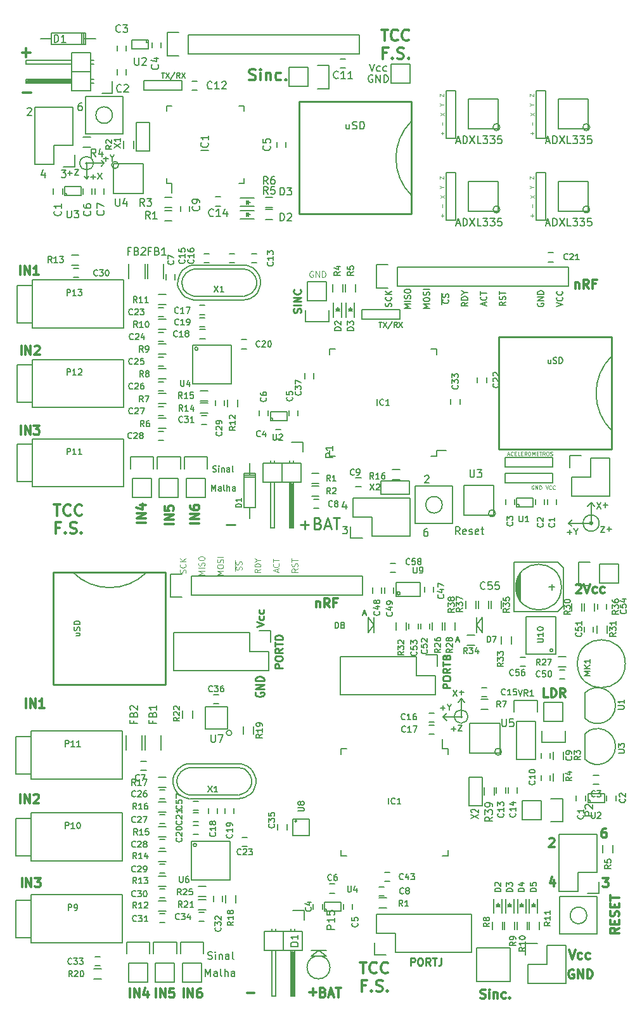
<source format=gbr>
G04 #@! TF.FileFunction,Legend,Top*
%FSLAX46Y46*%
G04 Gerber Fmt 4.6, Leading zero omitted, Abs format (unit mm)*
G04 Created by KiCad (PCBNEW 4.0.2-stable) date 19/04/2016 11:25:51*
%MOMM*%
G01*
G04 APERTURE LIST*
%ADD10C,0.100000*%
%ADD11C,0.200000*%
%ADD12C,0.125000*%
%ADD13C,0.150000*%
%ADD14C,0.300000*%
%ADD15C,0.250000*%
%ADD16C,0.175000*%
%ADD17C,0.254000*%
%ADD18C,0.127000*%
G04 APERTURE END LIST*
D10*
D11*
X101555631Y-121310393D02*
X102165155Y-121310393D01*
X101860393Y-121615155D02*
X101860393Y-121005631D01*
X102698488Y-121234202D02*
X102698488Y-121615155D01*
X102431821Y-120815155D02*
X102698488Y-121234202D01*
X102965155Y-120815155D01*
X106952964Y-117703607D02*
X106343440Y-117703607D01*
X106648202Y-117398845D02*
X106648202Y-118008369D01*
X106038678Y-118198845D02*
X105505345Y-117398845D01*
X105505345Y-118198845D02*
X106038678Y-117398845D01*
X107460964Y-120878607D02*
X106851440Y-120878607D01*
X107156202Y-120573845D02*
X107156202Y-121183369D01*
X106546678Y-121373845D02*
X106013345Y-121373845D01*
X106546678Y-120573845D01*
X106013345Y-120573845D01*
X101758750Y-120110250D02*
X102139750Y-120491250D01*
X101758750Y-120110250D02*
X102203250Y-119665750D01*
X104743250Y-120110250D02*
X101758750Y-120110250D01*
X104743250Y-117379750D02*
X105187750Y-117824250D01*
X104743250Y-117379750D02*
X104298750Y-117824250D01*
X104743250Y-120110250D02*
X104743250Y-117379750D01*
X105824616Y-120110250D02*
G75*
G03X105824616Y-120110250I-1081366J0D01*
G01*
X104944055Y-120110250D02*
G75*
G03X104944055Y-120110250I-200805J0D01*
G01*
D12*
X67589477Y-86531500D02*
X67513286Y-86493405D01*
X67399001Y-86493405D01*
X67284715Y-86531500D01*
X67208524Y-86607690D01*
X67170429Y-86683881D01*
X67132334Y-86836262D01*
X67132334Y-86950548D01*
X67170429Y-87102929D01*
X67208524Y-87179119D01*
X67284715Y-87255310D01*
X67399001Y-87293405D01*
X67475191Y-87293405D01*
X67589477Y-87255310D01*
X67627572Y-87217214D01*
X67627572Y-86950548D01*
X67475191Y-86950548D01*
X67970429Y-87293405D02*
X67970429Y-86493405D01*
X68427572Y-87293405D01*
X68427572Y-86493405D01*
X68808524Y-87293405D02*
X68808524Y-86493405D01*
X68999000Y-86493405D01*
X69113286Y-86531500D01*
X69189477Y-86607690D01*
X69227572Y-86683881D01*
X69265667Y-86836262D01*
X69265667Y-86950548D01*
X69227572Y-87102929D01*
X69189477Y-87179119D01*
X69113286Y-87255310D01*
X68999000Y-87293405D01*
X68808524Y-87293405D01*
D11*
X87217405Y-121610381D02*
X86884071Y-121134190D01*
X86645976Y-121610381D02*
X86645976Y-120610381D01*
X87026929Y-120610381D01*
X87122167Y-120658000D01*
X87169786Y-120705619D01*
X87217405Y-120800857D01*
X87217405Y-120943714D01*
X87169786Y-121038952D01*
X87122167Y-121086571D01*
X87026929Y-121134190D01*
X86645976Y-121134190D01*
X88026929Y-121562762D02*
X87931691Y-121610381D01*
X87741214Y-121610381D01*
X87645976Y-121562762D01*
X87598357Y-121467524D01*
X87598357Y-121086571D01*
X87645976Y-120991333D01*
X87741214Y-120943714D01*
X87931691Y-120943714D01*
X88026929Y-120991333D01*
X88074548Y-121086571D01*
X88074548Y-121181810D01*
X87598357Y-121277048D01*
X88455500Y-121562762D02*
X88550738Y-121610381D01*
X88741214Y-121610381D01*
X88836453Y-121562762D01*
X88884072Y-121467524D01*
X88884072Y-121419905D01*
X88836453Y-121324667D01*
X88741214Y-121277048D01*
X88598357Y-121277048D01*
X88503119Y-121229429D01*
X88455500Y-121134190D01*
X88455500Y-121086571D01*
X88503119Y-120991333D01*
X88598357Y-120943714D01*
X88741214Y-120943714D01*
X88836453Y-120991333D01*
X89693596Y-121562762D02*
X89598358Y-121610381D01*
X89407881Y-121610381D01*
X89312643Y-121562762D01*
X89265024Y-121467524D01*
X89265024Y-121086571D01*
X89312643Y-120991333D01*
X89407881Y-120943714D01*
X89598358Y-120943714D01*
X89693596Y-120991333D01*
X89741215Y-121086571D01*
X89741215Y-121181810D01*
X89265024Y-121277048D01*
X90026929Y-120943714D02*
X90407881Y-120943714D01*
X90169786Y-120610381D02*
X90169786Y-121467524D01*
X90217405Y-121562762D01*
X90312643Y-121610381D01*
X90407881Y-121610381D01*
X82867477Y-120864381D02*
X82677000Y-120864381D01*
X82581762Y-120912000D01*
X82534143Y-120959619D01*
X82438905Y-121102476D01*
X82391286Y-121292952D01*
X82391286Y-121673905D01*
X82438905Y-121769143D01*
X82486524Y-121816762D01*
X82581762Y-121864381D01*
X82772239Y-121864381D01*
X82867477Y-121816762D01*
X82915096Y-121769143D01*
X82962715Y-121673905D01*
X82962715Y-121435810D01*
X82915096Y-121340571D01*
X82867477Y-121292952D01*
X82772239Y-121245333D01*
X82581762Y-121245333D01*
X82486524Y-121292952D01*
X82438905Y-121340571D01*
X82391286Y-121435810D01*
X71548667Y-120546881D02*
X72167715Y-120546881D01*
X71834381Y-120927833D01*
X71977239Y-120927833D01*
X72072477Y-120975452D01*
X72120096Y-121023071D01*
X72167715Y-121118310D01*
X72167715Y-121356405D01*
X72120096Y-121451643D01*
X72072477Y-121499262D01*
X71977239Y-121546881D01*
X71691524Y-121546881D01*
X71596286Y-121499262D01*
X71548667Y-121451643D01*
X72008977Y-117578214D02*
X72008977Y-118244881D01*
X71770881Y-117197262D02*
X71532786Y-117911548D01*
X72151834Y-117911548D01*
X82518286Y-113847619D02*
X82565905Y-113800000D01*
X82661143Y-113752381D01*
X82899239Y-113752381D01*
X82994477Y-113800000D01*
X83042096Y-113847619D01*
X83089715Y-113942857D01*
X83089715Y-114038095D01*
X83042096Y-114180952D01*
X82470667Y-114752381D01*
X83089715Y-114752381D01*
D13*
X78047810Y-91198571D02*
X78085905Y-91084285D01*
X78085905Y-90893809D01*
X78047810Y-90817619D01*
X78009714Y-90779523D01*
X77933524Y-90741428D01*
X77857333Y-90741428D01*
X77781143Y-90779523D01*
X77743048Y-90817619D01*
X77704952Y-90893809D01*
X77666857Y-91046190D01*
X77628762Y-91122381D01*
X77590667Y-91160476D01*
X77514476Y-91198571D01*
X77438286Y-91198571D01*
X77362095Y-91160476D01*
X77324000Y-91122381D01*
X77285905Y-91046190D01*
X77285905Y-90855714D01*
X77324000Y-90741428D01*
X78009714Y-89941428D02*
X78047810Y-89979523D01*
X78085905Y-90093809D01*
X78085905Y-90169999D01*
X78047810Y-90284285D01*
X77971619Y-90360476D01*
X77895429Y-90398571D01*
X77743048Y-90436666D01*
X77628762Y-90436666D01*
X77476381Y-90398571D01*
X77400190Y-90360476D01*
X77324000Y-90284285D01*
X77285905Y-90169999D01*
X77285905Y-90093809D01*
X77324000Y-89979523D01*
X77362095Y-89941428D01*
X78085905Y-89598571D02*
X77285905Y-89598571D01*
X78085905Y-89141428D02*
X77628762Y-89484285D01*
X77285905Y-89141428D02*
X77743048Y-89598571D01*
X80625905Y-91427143D02*
X79825905Y-91427143D01*
X80397333Y-91160476D01*
X79825905Y-90893809D01*
X80625905Y-90893809D01*
X80625905Y-90512857D02*
X79825905Y-90512857D01*
X80587810Y-90170000D02*
X80625905Y-90055714D01*
X80625905Y-89865238D01*
X80587810Y-89789048D01*
X80549714Y-89750952D01*
X80473524Y-89712857D01*
X80397333Y-89712857D01*
X80321143Y-89750952D01*
X80283048Y-89789048D01*
X80244952Y-89865238D01*
X80206857Y-90017619D01*
X80168762Y-90093810D01*
X80130667Y-90131905D01*
X80054476Y-90170000D01*
X79978286Y-90170000D01*
X79902095Y-90131905D01*
X79864000Y-90093810D01*
X79825905Y-90017619D01*
X79825905Y-89827143D01*
X79864000Y-89712857D01*
X79825905Y-89217619D02*
X79825905Y-89065238D01*
X79864000Y-88989047D01*
X79940190Y-88912857D01*
X80092571Y-88874762D01*
X80359238Y-88874762D01*
X80511619Y-88912857D01*
X80587810Y-88989047D01*
X80625905Y-89065238D01*
X80625905Y-89217619D01*
X80587810Y-89293809D01*
X80511619Y-89370000D01*
X80359238Y-89408095D01*
X80092571Y-89408095D01*
X79940190Y-89370000D01*
X79864000Y-89293809D01*
X79825905Y-89217619D01*
X83165905Y-91427143D02*
X82365905Y-91427143D01*
X82937333Y-91160476D01*
X82365905Y-90893809D01*
X83165905Y-90893809D01*
X82365905Y-90360476D02*
X82365905Y-90208095D01*
X82404000Y-90131904D01*
X82480190Y-90055714D01*
X82632571Y-90017619D01*
X82899238Y-90017619D01*
X83051619Y-90055714D01*
X83127810Y-90131904D01*
X83165905Y-90208095D01*
X83165905Y-90360476D01*
X83127810Y-90436666D01*
X83051619Y-90512857D01*
X82899238Y-90550952D01*
X82632571Y-90550952D01*
X82480190Y-90512857D01*
X82404000Y-90436666D01*
X82365905Y-90360476D01*
X83127810Y-89712857D02*
X83165905Y-89598571D01*
X83165905Y-89408095D01*
X83127810Y-89331905D01*
X83089714Y-89293809D01*
X83013524Y-89255714D01*
X82937333Y-89255714D01*
X82861143Y-89293809D01*
X82823048Y-89331905D01*
X82784952Y-89408095D01*
X82746857Y-89560476D01*
X82708762Y-89636667D01*
X82670667Y-89674762D01*
X82594476Y-89712857D01*
X82518286Y-89712857D01*
X82442095Y-89674762D01*
X82404000Y-89636667D01*
X82365905Y-89560476D01*
X82365905Y-89370000D01*
X82404000Y-89255714D01*
X83165905Y-88912857D02*
X82365905Y-88912857D01*
X85629714Y-90303333D02*
X85667810Y-90341428D01*
X85705905Y-90455714D01*
X85705905Y-90531904D01*
X85667810Y-90646190D01*
X85591619Y-90722381D01*
X85515429Y-90760476D01*
X85363048Y-90798571D01*
X85248762Y-90798571D01*
X85096381Y-90760476D01*
X85020190Y-90722381D01*
X84944000Y-90646190D01*
X84905905Y-90531904D01*
X84905905Y-90455714D01*
X84944000Y-90341428D01*
X84982095Y-90303333D01*
X85667810Y-89998571D02*
X85705905Y-89884285D01*
X85705905Y-89693809D01*
X85667810Y-89617619D01*
X85629714Y-89579523D01*
X85553524Y-89541428D01*
X85477333Y-89541428D01*
X85401143Y-89579523D01*
X85363048Y-89617619D01*
X85324952Y-89693809D01*
X85286857Y-89846190D01*
X85248762Y-89922381D01*
X85210667Y-89960476D01*
X85134476Y-89998571D01*
X85058286Y-89998571D01*
X84982095Y-89960476D01*
X84944000Y-89922381D01*
X84905905Y-89846190D01*
X84905905Y-89655714D01*
X84944000Y-89541428D01*
X84768000Y-90950952D02*
X84768000Y-89389047D01*
X88245905Y-90665238D02*
X87864952Y-90931905D01*
X88245905Y-91122381D02*
X87445905Y-91122381D01*
X87445905Y-90817619D01*
X87484000Y-90741428D01*
X87522095Y-90703333D01*
X87598286Y-90665238D01*
X87712571Y-90665238D01*
X87788762Y-90703333D01*
X87826857Y-90741428D01*
X87864952Y-90817619D01*
X87864952Y-91122381D01*
X88245905Y-90322381D02*
X87445905Y-90322381D01*
X87445905Y-90131905D01*
X87484000Y-90017619D01*
X87560190Y-89941428D01*
X87636381Y-89903333D01*
X87788762Y-89865238D01*
X87903048Y-89865238D01*
X88055429Y-89903333D01*
X88131619Y-89941428D01*
X88207810Y-90017619D01*
X88245905Y-90131905D01*
X88245905Y-90322381D01*
X87864952Y-89370000D02*
X88245905Y-89370000D01*
X87445905Y-89636667D02*
X87864952Y-89370000D01*
X87445905Y-89103333D01*
X90557333Y-91065238D02*
X90557333Y-90684286D01*
X90785905Y-91141429D02*
X89985905Y-90874762D01*
X90785905Y-90608095D01*
X90709714Y-89884286D02*
X90747810Y-89922381D01*
X90785905Y-90036667D01*
X90785905Y-90112857D01*
X90747810Y-90227143D01*
X90671619Y-90303334D01*
X90595429Y-90341429D01*
X90443048Y-90379524D01*
X90328762Y-90379524D01*
X90176381Y-90341429D01*
X90100190Y-90303334D01*
X90024000Y-90227143D01*
X89985905Y-90112857D01*
X89985905Y-90036667D01*
X90024000Y-89922381D01*
X90062095Y-89884286D01*
X89985905Y-89655715D02*
X89985905Y-89198572D01*
X90785905Y-89427143D02*
X89985905Y-89427143D01*
X93325905Y-90608095D02*
X92944952Y-90874762D01*
X93325905Y-91065238D02*
X92525905Y-91065238D01*
X92525905Y-90760476D01*
X92564000Y-90684285D01*
X92602095Y-90646190D01*
X92678286Y-90608095D01*
X92792571Y-90608095D01*
X92868762Y-90646190D01*
X92906857Y-90684285D01*
X92944952Y-90760476D01*
X92944952Y-91065238D01*
X93287810Y-90303333D02*
X93325905Y-90189047D01*
X93325905Y-89998571D01*
X93287810Y-89922381D01*
X93249714Y-89884285D01*
X93173524Y-89846190D01*
X93097333Y-89846190D01*
X93021143Y-89884285D01*
X92983048Y-89922381D01*
X92944952Y-89998571D01*
X92906857Y-90150952D01*
X92868762Y-90227143D01*
X92830667Y-90265238D01*
X92754476Y-90303333D01*
X92678286Y-90303333D01*
X92602095Y-90265238D01*
X92564000Y-90227143D01*
X92525905Y-90150952D01*
X92525905Y-89960476D01*
X92564000Y-89846190D01*
X92525905Y-89617619D02*
X92525905Y-89160476D01*
X93325905Y-89389047D02*
X92525905Y-89389047D01*
X97644000Y-90779523D02*
X97605905Y-90855714D01*
X97605905Y-90969999D01*
X97644000Y-91084285D01*
X97720190Y-91160476D01*
X97796381Y-91198571D01*
X97948762Y-91236666D01*
X98063048Y-91236666D01*
X98215429Y-91198571D01*
X98291619Y-91160476D01*
X98367810Y-91084285D01*
X98405905Y-90969999D01*
X98405905Y-90893809D01*
X98367810Y-90779523D01*
X98329714Y-90741428D01*
X98063048Y-90741428D01*
X98063048Y-90893809D01*
X98405905Y-90398571D02*
X97605905Y-90398571D01*
X98405905Y-89941428D01*
X97605905Y-89941428D01*
X98405905Y-89560476D02*
X97605905Y-89560476D01*
X97605905Y-89370000D01*
X97644000Y-89255714D01*
X97720190Y-89179523D01*
X97796381Y-89141428D01*
X97948762Y-89103333D01*
X98063048Y-89103333D01*
X98215429Y-89141428D01*
X98291619Y-89179523D01*
X98367810Y-89255714D01*
X98405905Y-89370000D01*
X98405905Y-89560476D01*
X100145905Y-91236667D02*
X100945905Y-90970000D01*
X100145905Y-90703333D01*
X100869714Y-89979524D02*
X100907810Y-90017619D01*
X100945905Y-90131905D01*
X100945905Y-90208095D01*
X100907810Y-90322381D01*
X100831619Y-90398572D01*
X100755429Y-90436667D01*
X100603048Y-90474762D01*
X100488762Y-90474762D01*
X100336381Y-90436667D01*
X100260190Y-90398572D01*
X100184000Y-90322381D01*
X100145905Y-90208095D01*
X100145905Y-90131905D01*
X100184000Y-90017619D01*
X100222095Y-89979524D01*
X100869714Y-89179524D02*
X100907810Y-89217619D01*
X100945905Y-89331905D01*
X100945905Y-89408095D01*
X100907810Y-89522381D01*
X100831619Y-89598572D01*
X100755429Y-89636667D01*
X100603048Y-89674762D01*
X100488762Y-89674762D01*
X100336381Y-89636667D01*
X100260190Y-89598572D01*
X100184000Y-89522381D01*
X100145905Y-89408095D01*
X100145905Y-89331905D01*
X100184000Y-89217619D01*
X100222095Y-89179524D01*
X76394667Y-93279167D02*
X76794667Y-93279167D01*
X76594667Y-93979167D02*
X76594667Y-93279167D01*
X76961333Y-93279167D02*
X77428000Y-93979167D01*
X77428000Y-93279167D02*
X76961333Y-93979167D01*
X78194667Y-93245833D02*
X77594667Y-94145833D01*
X78828000Y-93979167D02*
X78594666Y-93645833D01*
X78428000Y-93979167D02*
X78428000Y-93279167D01*
X78694666Y-93279167D01*
X78761333Y-93312500D01*
X78794666Y-93345833D01*
X78828000Y-93412500D01*
X78828000Y-93512500D01*
X78794666Y-93579167D01*
X78761333Y-93612500D01*
X78694666Y-93645833D01*
X78428000Y-93645833D01*
X79061333Y-93279167D02*
X79528000Y-93979167D01*
X79528000Y-93279167D02*
X79061333Y-93979167D01*
D14*
X32996429Y-117612571D02*
X33853572Y-117612571D01*
X33425001Y-119112571D02*
X33425001Y-117612571D01*
X35210715Y-118969714D02*
X35139286Y-119041143D01*
X34925000Y-119112571D01*
X34782143Y-119112571D01*
X34567858Y-119041143D01*
X34425000Y-118898286D01*
X34353572Y-118755429D01*
X34282143Y-118469714D01*
X34282143Y-118255429D01*
X34353572Y-117969714D01*
X34425000Y-117826857D01*
X34567858Y-117684000D01*
X34782143Y-117612571D01*
X34925000Y-117612571D01*
X35139286Y-117684000D01*
X35210715Y-117755429D01*
X36710715Y-118969714D02*
X36639286Y-119041143D01*
X36425000Y-119112571D01*
X36282143Y-119112571D01*
X36067858Y-119041143D01*
X35925000Y-118898286D01*
X35853572Y-118755429D01*
X35782143Y-118469714D01*
X35782143Y-118255429D01*
X35853572Y-117969714D01*
X35925000Y-117826857D01*
X36067858Y-117684000D01*
X36282143Y-117612571D01*
X36425000Y-117612571D01*
X36639286Y-117684000D01*
X36710715Y-117755429D01*
X33710715Y-120726857D02*
X33210715Y-120726857D01*
X33210715Y-121512571D02*
X33210715Y-120012571D01*
X33925001Y-120012571D01*
X34496429Y-121369714D02*
X34567857Y-121441143D01*
X34496429Y-121512571D01*
X34425000Y-121441143D01*
X34496429Y-121369714D01*
X34496429Y-121512571D01*
X35139286Y-121441143D02*
X35353572Y-121512571D01*
X35710715Y-121512571D01*
X35853572Y-121441143D01*
X35925001Y-121369714D01*
X35996429Y-121226857D01*
X35996429Y-121084000D01*
X35925001Y-120941143D01*
X35853572Y-120869714D01*
X35710715Y-120798286D01*
X35425001Y-120726857D01*
X35282143Y-120655429D01*
X35210715Y-120584000D01*
X35139286Y-120441143D01*
X35139286Y-120298286D01*
X35210715Y-120155429D01*
X35282143Y-120084000D01*
X35425001Y-120012571D01*
X35782143Y-120012571D01*
X35996429Y-120084000D01*
X36639286Y-121369714D02*
X36710714Y-121441143D01*
X36639286Y-121512571D01*
X36567857Y-121441143D01*
X36639286Y-121369714D01*
X36639286Y-121512571D01*
D12*
X93595405Y-110954333D02*
X93833500Y-110954333D01*
X93547786Y-111097190D02*
X93714453Y-110597190D01*
X93881119Y-111097190D01*
X94333500Y-111049571D02*
X94309690Y-111073381D01*
X94238262Y-111097190D01*
X94190643Y-111097190D01*
X94119214Y-111073381D01*
X94071595Y-111025762D01*
X94047786Y-110978143D01*
X94023976Y-110882905D01*
X94023976Y-110811476D01*
X94047786Y-110716238D01*
X94071595Y-110668619D01*
X94119214Y-110621000D01*
X94190643Y-110597190D01*
X94238262Y-110597190D01*
X94309690Y-110621000D01*
X94333500Y-110644810D01*
X94547786Y-110835286D02*
X94714452Y-110835286D01*
X94785881Y-111097190D02*
X94547786Y-111097190D01*
X94547786Y-110597190D01*
X94785881Y-110597190D01*
X95238262Y-111097190D02*
X95000167Y-111097190D01*
X95000167Y-110597190D01*
X95404929Y-110835286D02*
X95571595Y-110835286D01*
X95643024Y-111097190D02*
X95404929Y-111097190D01*
X95404929Y-110597190D01*
X95643024Y-110597190D01*
X96143024Y-111097190D02*
X95976357Y-110859095D01*
X95857310Y-111097190D02*
X95857310Y-110597190D01*
X96047786Y-110597190D01*
X96095405Y-110621000D01*
X96119214Y-110644810D01*
X96143024Y-110692429D01*
X96143024Y-110763857D01*
X96119214Y-110811476D01*
X96095405Y-110835286D01*
X96047786Y-110859095D01*
X95857310Y-110859095D01*
X96452548Y-110597190D02*
X96547786Y-110597190D01*
X96595405Y-110621000D01*
X96643024Y-110668619D01*
X96666833Y-110763857D01*
X96666833Y-110930524D01*
X96643024Y-111025762D01*
X96595405Y-111073381D01*
X96547786Y-111097190D01*
X96452548Y-111097190D01*
X96404929Y-111073381D01*
X96357310Y-111025762D01*
X96333500Y-110930524D01*
X96333500Y-110763857D01*
X96357310Y-110668619D01*
X96404929Y-110621000D01*
X96452548Y-110597190D01*
X96881120Y-111097190D02*
X96881120Y-110597190D01*
X97047786Y-110954333D01*
X97214453Y-110597190D01*
X97214453Y-111097190D01*
X97452549Y-110835286D02*
X97619215Y-110835286D01*
X97690644Y-111097190D02*
X97452549Y-111097190D01*
X97452549Y-110597190D01*
X97690644Y-110597190D01*
X97833501Y-110597190D02*
X98119215Y-110597190D01*
X97976358Y-111097190D02*
X97976358Y-110597190D01*
X98571596Y-111097190D02*
X98404929Y-110859095D01*
X98285882Y-111097190D02*
X98285882Y-110597190D01*
X98476358Y-110597190D01*
X98523977Y-110621000D01*
X98547786Y-110644810D01*
X98571596Y-110692429D01*
X98571596Y-110763857D01*
X98547786Y-110811476D01*
X98523977Y-110835286D01*
X98476358Y-110859095D01*
X98285882Y-110859095D01*
X98881120Y-110597190D02*
X98976358Y-110597190D01*
X99023977Y-110621000D01*
X99071596Y-110668619D01*
X99095405Y-110763857D01*
X99095405Y-110930524D01*
X99071596Y-111025762D01*
X99023977Y-111073381D01*
X98976358Y-111097190D01*
X98881120Y-111097190D01*
X98833501Y-111073381D01*
X98785882Y-111025762D01*
X98762072Y-110930524D01*
X98762072Y-110763857D01*
X98785882Y-110668619D01*
X98833501Y-110621000D01*
X98881120Y-110597190D01*
X99285882Y-111073381D02*
X99357311Y-111097190D01*
X99476358Y-111097190D01*
X99523977Y-111073381D01*
X99547787Y-111049571D01*
X99571596Y-111001952D01*
X99571596Y-110954333D01*
X99547787Y-110906714D01*
X99523977Y-110882905D01*
X99476358Y-110859095D01*
X99381120Y-110835286D01*
X99333501Y-110811476D01*
X99309692Y-110787667D01*
X99285882Y-110740048D01*
X99285882Y-110692429D01*
X99309692Y-110644810D01*
X99333501Y-110621000D01*
X99381120Y-110597190D01*
X99500168Y-110597190D01*
X99571596Y-110621000D01*
X97075786Y-115129500D02*
X97028167Y-115105690D01*
X96956739Y-115105690D01*
X96885310Y-115129500D01*
X96837691Y-115177119D01*
X96813882Y-115224738D01*
X96790072Y-115319976D01*
X96790072Y-115391405D01*
X96813882Y-115486643D01*
X96837691Y-115534262D01*
X96885310Y-115581881D01*
X96956739Y-115605690D01*
X97004358Y-115605690D01*
X97075786Y-115581881D01*
X97099596Y-115558071D01*
X97099596Y-115391405D01*
X97004358Y-115391405D01*
X97313882Y-115605690D02*
X97313882Y-115105690D01*
X97599596Y-115605690D01*
X97599596Y-115105690D01*
X97837692Y-115605690D02*
X97837692Y-115105690D01*
X97956739Y-115105690D01*
X98028168Y-115129500D01*
X98075787Y-115177119D01*
X98099596Y-115224738D01*
X98123406Y-115319976D01*
X98123406Y-115391405D01*
X98099596Y-115486643D01*
X98075787Y-115534262D01*
X98028168Y-115581881D01*
X97956739Y-115605690D01*
X97837692Y-115605690D01*
X98647215Y-115105690D02*
X98813882Y-115605690D01*
X98980548Y-115105690D01*
X99432929Y-115558071D02*
X99409119Y-115581881D01*
X99337691Y-115605690D01*
X99290072Y-115605690D01*
X99218643Y-115581881D01*
X99171024Y-115534262D01*
X99147215Y-115486643D01*
X99123405Y-115391405D01*
X99123405Y-115319976D01*
X99147215Y-115224738D01*
X99171024Y-115177119D01*
X99218643Y-115129500D01*
X99290072Y-115105690D01*
X99337691Y-115105690D01*
X99409119Y-115129500D01*
X99432929Y-115153310D01*
X99932929Y-115558071D02*
X99909119Y-115581881D01*
X99837691Y-115605690D01*
X99790072Y-115605690D01*
X99718643Y-115581881D01*
X99671024Y-115534262D01*
X99647215Y-115486643D01*
X99623405Y-115391405D01*
X99623405Y-115319976D01*
X99647215Y-115224738D01*
X99671024Y-115177119D01*
X99718643Y-115129500D01*
X99790072Y-115105690D01*
X99837691Y-115105690D01*
X99909119Y-115129500D01*
X99932929Y-115153310D01*
D15*
X56035715Y-120350743D02*
X57178572Y-120350743D01*
X65892857Y-120350743D02*
X67035714Y-120350743D01*
X66464285Y-120922171D02*
X66464285Y-119779314D01*
X68250000Y-120136457D02*
X68464286Y-120207886D01*
X68535714Y-120279314D01*
X68607143Y-120422171D01*
X68607143Y-120636457D01*
X68535714Y-120779314D01*
X68464286Y-120850743D01*
X68321428Y-120922171D01*
X67750000Y-120922171D01*
X67750000Y-119422171D01*
X68250000Y-119422171D01*
X68392857Y-119493600D01*
X68464286Y-119565029D01*
X68535714Y-119707886D01*
X68535714Y-119850743D01*
X68464286Y-119993600D01*
X68392857Y-120065029D01*
X68250000Y-120136457D01*
X67750000Y-120136457D01*
X69178571Y-120493600D02*
X69892857Y-120493600D01*
X69035714Y-120922171D02*
X69535714Y-119422171D01*
X70035714Y-120922171D01*
X70321428Y-119422171D02*
X71178571Y-119422171D01*
X70750000Y-120922171D02*
X70750000Y-119422171D01*
X65936762Y-92035119D02*
X65984381Y-91892262D01*
X65984381Y-91654166D01*
X65936762Y-91558928D01*
X65889143Y-91511309D01*
X65793905Y-91463690D01*
X65698667Y-91463690D01*
X65603429Y-91511309D01*
X65555810Y-91558928D01*
X65508190Y-91654166D01*
X65460571Y-91844643D01*
X65412952Y-91939881D01*
X65365333Y-91987500D01*
X65270095Y-92035119D01*
X65174857Y-92035119D01*
X65079619Y-91987500D01*
X65032000Y-91939881D01*
X64984381Y-91844643D01*
X64984381Y-91606547D01*
X65032000Y-91463690D01*
X65984381Y-91035119D02*
X64984381Y-91035119D01*
X65984381Y-90558929D02*
X64984381Y-90558929D01*
X65984381Y-89987500D01*
X64984381Y-89987500D01*
X65889143Y-88939881D02*
X65936762Y-88987500D01*
X65984381Y-89130357D01*
X65984381Y-89225595D01*
X65936762Y-89368453D01*
X65841524Y-89463691D01*
X65746286Y-89511310D01*
X65555810Y-89558929D01*
X65412952Y-89558929D01*
X65222476Y-89511310D01*
X65127238Y-89463691D01*
X65032000Y-89368453D01*
X64984381Y-89225595D01*
X64984381Y-89130357D01*
X65032000Y-88987500D01*
X65079619Y-88939881D01*
D13*
X54210119Y-113226810D02*
X54324405Y-113264905D01*
X54514881Y-113264905D01*
X54591071Y-113226810D01*
X54629167Y-113188714D01*
X54667262Y-113112524D01*
X54667262Y-113036333D01*
X54629167Y-112960143D01*
X54591071Y-112922048D01*
X54514881Y-112883952D01*
X54362500Y-112845857D01*
X54286309Y-112807762D01*
X54248214Y-112769667D01*
X54210119Y-112693476D01*
X54210119Y-112617286D01*
X54248214Y-112541095D01*
X54286309Y-112503000D01*
X54362500Y-112464905D01*
X54552976Y-112464905D01*
X54667262Y-112503000D01*
X55010119Y-113264905D02*
X55010119Y-112731571D01*
X55010119Y-112464905D02*
X54972024Y-112503000D01*
X55010119Y-112541095D01*
X55048214Y-112503000D01*
X55010119Y-112464905D01*
X55010119Y-112541095D01*
X55391071Y-112731571D02*
X55391071Y-113264905D01*
X55391071Y-112807762D02*
X55429166Y-112769667D01*
X55505357Y-112731571D01*
X55619643Y-112731571D01*
X55695833Y-112769667D01*
X55733928Y-112845857D01*
X55733928Y-113264905D01*
X56457738Y-113264905D02*
X56457738Y-112845857D01*
X56419643Y-112769667D01*
X56343453Y-112731571D01*
X56191072Y-112731571D01*
X56114881Y-112769667D01*
X56457738Y-113226810D02*
X56381548Y-113264905D01*
X56191072Y-113264905D01*
X56114881Y-113226810D01*
X56076786Y-113150619D01*
X56076786Y-113074429D01*
X56114881Y-112998238D01*
X56191072Y-112960143D01*
X56381548Y-112960143D01*
X56457738Y-112922048D01*
X56952977Y-113264905D02*
X56876786Y-113226810D01*
X56838691Y-113150619D01*
X56838691Y-112464905D01*
X54064094Y-115804905D02*
X54064094Y-115004905D01*
X54330761Y-115576333D01*
X54597428Y-115004905D01*
X54597428Y-115804905D01*
X55321237Y-115804905D02*
X55321237Y-115385857D01*
X55283142Y-115309667D01*
X55206952Y-115271571D01*
X55054571Y-115271571D01*
X54978380Y-115309667D01*
X55321237Y-115766810D02*
X55245047Y-115804905D01*
X55054571Y-115804905D01*
X54978380Y-115766810D01*
X54940285Y-115690619D01*
X54940285Y-115614429D01*
X54978380Y-115538238D01*
X55054571Y-115500143D01*
X55245047Y-115500143D01*
X55321237Y-115462048D01*
X55816476Y-115804905D02*
X55740285Y-115766810D01*
X55702190Y-115690619D01*
X55702190Y-115004905D01*
X56121238Y-115804905D02*
X56121238Y-115004905D01*
X56464095Y-115804905D02*
X56464095Y-115385857D01*
X56426000Y-115309667D01*
X56349810Y-115271571D01*
X56235524Y-115271571D01*
X56159333Y-115309667D01*
X56121238Y-115347762D01*
X57187905Y-115804905D02*
X57187905Y-115385857D01*
X57149810Y-115309667D01*
X57073620Y-115271571D01*
X56921239Y-115271571D01*
X56845048Y-115309667D01*
X57187905Y-115766810D02*
X57111715Y-115804905D01*
X56921239Y-115804905D01*
X56845048Y-115766810D01*
X56806953Y-115690619D01*
X56806953Y-115614429D01*
X56845048Y-115538238D01*
X56921239Y-115500143D01*
X57111715Y-115500143D01*
X57187905Y-115462048D01*
D14*
X102641572Y-88007857D02*
X102641572Y-88807857D01*
X102641572Y-88122143D02*
X102698715Y-88065000D01*
X102813001Y-88007857D01*
X102984429Y-88007857D01*
X103098715Y-88065000D01*
X103155858Y-88179286D01*
X103155858Y-88807857D01*
X104413001Y-88807857D02*
X104013001Y-88236429D01*
X103727286Y-88807857D02*
X103727286Y-87607857D01*
X104184429Y-87607857D01*
X104298715Y-87665000D01*
X104355858Y-87722143D01*
X104413001Y-87836429D01*
X104413001Y-88007857D01*
X104355858Y-88122143D01*
X104298715Y-88179286D01*
X104184429Y-88236429D01*
X103727286Y-88236429D01*
X105327286Y-88179286D02*
X104927286Y-88179286D01*
X104927286Y-88807857D02*
X104927286Y-87607857D01*
X105498715Y-87607857D01*
X28467200Y-87004457D02*
X28467200Y-85804457D01*
X29038629Y-87004457D02*
X29038629Y-85804457D01*
X29724344Y-87004457D01*
X29724344Y-85804457D01*
X30924344Y-87004457D02*
X30238629Y-87004457D01*
X30581487Y-87004457D02*
X30581487Y-85804457D01*
X30467201Y-85975886D01*
X30352915Y-86090171D01*
X30238629Y-86147314D01*
X28619600Y-97647057D02*
X28619600Y-96447057D01*
X29191029Y-97647057D02*
X29191029Y-96447057D01*
X29876744Y-97647057D01*
X29876744Y-96447057D01*
X30391029Y-96561343D02*
X30448172Y-96504200D01*
X30562458Y-96447057D01*
X30848172Y-96447057D01*
X30962458Y-96504200D01*
X31019601Y-96561343D01*
X31076744Y-96675629D01*
X31076744Y-96789914D01*
X31019601Y-96961343D01*
X30333887Y-97647057D01*
X31076744Y-97647057D01*
X28568800Y-108315057D02*
X28568800Y-107115057D01*
X29140229Y-108315057D02*
X29140229Y-107115057D01*
X29825944Y-108315057D01*
X29825944Y-107115057D01*
X30283087Y-107115057D02*
X31025944Y-107115057D01*
X30625944Y-107572200D01*
X30797372Y-107572200D01*
X30911658Y-107629343D01*
X30968801Y-107686486D01*
X31025944Y-107800771D01*
X31025944Y-108086486D01*
X30968801Y-108200771D01*
X30911658Y-108257914D01*
X30797372Y-108315057D01*
X30454515Y-108315057D01*
X30340229Y-108257914D01*
X30283087Y-108200771D01*
X45246857Y-120072000D02*
X44046857Y-120072000D01*
X45246857Y-119500571D02*
X44046857Y-119500571D01*
X45246857Y-118814856D01*
X44046857Y-118814856D01*
X44446857Y-117729142D02*
X45246857Y-117729142D01*
X43989714Y-118014856D02*
X44846857Y-118300571D01*
X44846857Y-117557713D01*
X48980657Y-120249800D02*
X47780657Y-120249800D01*
X48980657Y-119678371D02*
X47780657Y-119678371D01*
X48980657Y-118992656D01*
X47780657Y-118992656D01*
X47780657Y-117849799D02*
X47780657Y-118421228D01*
X48352086Y-118478371D01*
X48294943Y-118421228D01*
X48237800Y-118306942D01*
X48237800Y-118021228D01*
X48294943Y-117906942D01*
X48352086Y-117849799D01*
X48466371Y-117792656D01*
X48752086Y-117792656D01*
X48866371Y-117849799D01*
X48923514Y-117906942D01*
X48980657Y-118021228D01*
X48980657Y-118306942D01*
X48923514Y-118421228D01*
X48866371Y-118478371D01*
X52384257Y-120122800D02*
X51184257Y-120122800D01*
X52384257Y-119551371D02*
X51184257Y-119551371D01*
X52384257Y-118865656D01*
X51184257Y-118865656D01*
X51184257Y-117779942D02*
X51184257Y-118008513D01*
X51241400Y-118122799D01*
X51298543Y-118179942D01*
X51469971Y-118294228D01*
X51698543Y-118351371D01*
X52155686Y-118351371D01*
X52269971Y-118294228D01*
X52327114Y-118237085D01*
X52384257Y-118122799D01*
X52384257Y-117894228D01*
X52327114Y-117779942D01*
X52269971Y-117722799D01*
X52155686Y-117665656D01*
X51869971Y-117665656D01*
X51755686Y-117722799D01*
X51698543Y-117779942D01*
X51641400Y-117894228D01*
X51641400Y-118122799D01*
X51698543Y-118237085D01*
X51755686Y-118294228D01*
X51869971Y-118351371D01*
D16*
X39611381Y-71494643D02*
X40220905Y-71494643D01*
X39916143Y-71799405D02*
X39916143Y-71189881D01*
X40754238Y-71418452D02*
X40754238Y-71799405D01*
X40487571Y-70999405D02*
X40754238Y-71418452D01*
X41020905Y-70999405D01*
X37922286Y-73907643D02*
X38531810Y-73907643D01*
X38227048Y-74212405D02*
X38227048Y-73602881D01*
X38836572Y-73412405D02*
X39369905Y-74212405D01*
X39369905Y-73412405D02*
X38836572Y-74212405D01*
X34810786Y-73399643D02*
X35420310Y-73399643D01*
X35115548Y-73704405D02*
X35115548Y-73094881D01*
X35725072Y-72904405D02*
X36258405Y-72904405D01*
X35725072Y-73704405D01*
X36258405Y-73704405D01*
D11*
X39687500Y-72072500D02*
X39306500Y-71691500D01*
X39687500Y-72072500D02*
X39306500Y-72453500D01*
X37338000Y-72072500D02*
X39687500Y-72072500D01*
X37338000Y-74168000D02*
X37020500Y-73850500D01*
X37338000Y-74168000D02*
X37655500Y-73850500D01*
X37338000Y-74041000D02*
X37338000Y-74168000D01*
X37338000Y-72072500D02*
X37338000Y-74041000D01*
X38236026Y-72072500D02*
G75*
G03X38236026Y-72072500I-898026J0D01*
G01*
X37465000Y-72072500D02*
G75*
G03X37465000Y-72072500I-127000J0D01*
G01*
D16*
X31749977Y-73318714D02*
X31749977Y-73985381D01*
X31511881Y-72937762D02*
X31273786Y-73652048D01*
X31892834Y-73652048D01*
X33956667Y-72985381D02*
X34575715Y-72985381D01*
X34242381Y-73366333D01*
X34385239Y-73366333D01*
X34480477Y-73413952D01*
X34528096Y-73461571D01*
X34575715Y-73556810D01*
X34575715Y-73794905D01*
X34528096Y-73890143D01*
X34480477Y-73937762D01*
X34385239Y-73985381D01*
X34099524Y-73985381D01*
X34004286Y-73937762D01*
X33956667Y-73890143D01*
X36690277Y-64044581D02*
X36499800Y-64044581D01*
X36404562Y-64092200D01*
X36356943Y-64139819D01*
X36261705Y-64282676D01*
X36214086Y-64473152D01*
X36214086Y-64854105D01*
X36261705Y-64949343D01*
X36309324Y-64996962D01*
X36404562Y-65044581D01*
X36595039Y-65044581D01*
X36690277Y-64996962D01*
X36737896Y-64949343D01*
X36785515Y-64854105D01*
X36785515Y-64616010D01*
X36737896Y-64520771D01*
X36690277Y-64473152D01*
X36595039Y-64425533D01*
X36404562Y-64425533D01*
X36309324Y-64473152D01*
X36261705Y-64520771D01*
X36214086Y-64616010D01*
X29432286Y-64774819D02*
X29479905Y-64727200D01*
X29575143Y-64679581D01*
X29813239Y-64679581D01*
X29908477Y-64727200D01*
X29956096Y-64774819D01*
X30003715Y-64870057D01*
X30003715Y-64965295D01*
X29956096Y-65108152D01*
X29384667Y-65679581D01*
X30003715Y-65679581D01*
X47375167Y-60005167D02*
X47775167Y-60005167D01*
X47575167Y-60705167D02*
X47575167Y-60005167D01*
X47941833Y-60005167D02*
X48408500Y-60705167D01*
X48408500Y-60005167D02*
X47941833Y-60705167D01*
X49175167Y-59971833D02*
X48575167Y-60871833D01*
X49808500Y-60705167D02*
X49575166Y-60371833D01*
X49408500Y-60705167D02*
X49408500Y-60005167D01*
X49675166Y-60005167D01*
X49741833Y-60038500D01*
X49775166Y-60071833D01*
X49808500Y-60138500D01*
X49808500Y-60238500D01*
X49775166Y-60305167D01*
X49741833Y-60338500D01*
X49675166Y-60371833D01*
X49408500Y-60371833D01*
X50041833Y-60005167D02*
X50508500Y-60705167D01*
X50508500Y-60005167D02*
X50041833Y-60705167D01*
D14*
X76709829Y-54239571D02*
X77566972Y-54239571D01*
X77138401Y-55739571D02*
X77138401Y-54239571D01*
X78924115Y-55596714D02*
X78852686Y-55668143D01*
X78638400Y-55739571D01*
X78495543Y-55739571D01*
X78281258Y-55668143D01*
X78138400Y-55525286D01*
X78066972Y-55382429D01*
X77995543Y-55096714D01*
X77995543Y-54882429D01*
X78066972Y-54596714D01*
X78138400Y-54453857D01*
X78281258Y-54311000D01*
X78495543Y-54239571D01*
X78638400Y-54239571D01*
X78852686Y-54311000D01*
X78924115Y-54382429D01*
X80424115Y-55596714D02*
X80352686Y-55668143D01*
X80138400Y-55739571D01*
X79995543Y-55739571D01*
X79781258Y-55668143D01*
X79638400Y-55525286D01*
X79566972Y-55382429D01*
X79495543Y-55096714D01*
X79495543Y-54882429D01*
X79566972Y-54596714D01*
X79638400Y-54453857D01*
X79781258Y-54311000D01*
X79995543Y-54239571D01*
X80138400Y-54239571D01*
X80352686Y-54311000D01*
X80424115Y-54382429D01*
X77424115Y-57353857D02*
X76924115Y-57353857D01*
X76924115Y-58139571D02*
X76924115Y-56639571D01*
X77638401Y-56639571D01*
X78209829Y-57996714D02*
X78281257Y-58068143D01*
X78209829Y-58139571D01*
X78138400Y-58068143D01*
X78209829Y-57996714D01*
X78209829Y-58139571D01*
X78852686Y-58068143D02*
X79066972Y-58139571D01*
X79424115Y-58139571D01*
X79566972Y-58068143D01*
X79638401Y-57996714D01*
X79709829Y-57853857D01*
X79709829Y-57711000D01*
X79638401Y-57568143D01*
X79566972Y-57496714D01*
X79424115Y-57425286D01*
X79138401Y-57353857D01*
X78995543Y-57282429D01*
X78924115Y-57211000D01*
X78852686Y-57068143D01*
X78852686Y-56925286D01*
X78924115Y-56782429D01*
X78995543Y-56711000D01*
X79138401Y-56639571D01*
X79495543Y-56639571D01*
X79709829Y-56711000D01*
X80352686Y-57996714D02*
X80424114Y-58068143D01*
X80352686Y-58139571D01*
X80281257Y-58068143D01*
X80352686Y-57996714D01*
X80352686Y-58139571D01*
D11*
X75539696Y-60358400D02*
X75444458Y-60310781D01*
X75301601Y-60310781D01*
X75158743Y-60358400D01*
X75063505Y-60453638D01*
X75015886Y-60548876D01*
X74968267Y-60739352D01*
X74968267Y-60882210D01*
X75015886Y-61072686D01*
X75063505Y-61167924D01*
X75158743Y-61263162D01*
X75301601Y-61310781D01*
X75396839Y-61310781D01*
X75539696Y-61263162D01*
X75587315Y-61215543D01*
X75587315Y-60882210D01*
X75396839Y-60882210D01*
X76015886Y-61310781D02*
X76015886Y-60310781D01*
X76587315Y-61310781D01*
X76587315Y-60310781D01*
X77063505Y-61310781D02*
X77063505Y-60310781D01*
X77301600Y-60310781D01*
X77444458Y-60358400D01*
X77539696Y-60453638D01*
X77587315Y-60548876D01*
X77634934Y-60739352D01*
X77634934Y-60882210D01*
X77587315Y-61072686D01*
X77539696Y-61167924D01*
X77444458Y-61263162D01*
X77301600Y-61310781D01*
X77063505Y-61310781D01*
X75136524Y-58812181D02*
X75469857Y-59812181D01*
X75803191Y-58812181D01*
X76565096Y-59764562D02*
X76469858Y-59812181D01*
X76279381Y-59812181D01*
X76184143Y-59764562D01*
X76136524Y-59716943D01*
X76088905Y-59621705D01*
X76088905Y-59335990D01*
X76136524Y-59240752D01*
X76184143Y-59193133D01*
X76279381Y-59145514D01*
X76469858Y-59145514D01*
X76565096Y-59193133D01*
X77422239Y-59764562D02*
X77327001Y-59812181D01*
X77136524Y-59812181D01*
X77041286Y-59764562D01*
X76993667Y-59716943D01*
X76946048Y-59621705D01*
X76946048Y-59335990D01*
X76993667Y-59240752D01*
X77041286Y-59193133D01*
X77136524Y-59145514D01*
X77327001Y-59145514D01*
X77422239Y-59193133D01*
D14*
X59079914Y-60932143D02*
X59294200Y-61003571D01*
X59651343Y-61003571D01*
X59794200Y-60932143D01*
X59865629Y-60860714D01*
X59937057Y-60717857D01*
X59937057Y-60575000D01*
X59865629Y-60432143D01*
X59794200Y-60360714D01*
X59651343Y-60289286D01*
X59365629Y-60217857D01*
X59222771Y-60146429D01*
X59151343Y-60075000D01*
X59079914Y-59932143D01*
X59079914Y-59789286D01*
X59151343Y-59646429D01*
X59222771Y-59575000D01*
X59365629Y-59503571D01*
X59722771Y-59503571D01*
X59937057Y-59575000D01*
X60579914Y-61003571D02*
X60579914Y-60003571D01*
X60579914Y-59503571D02*
X60508485Y-59575000D01*
X60579914Y-59646429D01*
X60651342Y-59575000D01*
X60579914Y-59503571D01*
X60579914Y-59646429D01*
X61294200Y-60003571D02*
X61294200Y-61003571D01*
X61294200Y-60146429D02*
X61365628Y-60075000D01*
X61508486Y-60003571D01*
X61722771Y-60003571D01*
X61865628Y-60075000D01*
X61937057Y-60217857D01*
X61937057Y-61003571D01*
X63294200Y-60932143D02*
X63151343Y-61003571D01*
X62865629Y-61003571D01*
X62722771Y-60932143D01*
X62651343Y-60860714D01*
X62579914Y-60717857D01*
X62579914Y-60289286D01*
X62651343Y-60146429D01*
X62722771Y-60075000D01*
X62865629Y-60003571D01*
X63151343Y-60003571D01*
X63294200Y-60075000D01*
X63937057Y-60860714D02*
X64008485Y-60932143D01*
X63937057Y-61003571D01*
X63865628Y-60932143D01*
X63937057Y-60860714D01*
X63937057Y-61003571D01*
X28816372Y-62692743D02*
X29959229Y-62692743D01*
X28714772Y-57333343D02*
X29857629Y-57333343D01*
X29286200Y-57904771D02*
X29286200Y-56761914D01*
D10*
X84562190Y-74144166D02*
X84562190Y-73810833D01*
X85062190Y-74144166D01*
X85062190Y-73810833D01*
X84824095Y-75247499D02*
X85062190Y-75247499D01*
X84562190Y-75414166D02*
X84824095Y-75247499D01*
X84562190Y-75080833D01*
X85109810Y-76350834D02*
X84609810Y-76684167D01*
X85109810Y-76684167D02*
X84609810Y-76350834D01*
X84871714Y-77977976D02*
X84871714Y-77597024D01*
X84871714Y-79247976D02*
X84871714Y-78867024D01*
X85062190Y-79057500D02*
X84681238Y-79057500D01*
D13*
X86725881Y-80147167D02*
X87202072Y-80147167D01*
X86630643Y-80432881D02*
X86963976Y-79432881D01*
X87297310Y-80432881D01*
X87630643Y-80432881D02*
X87630643Y-79432881D01*
X87868738Y-79432881D01*
X88011596Y-79480500D01*
X88106834Y-79575738D01*
X88154453Y-79670976D01*
X88202072Y-79861452D01*
X88202072Y-80004310D01*
X88154453Y-80194786D01*
X88106834Y-80290024D01*
X88011596Y-80385262D01*
X87868738Y-80432881D01*
X87630643Y-80432881D01*
X88535405Y-79432881D02*
X89202072Y-80432881D01*
X89202072Y-79432881D02*
X88535405Y-80432881D01*
X90059215Y-80432881D02*
X89583024Y-80432881D01*
X89583024Y-79432881D01*
X90297310Y-79432881D02*
X90916358Y-79432881D01*
X90583024Y-79813833D01*
X90725882Y-79813833D01*
X90821120Y-79861452D01*
X90868739Y-79909071D01*
X90916358Y-80004310D01*
X90916358Y-80242405D01*
X90868739Y-80337643D01*
X90821120Y-80385262D01*
X90725882Y-80432881D01*
X90440167Y-80432881D01*
X90344929Y-80385262D01*
X90297310Y-80337643D01*
X91249691Y-79432881D02*
X91868739Y-79432881D01*
X91535405Y-79813833D01*
X91678263Y-79813833D01*
X91773501Y-79861452D01*
X91821120Y-79909071D01*
X91868739Y-80004310D01*
X91868739Y-80242405D01*
X91821120Y-80337643D01*
X91773501Y-80385262D01*
X91678263Y-80432881D01*
X91392548Y-80432881D01*
X91297310Y-80385262D01*
X91249691Y-80337643D01*
X92773501Y-79432881D02*
X92297310Y-79432881D01*
X92249691Y-79909071D01*
X92297310Y-79861452D01*
X92392548Y-79813833D01*
X92630644Y-79813833D01*
X92725882Y-79861452D01*
X92773501Y-79909071D01*
X92821120Y-80004310D01*
X92821120Y-80242405D01*
X92773501Y-80337643D01*
X92725882Y-80385262D01*
X92630644Y-80432881D01*
X92392548Y-80432881D01*
X92297310Y-80385262D01*
X92249691Y-80337643D01*
D10*
X96563690Y-63158666D02*
X96563690Y-62825333D01*
X97063690Y-63158666D01*
X97063690Y-62825333D01*
X96825595Y-64261999D02*
X97063690Y-64261999D01*
X96563690Y-64428666D02*
X96825595Y-64261999D01*
X96563690Y-64095333D01*
X97111310Y-65365334D02*
X96611310Y-65698667D01*
X97111310Y-65698667D02*
X96611310Y-65365334D01*
X96873214Y-66992476D02*
X96873214Y-66611524D01*
X96873214Y-68262476D02*
X96873214Y-67881524D01*
X97063690Y-68072000D02*
X96682738Y-68072000D01*
D13*
X98727381Y-69161667D02*
X99203572Y-69161667D01*
X98632143Y-69447381D02*
X98965476Y-68447381D01*
X99298810Y-69447381D01*
X99632143Y-69447381D02*
X99632143Y-68447381D01*
X99870238Y-68447381D01*
X100013096Y-68495000D01*
X100108334Y-68590238D01*
X100155953Y-68685476D01*
X100203572Y-68875952D01*
X100203572Y-69018810D01*
X100155953Y-69209286D01*
X100108334Y-69304524D01*
X100013096Y-69399762D01*
X99870238Y-69447381D01*
X99632143Y-69447381D01*
X100536905Y-68447381D02*
X101203572Y-69447381D01*
X101203572Y-68447381D02*
X100536905Y-69447381D01*
X102060715Y-69447381D02*
X101584524Y-69447381D01*
X101584524Y-68447381D01*
X102298810Y-68447381D02*
X102917858Y-68447381D01*
X102584524Y-68828333D01*
X102727382Y-68828333D01*
X102822620Y-68875952D01*
X102870239Y-68923571D01*
X102917858Y-69018810D01*
X102917858Y-69256905D01*
X102870239Y-69352143D01*
X102822620Y-69399762D01*
X102727382Y-69447381D01*
X102441667Y-69447381D01*
X102346429Y-69399762D01*
X102298810Y-69352143D01*
X103251191Y-68447381D02*
X103870239Y-68447381D01*
X103536905Y-68828333D01*
X103679763Y-68828333D01*
X103775001Y-68875952D01*
X103822620Y-68923571D01*
X103870239Y-69018810D01*
X103870239Y-69256905D01*
X103822620Y-69352143D01*
X103775001Y-69399762D01*
X103679763Y-69447381D01*
X103394048Y-69447381D01*
X103298810Y-69399762D01*
X103251191Y-69352143D01*
X104775001Y-68447381D02*
X104298810Y-68447381D01*
X104251191Y-68923571D01*
X104298810Y-68875952D01*
X104394048Y-68828333D01*
X104632144Y-68828333D01*
X104727382Y-68875952D01*
X104775001Y-68923571D01*
X104822620Y-69018810D01*
X104822620Y-69256905D01*
X104775001Y-69352143D01*
X104727382Y-69399762D01*
X104632144Y-69447381D01*
X104394048Y-69447381D01*
X104298810Y-69399762D01*
X104251191Y-69352143D01*
D10*
X96563690Y-74144166D02*
X96563690Y-73810833D01*
X97063690Y-74144166D01*
X97063690Y-73810833D01*
X96825595Y-75247499D02*
X97063690Y-75247499D01*
X96563690Y-75414166D02*
X96825595Y-75247499D01*
X96563690Y-75080833D01*
X97111310Y-76350834D02*
X96611310Y-76684167D01*
X97111310Y-76684167D02*
X96611310Y-76350834D01*
X96873214Y-77977976D02*
X96873214Y-77597024D01*
X96873214Y-79247976D02*
X96873214Y-78867024D01*
X97063690Y-79057500D02*
X96682738Y-79057500D01*
D13*
X98727381Y-80147167D02*
X99203572Y-80147167D01*
X98632143Y-80432881D02*
X98965476Y-79432881D01*
X99298810Y-80432881D01*
X99632143Y-80432881D02*
X99632143Y-79432881D01*
X99870238Y-79432881D01*
X100013096Y-79480500D01*
X100108334Y-79575738D01*
X100155953Y-79670976D01*
X100203572Y-79861452D01*
X100203572Y-80004310D01*
X100155953Y-80194786D01*
X100108334Y-80290024D01*
X100013096Y-80385262D01*
X99870238Y-80432881D01*
X99632143Y-80432881D01*
X100536905Y-79432881D02*
X101203572Y-80432881D01*
X101203572Y-79432881D02*
X100536905Y-80432881D01*
X102060715Y-80432881D02*
X101584524Y-80432881D01*
X101584524Y-79432881D01*
X102298810Y-79432881D02*
X102917858Y-79432881D01*
X102584524Y-79813833D01*
X102727382Y-79813833D01*
X102822620Y-79861452D01*
X102870239Y-79909071D01*
X102917858Y-80004310D01*
X102917858Y-80242405D01*
X102870239Y-80337643D01*
X102822620Y-80385262D01*
X102727382Y-80432881D01*
X102441667Y-80432881D01*
X102346429Y-80385262D01*
X102298810Y-80337643D01*
X103251191Y-79432881D02*
X103870239Y-79432881D01*
X103536905Y-79813833D01*
X103679763Y-79813833D01*
X103775001Y-79861452D01*
X103822620Y-79909071D01*
X103870239Y-80004310D01*
X103870239Y-80242405D01*
X103822620Y-80337643D01*
X103775001Y-80385262D01*
X103679763Y-80432881D01*
X103394048Y-80432881D01*
X103298810Y-80385262D01*
X103251191Y-80337643D01*
X104775001Y-79432881D02*
X104298810Y-79432881D01*
X104251191Y-79909071D01*
X104298810Y-79861452D01*
X104394048Y-79813833D01*
X104632144Y-79813833D01*
X104727382Y-79861452D01*
X104775001Y-79909071D01*
X104822620Y-80004310D01*
X104822620Y-80242405D01*
X104775001Y-80337643D01*
X104727382Y-80385262D01*
X104632144Y-80432881D01*
X104394048Y-80432881D01*
X104298810Y-80385262D01*
X104251191Y-80337643D01*
D10*
X84562190Y-63158666D02*
X84562190Y-62825333D01*
X85062190Y-63158666D01*
X85062190Y-62825333D01*
X84824095Y-64261999D02*
X85062190Y-64261999D01*
X84562190Y-64428666D02*
X84824095Y-64261999D01*
X84562190Y-64095333D01*
X85109810Y-65365334D02*
X84609810Y-65698667D01*
X85109810Y-65698667D02*
X84609810Y-65365334D01*
X84871714Y-66992476D02*
X84871714Y-66611524D01*
X84871714Y-68262476D02*
X84871714Y-67881524D01*
X85062190Y-68072000D02*
X84681238Y-68072000D01*
D13*
X86725881Y-69161667D02*
X87202072Y-69161667D01*
X86630643Y-69447381D02*
X86963976Y-68447381D01*
X87297310Y-69447381D01*
X87630643Y-69447381D02*
X87630643Y-68447381D01*
X87868738Y-68447381D01*
X88011596Y-68495000D01*
X88106834Y-68590238D01*
X88154453Y-68685476D01*
X88202072Y-68875952D01*
X88202072Y-69018810D01*
X88154453Y-69209286D01*
X88106834Y-69304524D01*
X88011596Y-69399762D01*
X87868738Y-69447381D01*
X87630643Y-69447381D01*
X88535405Y-68447381D02*
X89202072Y-69447381D01*
X89202072Y-68447381D02*
X88535405Y-69447381D01*
X90059215Y-69447381D02*
X89583024Y-69447381D01*
X89583024Y-68447381D01*
X90297310Y-68447381D02*
X90916358Y-68447381D01*
X90583024Y-68828333D01*
X90725882Y-68828333D01*
X90821120Y-68875952D01*
X90868739Y-68923571D01*
X90916358Y-69018810D01*
X90916358Y-69256905D01*
X90868739Y-69352143D01*
X90821120Y-69399762D01*
X90725882Y-69447381D01*
X90440167Y-69447381D01*
X90344929Y-69399762D01*
X90297310Y-69352143D01*
X91249691Y-68447381D02*
X91868739Y-68447381D01*
X91535405Y-68828333D01*
X91678263Y-68828333D01*
X91773501Y-68875952D01*
X91821120Y-68923571D01*
X91868739Y-69018810D01*
X91868739Y-69256905D01*
X91821120Y-69352143D01*
X91773501Y-69399762D01*
X91678263Y-69447381D01*
X91392548Y-69447381D01*
X91297310Y-69399762D01*
X91249691Y-69352143D01*
X92773501Y-68447381D02*
X92297310Y-68447381D01*
X92249691Y-68923571D01*
X92297310Y-68875952D01*
X92392548Y-68828333D01*
X92630644Y-68828333D01*
X92725882Y-68875952D01*
X92773501Y-68923571D01*
X92821120Y-69018810D01*
X92821120Y-69256905D01*
X92773501Y-69352143D01*
X92725882Y-69399762D01*
X92630644Y-69447381D01*
X92392548Y-69447381D01*
X92297310Y-69399762D01*
X92249691Y-69352143D01*
D14*
X73890429Y-178699571D02*
X74747572Y-178699571D01*
X74319001Y-180199571D02*
X74319001Y-178699571D01*
X76104715Y-180056714D02*
X76033286Y-180128143D01*
X75819000Y-180199571D01*
X75676143Y-180199571D01*
X75461858Y-180128143D01*
X75319000Y-179985286D01*
X75247572Y-179842429D01*
X75176143Y-179556714D01*
X75176143Y-179342429D01*
X75247572Y-179056714D01*
X75319000Y-178913857D01*
X75461858Y-178771000D01*
X75676143Y-178699571D01*
X75819000Y-178699571D01*
X76033286Y-178771000D01*
X76104715Y-178842429D01*
X77604715Y-180056714D02*
X77533286Y-180128143D01*
X77319000Y-180199571D01*
X77176143Y-180199571D01*
X76961858Y-180128143D01*
X76819000Y-179985286D01*
X76747572Y-179842429D01*
X76676143Y-179556714D01*
X76676143Y-179342429D01*
X76747572Y-179056714D01*
X76819000Y-178913857D01*
X76961858Y-178771000D01*
X77176143Y-178699571D01*
X77319000Y-178699571D01*
X77533286Y-178771000D01*
X77604715Y-178842429D01*
X74604715Y-181813857D02*
X74104715Y-181813857D01*
X74104715Y-182599571D02*
X74104715Y-181099571D01*
X74819001Y-181099571D01*
X75390429Y-182456714D02*
X75461857Y-182528143D01*
X75390429Y-182599571D01*
X75319000Y-182528143D01*
X75390429Y-182456714D01*
X75390429Y-182599571D01*
X76033286Y-182528143D02*
X76247572Y-182599571D01*
X76604715Y-182599571D01*
X76747572Y-182528143D01*
X76819001Y-182456714D01*
X76890429Y-182313857D01*
X76890429Y-182171000D01*
X76819001Y-182028143D01*
X76747572Y-181956714D01*
X76604715Y-181885286D01*
X76319001Y-181813857D01*
X76176143Y-181742429D01*
X76104715Y-181671000D01*
X76033286Y-181528143D01*
X76033286Y-181385286D01*
X76104715Y-181242429D01*
X76176143Y-181171000D01*
X76319001Y-181099571D01*
X76676143Y-181099571D01*
X76890429Y-181171000D01*
X77533286Y-182456714D02*
X77604714Y-182528143D01*
X77533286Y-182599571D01*
X77461857Y-182528143D01*
X77533286Y-182456714D01*
X77533286Y-182599571D01*
D11*
X84632881Y-144748643D02*
X85242405Y-144748643D01*
X84937643Y-145053405D02*
X84937643Y-144443881D01*
X85775738Y-144672452D02*
X85775738Y-145053405D01*
X85509071Y-144253405D02*
X85775738Y-144672452D01*
X86042405Y-144253405D01*
X87744214Y-142715857D02*
X87134690Y-142715857D01*
X87439452Y-142411095D02*
X87439452Y-143020619D01*
X86829928Y-143211095D02*
X86296595Y-142411095D01*
X86296595Y-143211095D02*
X86829928Y-142411095D01*
X86055286Y-147567643D02*
X86664810Y-147567643D01*
X86360048Y-147872405D02*
X86360048Y-147262881D01*
X86969572Y-147072405D02*
X87502905Y-147072405D01*
X86969572Y-147872405D01*
X87502905Y-147872405D01*
X84994750Y-145954750D02*
X85502750Y-146462750D01*
X84994750Y-145954750D02*
X85502750Y-145446750D01*
X87407750Y-145954750D02*
X84994750Y-145954750D01*
X87407750Y-143541750D02*
X87852250Y-143986250D01*
X87407750Y-143541750D02*
X86963250Y-143986250D01*
X87407750Y-145954750D02*
X87407750Y-143541750D01*
X88265000Y-145923000D02*
G75*
G03X88265000Y-145923000I-889000J0D01*
G01*
X87534750Y-145954750D02*
G75*
G03X87534750Y-145954750I-127000J0D01*
G01*
D14*
X108492857Y-174145356D02*
X107921429Y-174545356D01*
X108492857Y-174831071D02*
X107292857Y-174831071D01*
X107292857Y-174373928D01*
X107350000Y-174259642D01*
X107407143Y-174202499D01*
X107521429Y-174145356D01*
X107692857Y-174145356D01*
X107807143Y-174202499D01*
X107864286Y-174259642D01*
X107921429Y-174373928D01*
X107921429Y-174831071D01*
X107864286Y-173631071D02*
X107864286Y-173231071D01*
X108492857Y-173059642D02*
X108492857Y-173631071D01*
X107292857Y-173631071D01*
X107292857Y-173059642D01*
X108435714Y-172602500D02*
X108492857Y-172431071D01*
X108492857Y-172145357D01*
X108435714Y-172031071D01*
X108378571Y-171973928D01*
X108264286Y-171916785D01*
X108150000Y-171916785D01*
X108035714Y-171973928D01*
X107978571Y-172031071D01*
X107921429Y-172145357D01*
X107864286Y-172373928D01*
X107807143Y-172488214D01*
X107750000Y-172545357D01*
X107635714Y-172602500D01*
X107521429Y-172602500D01*
X107407143Y-172545357D01*
X107350000Y-172488214D01*
X107292857Y-172373928D01*
X107292857Y-172088214D01*
X107350000Y-171916785D01*
X107864286Y-171402500D02*
X107864286Y-171002500D01*
X108492857Y-170831071D02*
X108492857Y-171402500D01*
X107292857Y-171402500D01*
X107292857Y-170831071D01*
X107292857Y-170488214D02*
X107292857Y-169802500D01*
X108492857Y-170145357D02*
X107292857Y-170145357D01*
X89976571Y-183492714D02*
X90148000Y-183549857D01*
X90433714Y-183549857D01*
X90548000Y-183492714D01*
X90605143Y-183435571D01*
X90662286Y-183321286D01*
X90662286Y-183207000D01*
X90605143Y-183092714D01*
X90548000Y-183035571D01*
X90433714Y-182978429D01*
X90205143Y-182921286D01*
X90090857Y-182864143D01*
X90033714Y-182807000D01*
X89976571Y-182692714D01*
X89976571Y-182578429D01*
X90033714Y-182464143D01*
X90090857Y-182407000D01*
X90205143Y-182349857D01*
X90490857Y-182349857D01*
X90662286Y-182407000D01*
X91176571Y-183549857D02*
X91176571Y-182749857D01*
X91176571Y-182349857D02*
X91119428Y-182407000D01*
X91176571Y-182464143D01*
X91233714Y-182407000D01*
X91176571Y-182349857D01*
X91176571Y-182464143D01*
X91748000Y-182749857D02*
X91748000Y-183549857D01*
X91748000Y-182864143D02*
X91805143Y-182807000D01*
X91919429Y-182749857D01*
X92090857Y-182749857D01*
X92205143Y-182807000D01*
X92262286Y-182921286D01*
X92262286Y-183549857D01*
X93348000Y-183492714D02*
X93233714Y-183549857D01*
X93005143Y-183549857D01*
X92890857Y-183492714D01*
X92833714Y-183435571D01*
X92776571Y-183321286D01*
X92776571Y-182978429D01*
X92833714Y-182864143D01*
X92890857Y-182807000D01*
X93005143Y-182749857D01*
X93233714Y-182749857D01*
X93348000Y-182807000D01*
X93862285Y-183435571D02*
X93919428Y-183492714D01*
X93862285Y-183549857D01*
X93805142Y-183492714D01*
X93862285Y-183435571D01*
X93862285Y-183549857D01*
X58788357Y-182775214D02*
X59702643Y-182775214D01*
X102762286Y-128362143D02*
X102819429Y-128305000D01*
X102933715Y-128247857D01*
X103219429Y-128247857D01*
X103333715Y-128305000D01*
X103390858Y-128362143D01*
X103448001Y-128476429D01*
X103448001Y-128590714D01*
X103390858Y-128762143D01*
X102705144Y-129447857D01*
X103448001Y-129447857D01*
X103790858Y-128247857D02*
X104190858Y-129447857D01*
X104590858Y-128247857D01*
X105505143Y-129390714D02*
X105390857Y-129447857D01*
X105162286Y-129447857D01*
X105048000Y-129390714D01*
X104990857Y-129333571D01*
X104933714Y-129219286D01*
X104933714Y-128876429D01*
X104990857Y-128762143D01*
X105048000Y-128705000D01*
X105162286Y-128647857D01*
X105390857Y-128647857D01*
X105505143Y-128705000D01*
X106533714Y-129390714D02*
X106419428Y-129447857D01*
X106190857Y-129447857D01*
X106076571Y-129390714D01*
X106019428Y-129333571D01*
X105962285Y-129219286D01*
X105962285Y-128876429D01*
X106019428Y-128762143D01*
X106076571Y-128705000D01*
X106190857Y-128647857D01*
X106419428Y-128647857D01*
X106533714Y-128705000D01*
X102400215Y-179740000D02*
X102285929Y-179682857D01*
X102114500Y-179682857D01*
X101943072Y-179740000D01*
X101828786Y-179854286D01*
X101771643Y-179968571D01*
X101714500Y-180197143D01*
X101714500Y-180368571D01*
X101771643Y-180597143D01*
X101828786Y-180711429D01*
X101943072Y-180825714D01*
X102114500Y-180882857D01*
X102228786Y-180882857D01*
X102400215Y-180825714D01*
X102457358Y-180768571D01*
X102457358Y-180368571D01*
X102228786Y-180368571D01*
X102971643Y-180882857D02*
X102971643Y-179682857D01*
X103657358Y-180882857D01*
X103657358Y-179682857D01*
X104228786Y-180882857D02*
X104228786Y-179682857D01*
X104514501Y-179682857D01*
X104685929Y-179740000D01*
X104800215Y-179854286D01*
X104857358Y-179968571D01*
X104914501Y-180197143D01*
X104914501Y-180368571D01*
X104857358Y-180597143D01*
X104800215Y-180711429D01*
X104685929Y-180825714D01*
X104514501Y-180882857D01*
X104228786Y-180882857D01*
X101822430Y-177079357D02*
X102222430Y-178279357D01*
X102622430Y-177079357D01*
X103536715Y-178222214D02*
X103422429Y-178279357D01*
X103193858Y-178279357D01*
X103079572Y-178222214D01*
X103022429Y-178165071D01*
X102965286Y-178050786D01*
X102965286Y-177707929D01*
X103022429Y-177593643D01*
X103079572Y-177536500D01*
X103193858Y-177479357D01*
X103422429Y-177479357D01*
X103536715Y-177536500D01*
X104565286Y-178222214D02*
X104451000Y-178279357D01*
X104222429Y-178279357D01*
X104108143Y-178222214D01*
X104051000Y-178165071D01*
X103993857Y-178050786D01*
X103993857Y-177707929D01*
X104051000Y-177593643D01*
X104108143Y-177536500D01*
X104222429Y-177479357D01*
X104451000Y-177479357D01*
X104565286Y-177536500D01*
X67106857Y-182711714D02*
X68021143Y-182711714D01*
X67564000Y-183168857D02*
X67564000Y-182254571D01*
X68964286Y-182730786D02*
X69135715Y-182787929D01*
X69192858Y-182845071D01*
X69250001Y-182959357D01*
X69250001Y-183130786D01*
X69192858Y-183245071D01*
X69135715Y-183302214D01*
X69021429Y-183359357D01*
X68564286Y-183359357D01*
X68564286Y-182159357D01*
X68964286Y-182159357D01*
X69078572Y-182216500D01*
X69135715Y-182273643D01*
X69192858Y-182387929D01*
X69192858Y-182502214D01*
X69135715Y-182616500D01*
X69078572Y-182673643D01*
X68964286Y-182730786D01*
X68564286Y-182730786D01*
X69707143Y-183016500D02*
X70278572Y-183016500D01*
X69592858Y-183359357D02*
X69992858Y-182159357D01*
X70392858Y-183359357D01*
X70621429Y-182159357D02*
X71307143Y-182159357D01*
X70964286Y-183359357D02*
X70964286Y-182159357D01*
X106718072Y-160886857D02*
X106489501Y-160886857D01*
X106375215Y-160944000D01*
X106318072Y-161001143D01*
X106203786Y-161172571D01*
X106146643Y-161401143D01*
X106146643Y-161858286D01*
X106203786Y-161972571D01*
X106260929Y-162029714D01*
X106375215Y-162086857D01*
X106603786Y-162086857D01*
X106718072Y-162029714D01*
X106775215Y-161972571D01*
X106832358Y-161858286D01*
X106832358Y-161572571D01*
X106775215Y-161458286D01*
X106718072Y-161401143D01*
X106603786Y-161344000D01*
X106375215Y-161344000D01*
X106260929Y-161401143D01*
X106203786Y-161458286D01*
X106146643Y-161572571D01*
X106280001Y-167490857D02*
X107022858Y-167490857D01*
X106622858Y-167948000D01*
X106794286Y-167948000D01*
X106908572Y-168005143D01*
X106965715Y-168062286D01*
X107022858Y-168176571D01*
X107022858Y-168462286D01*
X106965715Y-168576571D01*
X106908572Y-168633714D01*
X106794286Y-168690857D01*
X106451429Y-168690857D01*
X106337143Y-168633714D01*
X106280001Y-168576571D01*
X99796572Y-167763857D02*
X99796572Y-168563857D01*
X99510858Y-167306714D02*
X99225143Y-168163857D01*
X99968001Y-168163857D01*
X99161643Y-162271143D02*
X99218786Y-162214000D01*
X99333072Y-162156857D01*
X99618786Y-162156857D01*
X99733072Y-162214000D01*
X99790215Y-162271143D01*
X99847358Y-162385429D01*
X99847358Y-162499714D01*
X99790215Y-162671143D01*
X99104501Y-163356857D01*
X99847358Y-163356857D01*
X98993429Y-143354357D02*
X98422000Y-143354357D01*
X98422000Y-142154357D01*
X99393429Y-143354357D02*
X99393429Y-142154357D01*
X99679144Y-142154357D01*
X99850572Y-142211500D01*
X99964858Y-142325786D01*
X100022001Y-142440071D01*
X100079144Y-142668643D01*
X100079144Y-142840071D01*
X100022001Y-143068643D01*
X99964858Y-143182929D01*
X99850572Y-143297214D01*
X99679144Y-143354357D01*
X99393429Y-143354357D01*
X101279144Y-143354357D02*
X100879144Y-142782929D01*
X100593429Y-143354357D02*
X100593429Y-142154357D01*
X101050572Y-142154357D01*
X101164858Y-142211500D01*
X101222001Y-142268643D01*
X101279144Y-142382929D01*
X101279144Y-142554357D01*
X101222001Y-142668643D01*
X101164858Y-142725786D01*
X101050572Y-142782929D01*
X100593429Y-142782929D01*
D15*
X80629381Y-179141381D02*
X80629381Y-178141381D01*
X81010334Y-178141381D01*
X81105572Y-178189000D01*
X81153191Y-178236619D01*
X81200810Y-178331857D01*
X81200810Y-178474714D01*
X81153191Y-178569952D01*
X81105572Y-178617571D01*
X81010334Y-178665190D01*
X80629381Y-178665190D01*
X81819857Y-178141381D02*
X82010334Y-178141381D01*
X82105572Y-178189000D01*
X82200810Y-178284238D01*
X82248429Y-178474714D01*
X82248429Y-178808048D01*
X82200810Y-178998524D01*
X82105572Y-179093762D01*
X82010334Y-179141381D01*
X81819857Y-179141381D01*
X81724619Y-179093762D01*
X81629381Y-178998524D01*
X81581762Y-178808048D01*
X81581762Y-178474714D01*
X81629381Y-178284238D01*
X81724619Y-178189000D01*
X81819857Y-178141381D01*
X83248429Y-179141381D02*
X82915095Y-178665190D01*
X82677000Y-179141381D02*
X82677000Y-178141381D01*
X83057953Y-178141381D01*
X83153191Y-178189000D01*
X83200810Y-178236619D01*
X83248429Y-178331857D01*
X83248429Y-178474714D01*
X83200810Y-178569952D01*
X83153191Y-178617571D01*
X83057953Y-178665190D01*
X82677000Y-178665190D01*
X83534143Y-178141381D02*
X84105572Y-178141381D01*
X83819857Y-179141381D02*
X83819857Y-178141381D01*
X84724620Y-178141381D02*
X84724620Y-178855667D01*
X84677000Y-178998524D01*
X84581762Y-179093762D01*
X84438905Y-179141381D01*
X84343667Y-179141381D01*
D13*
X53554524Y-178268262D02*
X53697381Y-178315881D01*
X53935477Y-178315881D01*
X54030715Y-178268262D01*
X54078334Y-178220643D01*
X54125953Y-178125405D01*
X54125953Y-178030167D01*
X54078334Y-177934929D01*
X54030715Y-177887310D01*
X53935477Y-177839690D01*
X53745000Y-177792071D01*
X53649762Y-177744452D01*
X53602143Y-177696833D01*
X53554524Y-177601595D01*
X53554524Y-177506357D01*
X53602143Y-177411119D01*
X53649762Y-177363500D01*
X53745000Y-177315881D01*
X53983096Y-177315881D01*
X54125953Y-177363500D01*
X54554524Y-178315881D02*
X54554524Y-177649214D01*
X54554524Y-177315881D02*
X54506905Y-177363500D01*
X54554524Y-177411119D01*
X54602143Y-177363500D01*
X54554524Y-177315881D01*
X54554524Y-177411119D01*
X55030714Y-177649214D02*
X55030714Y-178315881D01*
X55030714Y-177744452D02*
X55078333Y-177696833D01*
X55173571Y-177649214D01*
X55316429Y-177649214D01*
X55411667Y-177696833D01*
X55459286Y-177792071D01*
X55459286Y-178315881D01*
X56364048Y-178315881D02*
X56364048Y-177792071D01*
X56316429Y-177696833D01*
X56221191Y-177649214D01*
X56030714Y-177649214D01*
X55935476Y-177696833D01*
X56364048Y-178268262D02*
X56268810Y-178315881D01*
X56030714Y-178315881D01*
X55935476Y-178268262D01*
X55887857Y-178173024D01*
X55887857Y-178077786D01*
X55935476Y-177982548D01*
X56030714Y-177934929D01*
X56268810Y-177934929D01*
X56364048Y-177887310D01*
X56983095Y-178315881D02*
X56887857Y-178268262D01*
X56840238Y-178173024D01*
X56840238Y-177315881D01*
X53229119Y-180601881D02*
X53229119Y-179601881D01*
X53562453Y-180316167D01*
X53895786Y-179601881D01*
X53895786Y-180601881D01*
X54800548Y-180601881D02*
X54800548Y-180078071D01*
X54752929Y-179982833D01*
X54657691Y-179935214D01*
X54467214Y-179935214D01*
X54371976Y-179982833D01*
X54800548Y-180554262D02*
X54705310Y-180601881D01*
X54467214Y-180601881D01*
X54371976Y-180554262D01*
X54324357Y-180459024D01*
X54324357Y-180363786D01*
X54371976Y-180268548D01*
X54467214Y-180220929D01*
X54705310Y-180220929D01*
X54800548Y-180173310D01*
X55419595Y-180601881D02*
X55324357Y-180554262D01*
X55276738Y-180459024D01*
X55276738Y-179601881D01*
X55800548Y-180601881D02*
X55800548Y-179601881D01*
X56229120Y-180601881D02*
X56229120Y-180078071D01*
X56181501Y-179982833D01*
X56086263Y-179935214D01*
X55943405Y-179935214D01*
X55848167Y-179982833D01*
X55800548Y-180030452D01*
X57133882Y-180601881D02*
X57133882Y-180078071D01*
X57086263Y-179982833D01*
X56991025Y-179935214D01*
X56800548Y-179935214D01*
X56705310Y-179982833D01*
X57133882Y-180554262D02*
X57038644Y-180601881D01*
X56800548Y-180601881D01*
X56705310Y-180554262D01*
X56657691Y-180459024D01*
X56657691Y-180363786D01*
X56705310Y-180268548D01*
X56800548Y-180220929D01*
X57038644Y-180220929D01*
X57133882Y-180173310D01*
D14*
X29280000Y-144751357D02*
X29280000Y-143551357D01*
X29851429Y-144751357D02*
X29851429Y-143551357D01*
X30537144Y-144751357D01*
X30537144Y-143551357D01*
X31737144Y-144751357D02*
X31051429Y-144751357D01*
X31394287Y-144751357D02*
X31394287Y-143551357D01*
X31280001Y-143722786D01*
X31165715Y-143837071D01*
X31051429Y-143894214D01*
X28518000Y-157514857D02*
X28518000Y-156314857D01*
X29089429Y-157514857D02*
X29089429Y-156314857D01*
X29775144Y-157514857D01*
X29775144Y-156314857D01*
X30289429Y-156429143D02*
X30346572Y-156372000D01*
X30460858Y-156314857D01*
X30746572Y-156314857D01*
X30860858Y-156372000D01*
X30918001Y-156429143D01*
X30975144Y-156543429D01*
X30975144Y-156657714D01*
X30918001Y-156829143D01*
X30232287Y-157514857D01*
X30975144Y-157514857D01*
X28708500Y-168690857D02*
X28708500Y-167490857D01*
X29279929Y-168690857D02*
X29279929Y-167490857D01*
X29965644Y-168690857D01*
X29965644Y-167490857D01*
X30422787Y-167490857D02*
X31165644Y-167490857D01*
X30765644Y-167948000D01*
X30937072Y-167948000D01*
X31051358Y-168005143D01*
X31108501Y-168062286D01*
X31165644Y-168176571D01*
X31165644Y-168462286D01*
X31108501Y-168576571D01*
X31051358Y-168633714D01*
X30937072Y-168690857D01*
X30594215Y-168690857D01*
X30479929Y-168633714D01*
X30422787Y-168576571D01*
X43123000Y-183422857D02*
X43123000Y-182222857D01*
X43694429Y-183422857D02*
X43694429Y-182222857D01*
X44380144Y-183422857D01*
X44380144Y-182222857D01*
X45465858Y-182622857D02*
X45465858Y-183422857D01*
X45180144Y-182165714D02*
X44894429Y-183022857D01*
X45637287Y-183022857D01*
X46615500Y-183422857D02*
X46615500Y-182222857D01*
X47186929Y-183422857D02*
X47186929Y-182222857D01*
X47872644Y-183422857D01*
X47872644Y-182222857D01*
X49015501Y-182222857D02*
X48444072Y-182222857D01*
X48386929Y-182794286D01*
X48444072Y-182737143D01*
X48558358Y-182680000D01*
X48844072Y-182680000D01*
X48958358Y-182737143D01*
X49015501Y-182794286D01*
X49072644Y-182908571D01*
X49072644Y-183194286D01*
X49015501Y-183308571D01*
X48958358Y-183365714D01*
X48844072Y-183422857D01*
X48558358Y-183422857D01*
X48444072Y-183365714D01*
X48386929Y-183308571D01*
X50298500Y-183422857D02*
X50298500Y-182222857D01*
X50869929Y-183422857D02*
X50869929Y-182222857D01*
X51555644Y-183422857D01*
X51555644Y-182222857D01*
X52641358Y-182222857D02*
X52412787Y-182222857D01*
X52298501Y-182280000D01*
X52241358Y-182337143D01*
X52127072Y-182508571D01*
X52069929Y-182737143D01*
X52069929Y-183194286D01*
X52127072Y-183308571D01*
X52184215Y-183365714D01*
X52298501Y-183422857D01*
X52527072Y-183422857D01*
X52641358Y-183365714D01*
X52698501Y-183308571D01*
X52755644Y-183194286D01*
X52755644Y-182908571D01*
X52698501Y-182794286D01*
X52641358Y-182737143D01*
X52527072Y-182680000D01*
X52298501Y-182680000D01*
X52184215Y-182737143D01*
X52127072Y-182794286D01*
X52069929Y-182908571D01*
D12*
X50575310Y-126757786D02*
X50613405Y-126650643D01*
X50613405Y-126472072D01*
X50575310Y-126400643D01*
X50537214Y-126364929D01*
X50461024Y-126329214D01*
X50384833Y-126329214D01*
X50308643Y-126364929D01*
X50270548Y-126400643D01*
X50232452Y-126472072D01*
X50194357Y-126614929D01*
X50156262Y-126686357D01*
X50118167Y-126722072D01*
X50041976Y-126757786D01*
X49965786Y-126757786D01*
X49889595Y-126722072D01*
X49851500Y-126686357D01*
X49813405Y-126614929D01*
X49813405Y-126436357D01*
X49851500Y-126329214D01*
X50537214Y-125579214D02*
X50575310Y-125614928D01*
X50613405Y-125722071D01*
X50613405Y-125793500D01*
X50575310Y-125900643D01*
X50499119Y-125972071D01*
X50422929Y-126007786D01*
X50270548Y-126043500D01*
X50156262Y-126043500D01*
X50003881Y-126007786D01*
X49927690Y-125972071D01*
X49851500Y-125900643D01*
X49813405Y-125793500D01*
X49813405Y-125722071D01*
X49851500Y-125614928D01*
X49889595Y-125579214D01*
X50613405Y-125257786D02*
X49813405Y-125257786D01*
X50613405Y-124829214D02*
X50156262Y-125150643D01*
X49813405Y-124829214D02*
X50270548Y-125257786D01*
X53103405Y-126972072D02*
X52303405Y-126972072D01*
X52874833Y-126722072D01*
X52303405Y-126472072D01*
X53103405Y-126472072D01*
X53103405Y-126114929D02*
X52303405Y-126114929D01*
X53065310Y-125793500D02*
X53103405Y-125686357D01*
X53103405Y-125507786D01*
X53065310Y-125436357D01*
X53027214Y-125400643D01*
X52951024Y-125364928D01*
X52874833Y-125364928D01*
X52798643Y-125400643D01*
X52760548Y-125436357D01*
X52722452Y-125507786D01*
X52684357Y-125650643D01*
X52646262Y-125722071D01*
X52608167Y-125757786D01*
X52531976Y-125793500D01*
X52455786Y-125793500D01*
X52379595Y-125757786D01*
X52341500Y-125722071D01*
X52303405Y-125650643D01*
X52303405Y-125472071D01*
X52341500Y-125364928D01*
X52303405Y-124900642D02*
X52303405Y-124757785D01*
X52341500Y-124686357D01*
X52417690Y-124614928D01*
X52570071Y-124579214D01*
X52836738Y-124579214D01*
X52989119Y-124614928D01*
X53065310Y-124686357D01*
X53103405Y-124757785D01*
X53103405Y-124900642D01*
X53065310Y-124972071D01*
X52989119Y-125043500D01*
X52836738Y-125079214D01*
X52570071Y-125079214D01*
X52417690Y-125043500D01*
X52341500Y-124972071D01*
X52303405Y-124900642D01*
X55593405Y-126972072D02*
X54793405Y-126972072D01*
X55364833Y-126722072D01*
X54793405Y-126472072D01*
X55593405Y-126472072D01*
X54793405Y-125972071D02*
X54793405Y-125829214D01*
X54831500Y-125757786D01*
X54907690Y-125686357D01*
X55060071Y-125650643D01*
X55326738Y-125650643D01*
X55479119Y-125686357D01*
X55555310Y-125757786D01*
X55593405Y-125829214D01*
X55593405Y-125972071D01*
X55555310Y-126043500D01*
X55479119Y-126114929D01*
X55326738Y-126150643D01*
X55060071Y-126150643D01*
X54907690Y-126114929D01*
X54831500Y-126043500D01*
X54793405Y-125972071D01*
X55555310Y-125364929D02*
X55593405Y-125257786D01*
X55593405Y-125079215D01*
X55555310Y-125007786D01*
X55517214Y-124972072D01*
X55441024Y-124936357D01*
X55364833Y-124936357D01*
X55288643Y-124972072D01*
X55250548Y-125007786D01*
X55212452Y-125079215D01*
X55174357Y-125222072D01*
X55136262Y-125293500D01*
X55098167Y-125329215D01*
X55021976Y-125364929D01*
X54945786Y-125364929D01*
X54869595Y-125329215D01*
X54831500Y-125293500D01*
X54793405Y-125222072D01*
X54793405Y-125043500D01*
X54831500Y-124936357D01*
X55593405Y-124614929D02*
X54793405Y-124614929D01*
X58045310Y-126364929D02*
X58083405Y-126257786D01*
X58083405Y-126079215D01*
X58045310Y-126007786D01*
X58007214Y-125972072D01*
X57931024Y-125936357D01*
X57854833Y-125936357D01*
X57778643Y-125972072D01*
X57740548Y-126007786D01*
X57702452Y-126079215D01*
X57664357Y-126222072D01*
X57626262Y-126293500D01*
X57588167Y-126329215D01*
X57511976Y-126364929D01*
X57435786Y-126364929D01*
X57359595Y-126329215D01*
X57321500Y-126293500D01*
X57283405Y-126222072D01*
X57283405Y-126043500D01*
X57321500Y-125936357D01*
X58045310Y-125650643D02*
X58083405Y-125543500D01*
X58083405Y-125364929D01*
X58045310Y-125293500D01*
X58007214Y-125257786D01*
X57931024Y-125222071D01*
X57854833Y-125222071D01*
X57778643Y-125257786D01*
X57740548Y-125293500D01*
X57702452Y-125364929D01*
X57664357Y-125507786D01*
X57626262Y-125579214D01*
X57588167Y-125614929D01*
X57511976Y-125650643D01*
X57435786Y-125650643D01*
X57359595Y-125614929D01*
X57321500Y-125579214D01*
X57283405Y-125507786D01*
X57283405Y-125329214D01*
X57321500Y-125222071D01*
X57145500Y-126507786D02*
X57145500Y-125079214D01*
X60573405Y-126257785D02*
X60192452Y-126507785D01*
X60573405Y-126686357D02*
X59773405Y-126686357D01*
X59773405Y-126400642D01*
X59811500Y-126329214D01*
X59849595Y-126293499D01*
X59925786Y-126257785D01*
X60040071Y-126257785D01*
X60116262Y-126293499D01*
X60154357Y-126329214D01*
X60192452Y-126400642D01*
X60192452Y-126686357D01*
X60573405Y-125936357D02*
X59773405Y-125936357D01*
X59773405Y-125757785D01*
X59811500Y-125650642D01*
X59887690Y-125579214D01*
X59963881Y-125543499D01*
X60116262Y-125507785D01*
X60230548Y-125507785D01*
X60382929Y-125543499D01*
X60459119Y-125579214D01*
X60535310Y-125650642D01*
X60573405Y-125757785D01*
X60573405Y-125936357D01*
X60192452Y-125043499D02*
X60573405Y-125043499D01*
X59773405Y-125293499D02*
X60192452Y-125043499D01*
X59773405Y-124793499D01*
X62834833Y-126632786D02*
X62834833Y-126275643D01*
X63063405Y-126704214D02*
X62263405Y-126454214D01*
X63063405Y-126204214D01*
X62987214Y-125525643D02*
X63025310Y-125561357D01*
X63063405Y-125668500D01*
X63063405Y-125739929D01*
X63025310Y-125847072D01*
X62949119Y-125918500D01*
X62872929Y-125954215D01*
X62720548Y-125989929D01*
X62606262Y-125989929D01*
X62453881Y-125954215D01*
X62377690Y-125918500D01*
X62301500Y-125847072D01*
X62263405Y-125739929D01*
X62263405Y-125668500D01*
X62301500Y-125561357D01*
X62339595Y-125525643D01*
X62263405Y-125311357D02*
X62263405Y-124882786D01*
X63063405Y-125097072D02*
X62263405Y-125097072D01*
X65553405Y-126204214D02*
X65172452Y-126454214D01*
X65553405Y-126632786D02*
X64753405Y-126632786D01*
X64753405Y-126347071D01*
X64791500Y-126275643D01*
X64829595Y-126239928D01*
X64905786Y-126204214D01*
X65020071Y-126204214D01*
X65096262Y-126239928D01*
X65134357Y-126275643D01*
X65172452Y-126347071D01*
X65172452Y-126632786D01*
X65515310Y-125918500D02*
X65553405Y-125811357D01*
X65553405Y-125632786D01*
X65515310Y-125561357D01*
X65477214Y-125525643D01*
X65401024Y-125489928D01*
X65324833Y-125489928D01*
X65248643Y-125525643D01*
X65210548Y-125561357D01*
X65172452Y-125632786D01*
X65134357Y-125775643D01*
X65096262Y-125847071D01*
X65058167Y-125882786D01*
X64981976Y-125918500D01*
X64905786Y-125918500D01*
X64829595Y-125882786D01*
X64791500Y-125847071D01*
X64753405Y-125775643D01*
X64753405Y-125597071D01*
X64791500Y-125489928D01*
X64753405Y-125275642D02*
X64753405Y-124847071D01*
X65553405Y-125061357D02*
X64753405Y-125061357D01*
D14*
X68034072Y-130552857D02*
X68034072Y-131352857D01*
X68034072Y-130667143D02*
X68091215Y-130610000D01*
X68205501Y-130552857D01*
X68376929Y-130552857D01*
X68491215Y-130610000D01*
X68548358Y-130724286D01*
X68548358Y-131352857D01*
X69805501Y-131352857D02*
X69405501Y-130781429D01*
X69119786Y-131352857D02*
X69119786Y-130152857D01*
X69576929Y-130152857D01*
X69691215Y-130210000D01*
X69748358Y-130267143D01*
X69805501Y-130381429D01*
X69805501Y-130552857D01*
X69748358Y-130667143D01*
X69691215Y-130724286D01*
X69576929Y-130781429D01*
X69119786Y-130781429D01*
X70719786Y-130724286D02*
X70319786Y-130724286D01*
X70319786Y-131352857D02*
X70319786Y-130152857D01*
X70891215Y-130152857D01*
D15*
X59915500Y-142684404D02*
X59858357Y-142779642D01*
X59858357Y-142922499D01*
X59915500Y-143065357D01*
X60029786Y-143160595D01*
X60144071Y-143208214D01*
X60372643Y-143255833D01*
X60544071Y-143255833D01*
X60772643Y-143208214D01*
X60886929Y-143160595D01*
X61001214Y-143065357D01*
X61058357Y-142922499D01*
X61058357Y-142827261D01*
X61001214Y-142684404D01*
X60944071Y-142636785D01*
X60544071Y-142636785D01*
X60544071Y-142827261D01*
X61058357Y-142208214D02*
X59858357Y-142208214D01*
X61058357Y-141636785D01*
X59858357Y-141636785D01*
X61058357Y-141160595D02*
X59858357Y-141160595D01*
X59858357Y-140922500D01*
X59915500Y-140779642D01*
X60029786Y-140684404D01*
X60144071Y-140636785D01*
X60372643Y-140589166D01*
X60544071Y-140589166D01*
X60772643Y-140636785D01*
X60886929Y-140684404D01*
X61001214Y-140779642D01*
X61058357Y-140922500D01*
X61058357Y-141160595D01*
X60031381Y-133968976D02*
X61031381Y-133635643D01*
X60031381Y-133302309D01*
X60983762Y-132540404D02*
X61031381Y-132635642D01*
X61031381Y-132826119D01*
X60983762Y-132921357D01*
X60936143Y-132968976D01*
X60840905Y-133016595D01*
X60555190Y-133016595D01*
X60459952Y-132968976D01*
X60412333Y-132921357D01*
X60364714Y-132826119D01*
X60364714Y-132635642D01*
X60412333Y-132540404D01*
X60983762Y-131683261D02*
X61031381Y-131778499D01*
X61031381Y-131968976D01*
X60983762Y-132064214D01*
X60936143Y-132111833D01*
X60840905Y-132159452D01*
X60555190Y-132159452D01*
X60459952Y-132111833D01*
X60412333Y-132064214D01*
X60364714Y-131968976D01*
X60364714Y-131778499D01*
X60412333Y-131683261D01*
X63507881Y-139453667D02*
X62507881Y-139453667D01*
X62507881Y-139072714D01*
X62555500Y-138977476D01*
X62603119Y-138929857D01*
X62698357Y-138882238D01*
X62841214Y-138882238D01*
X62936452Y-138929857D01*
X62984071Y-138977476D01*
X63031690Y-139072714D01*
X63031690Y-139453667D01*
X62507881Y-138263191D02*
X62507881Y-138072714D01*
X62555500Y-137977476D01*
X62650738Y-137882238D01*
X62841214Y-137834619D01*
X63174548Y-137834619D01*
X63365024Y-137882238D01*
X63460262Y-137977476D01*
X63507881Y-138072714D01*
X63507881Y-138263191D01*
X63460262Y-138358429D01*
X63365024Y-138453667D01*
X63174548Y-138501286D01*
X62841214Y-138501286D01*
X62650738Y-138453667D01*
X62555500Y-138358429D01*
X62507881Y-138263191D01*
X63507881Y-136834619D02*
X63031690Y-137167953D01*
X63507881Y-137406048D02*
X62507881Y-137406048D01*
X62507881Y-137025095D01*
X62555500Y-136929857D01*
X62603119Y-136882238D01*
X62698357Y-136834619D01*
X62841214Y-136834619D01*
X62936452Y-136882238D01*
X62984071Y-136929857D01*
X63031690Y-137025095D01*
X63031690Y-137406048D01*
X62507881Y-136548905D02*
X62507881Y-135977476D01*
X63507881Y-136263191D02*
X62507881Y-136263191D01*
X63507881Y-135644143D02*
X62507881Y-135644143D01*
X62507881Y-135406048D01*
X62555500Y-135263190D01*
X62650738Y-135167952D01*
X62745976Y-135120333D01*
X62936452Y-135072714D01*
X63079310Y-135072714D01*
X63269786Y-135120333D01*
X63365024Y-135167952D01*
X63460262Y-135263190D01*
X63507881Y-135406048D01*
X63507881Y-135644143D01*
X85923381Y-142120667D02*
X84923381Y-142120667D01*
X84923381Y-141739714D01*
X84971000Y-141644476D01*
X85018619Y-141596857D01*
X85113857Y-141549238D01*
X85256714Y-141549238D01*
X85351952Y-141596857D01*
X85399571Y-141644476D01*
X85447190Y-141739714D01*
X85447190Y-142120667D01*
X84923381Y-140930191D02*
X84923381Y-140739714D01*
X84971000Y-140644476D01*
X85066238Y-140549238D01*
X85256714Y-140501619D01*
X85590048Y-140501619D01*
X85780524Y-140549238D01*
X85875762Y-140644476D01*
X85923381Y-140739714D01*
X85923381Y-140930191D01*
X85875762Y-141025429D01*
X85780524Y-141120667D01*
X85590048Y-141168286D01*
X85256714Y-141168286D01*
X85066238Y-141120667D01*
X84971000Y-141025429D01*
X84923381Y-140930191D01*
X85923381Y-139501619D02*
X85447190Y-139834953D01*
X85923381Y-140073048D02*
X84923381Y-140073048D01*
X84923381Y-139692095D01*
X84971000Y-139596857D01*
X85018619Y-139549238D01*
X85113857Y-139501619D01*
X85256714Y-139501619D01*
X85351952Y-139549238D01*
X85399571Y-139596857D01*
X85447190Y-139692095D01*
X85447190Y-140073048D01*
X84923381Y-139215905D02*
X84923381Y-138644476D01*
X85923381Y-138930191D02*
X84923381Y-138930191D01*
X85399571Y-137977809D02*
X85447190Y-137834952D01*
X85494810Y-137787333D01*
X85590048Y-137739714D01*
X85732905Y-137739714D01*
X85828143Y-137787333D01*
X85875762Y-137834952D01*
X85923381Y-137930190D01*
X85923381Y-138311143D01*
X84923381Y-138311143D01*
X84923381Y-137977809D01*
X84971000Y-137882571D01*
X85018619Y-137834952D01*
X85113857Y-137787333D01*
X85209095Y-137787333D01*
X85304333Y-137834952D01*
X85351952Y-137882571D01*
X85399571Y-137977809D01*
X85399571Y-138311143D01*
D13*
X78867000Y-85915500D02*
X101727000Y-85915500D01*
X101727000Y-85915500D02*
X101727000Y-88455500D01*
X101727000Y-88455500D02*
X78867000Y-88455500D01*
X76047000Y-85635500D02*
X77597000Y-85635500D01*
X78867000Y-85915500D02*
X78867000Y-88455500D01*
X77597000Y-88735500D02*
X76047000Y-88735500D01*
X76047000Y-88735500D02*
X76047000Y-85635500D01*
X52456600Y-92681500D02*
X53156600Y-92681500D01*
X53156600Y-93881500D02*
X52456600Y-93881500D01*
X107439000Y-97873000D02*
G75*
G03X107449000Y-107723000I4930000J-4920000D01*
G01*
D17*
X107449000Y-95243000D02*
X92449000Y-95243000D01*
X92449000Y-95243000D02*
X92449000Y-110243000D01*
X92449000Y-110243000D02*
X107449000Y-110243000D01*
X107449000Y-95243000D02*
X107449000Y-110243000D01*
D13*
X91961405Y-118808500D02*
G75*
G03X91961405Y-118808500I-457905J0D01*
G01*
X91725500Y-119030500D02*
X91725500Y-115030500D01*
X91725500Y-115030500D02*
X87725500Y-115030500D01*
X87725500Y-115030500D02*
X87725500Y-119030500D01*
X87725500Y-119030500D02*
X91725500Y-119030500D01*
X98904500Y-117634500D02*
X98904500Y-116934500D01*
X100104500Y-116934500D02*
X100104500Y-117634500D01*
X97317000Y-117634500D02*
X97317000Y-116934500D01*
X98517000Y-116934500D02*
X98517000Y-117634500D01*
X93316500Y-117634500D02*
X93316500Y-116934500D01*
X94516500Y-116934500D02*
X94516500Y-117634500D01*
X63316600Y-108854800D02*
X62616600Y-108854800D01*
X62616600Y-107654800D02*
X63316600Y-107654800D01*
X64398600Y-105760000D02*
X64398600Y-105060000D01*
X65598600Y-105060000D02*
X65598600Y-105760000D01*
X60385400Y-105785400D02*
X60385400Y-105085400D01*
X61585400Y-105085400D02*
X61585400Y-105785400D01*
X49177500Y-86899000D02*
X49177500Y-87599000D01*
X47977500Y-87599000D02*
X47977500Y-86899000D01*
X67645800Y-116951200D02*
X68345800Y-116951200D01*
X68345800Y-118151200D02*
X67645800Y-118151200D01*
X74010000Y-115281000D02*
X73310000Y-115281000D01*
X73310000Y-114081000D02*
X74010000Y-114081000D01*
X53753500Y-85372500D02*
X53053500Y-85372500D01*
X53053500Y-84172500D02*
X53753500Y-84172500D01*
X56419000Y-84172500D02*
X57119000Y-84172500D01*
X57119000Y-85372500D02*
X56419000Y-85372500D01*
X52456600Y-91068600D02*
X53156600Y-91068600D01*
X53156600Y-92268600D02*
X52456600Y-92268600D01*
X52482000Y-94281700D02*
X53182000Y-94281700D01*
X53182000Y-95481700D02*
X52482000Y-95481700D01*
X58019200Y-95627900D02*
X58719200Y-95627900D01*
X58719200Y-96827900D02*
X58019200Y-96827900D01*
X98989400Y-84032800D02*
X99689400Y-84032800D01*
X99689400Y-85232800D02*
X98989400Y-85232800D01*
X90770000Y-100640400D02*
X90770000Y-101340400D01*
X89570000Y-101340400D02*
X89570000Y-100640400D01*
X47657500Y-92548000D02*
X46957500Y-92548000D01*
X46957500Y-91348000D02*
X47657500Y-91348000D01*
X47657500Y-95850000D02*
X46957500Y-95850000D01*
X46957500Y-94650000D02*
X47657500Y-94650000D01*
X47657500Y-99152000D02*
X46957500Y-99152000D01*
X46957500Y-97952000D02*
X47657500Y-97952000D01*
X47657500Y-102454000D02*
X46957500Y-102454000D01*
X46957500Y-101254000D02*
X47657500Y-101254000D01*
X47657500Y-105756000D02*
X46957500Y-105756000D01*
X46957500Y-104556000D02*
X47657500Y-104556000D01*
X47657500Y-109058000D02*
X46957500Y-109058000D01*
X46957500Y-107858000D02*
X47657500Y-107858000D01*
X55781500Y-103726500D02*
X55781500Y-104426500D01*
X54581500Y-104426500D02*
X54581500Y-103726500D01*
X36291000Y-87277500D02*
X35591000Y-87277500D01*
X35591000Y-86077500D02*
X36291000Y-86077500D01*
X53372500Y-106962500D02*
X52672500Y-106962500D01*
X52672500Y-105762500D02*
X53372500Y-105762500D01*
X87214000Y-103536000D02*
X87214000Y-104236000D01*
X86014000Y-104236000D02*
X86014000Y-103536000D01*
X66519500Y-100807000D02*
X66519500Y-100107000D01*
X67719500Y-100107000D02*
X67719500Y-100807000D01*
X59159140Y-118059720D02*
X59159140Y-119456720D01*
X59159140Y-113614720D02*
X59159140Y-112090720D01*
X59921140Y-113995720D02*
X58397140Y-113995720D01*
X59921140Y-113741720D02*
X58397140Y-113741720D01*
X59159140Y-113487720D02*
X58397140Y-113487720D01*
X58397140Y-113487720D02*
X58397140Y-118059720D01*
X58397140Y-118059720D02*
X59921140Y-118059720D01*
X59921140Y-118059720D02*
X59921140Y-113487720D01*
X59921140Y-113487720D02*
X59159140Y-113487720D01*
X71416000Y-92603500D02*
X71416000Y-90703500D01*
X70316000Y-92603500D02*
X70316000Y-90703500D01*
X70866000Y-91703500D02*
X70866000Y-91253500D01*
X70616000Y-91753500D02*
X71116000Y-91753500D01*
X70866000Y-91753500D02*
X70616000Y-91503500D01*
X70616000Y-91503500D02*
X71116000Y-91503500D01*
X71116000Y-91503500D02*
X70866000Y-91753500D01*
X73130500Y-92603500D02*
X73130500Y-90703500D01*
X72030500Y-92603500D02*
X72030500Y-90703500D01*
X72580500Y-91703500D02*
X72580500Y-91253500D01*
X72330500Y-91753500D02*
X72830500Y-91753500D01*
X72580500Y-91753500D02*
X72330500Y-91503500D01*
X72330500Y-91503500D02*
X72830500Y-91503500D01*
X72830500Y-91503500D02*
X72580500Y-91753500D01*
X84137000Y-111188000D02*
X84137000Y-110388000D01*
X69787000Y-111188000D02*
X69787000Y-110388000D01*
X69787000Y-96838000D02*
X69787000Y-97638000D01*
X84137000Y-96838000D02*
X84137000Y-97638000D01*
X84137000Y-111188000D02*
X83337000Y-111188000D01*
X84137000Y-96838000D02*
X83337000Y-96838000D01*
X69787000Y-96838000D02*
X70587000Y-96838000D01*
X69787000Y-111188000D02*
X70587000Y-111188000D01*
X84137000Y-110388000D02*
X85412000Y-110388000D01*
X101887000Y-112663000D02*
X101887000Y-111113000D01*
X103437000Y-111113000D02*
X101887000Y-111113000D01*
X102167000Y-113933000D02*
X104707000Y-113933000D01*
X104707000Y-113933000D02*
X104707000Y-111393000D01*
X104707000Y-111393000D02*
X107247000Y-111393000D01*
X107247000Y-111393000D02*
X107247000Y-116473000D01*
X107247000Y-116473000D02*
X102167000Y-116473000D01*
X102167000Y-116473000D02*
X102167000Y-113933000D01*
X75438000Y-121856500D02*
X80518000Y-121856500D01*
X72618000Y-122136500D02*
X72618000Y-120586500D01*
X72898000Y-119316500D02*
X75438000Y-119316500D01*
X75438000Y-119316500D02*
X75438000Y-121856500D01*
X80518000Y-121856500D02*
X80518000Y-116776500D01*
X80518000Y-116776500D02*
X75438000Y-116776500D01*
X72618000Y-122136500D02*
X74168000Y-122136500D01*
X72898000Y-116776500D02*
X72898000Y-119316500D01*
X75438000Y-116776500D02*
X72898000Y-116776500D01*
X94488000Y-113474500D02*
X93218000Y-113474500D01*
X93218000Y-113474500D02*
X93218000Y-114744500D01*
X93218000Y-114744500D02*
X94488000Y-114744500D01*
X99568000Y-114744500D02*
X99568000Y-113474500D01*
X99568000Y-113474500D02*
X94488000Y-113474500D01*
X93218000Y-113474500D02*
X93218000Y-114744500D01*
X94488000Y-114744500D02*
X99568000Y-114744500D01*
X94551500Y-111379000D02*
X93281500Y-111379000D01*
X93281500Y-111379000D02*
X93281500Y-112649000D01*
X93281500Y-112649000D02*
X94551500Y-112649000D01*
X99631500Y-112649000D02*
X99631500Y-111379000D01*
X99631500Y-111379000D02*
X94551500Y-111379000D01*
X93281500Y-111379000D02*
X93281500Y-112649000D01*
X94551500Y-112649000D02*
X99631500Y-112649000D01*
X66865500Y-90424000D02*
X66865500Y-87884000D01*
X66585500Y-93244000D02*
X66585500Y-91694000D01*
X66865500Y-90424000D02*
X69405500Y-90424000D01*
X69685500Y-91694000D02*
X69685500Y-93244000D01*
X69685500Y-93244000D02*
X66585500Y-93244000D01*
X69405500Y-90424000D02*
X69405500Y-87884000D01*
X69405500Y-87884000D02*
X66865500Y-87884000D01*
X53213000Y-114122200D02*
X53213000Y-116662200D01*
X53493000Y-111302200D02*
X53493000Y-112852200D01*
X53213000Y-114122200D02*
X50673000Y-114122200D01*
X50393000Y-112852200D02*
X50393000Y-111302200D01*
X50393000Y-111302200D02*
X53493000Y-111302200D01*
X50673000Y-114122200D02*
X50673000Y-116662200D01*
X50673000Y-116662200D02*
X53213000Y-116662200D01*
X49606200Y-114122200D02*
X49606200Y-116662200D01*
X49886200Y-111302200D02*
X49886200Y-112852200D01*
X49606200Y-114122200D02*
X47066200Y-114122200D01*
X46786200Y-112852200D02*
X46786200Y-111302200D01*
X46786200Y-111302200D02*
X49886200Y-111302200D01*
X47066200Y-114122200D02*
X47066200Y-116662200D01*
X47066200Y-116662200D02*
X49606200Y-116662200D01*
X45999400Y-114122200D02*
X45999400Y-116662200D01*
X46279400Y-111302200D02*
X46279400Y-112852200D01*
X45999400Y-114122200D02*
X43459400Y-114122200D01*
X43179400Y-112852200D02*
X43179400Y-111302200D01*
X43179400Y-111302200D02*
X46279400Y-111302200D01*
X43459400Y-114122200D02*
X43459400Y-116662200D01*
X43459400Y-116662200D02*
X45999400Y-116662200D01*
X30091000Y-114577500D02*
X28091000Y-114577500D01*
X28091000Y-114577500D02*
X28091000Y-109577500D01*
X28091000Y-109577500D02*
X30091000Y-109577500D01*
X42291000Y-115277500D02*
X30091000Y-115277500D01*
X30091000Y-115277500D02*
X30091000Y-108877500D01*
X30091000Y-108877500D02*
X42291000Y-108877500D01*
X42291000Y-108877500D02*
X42291000Y-115277500D01*
X30091000Y-103973000D02*
X28091000Y-103973000D01*
X28091000Y-103973000D02*
X28091000Y-98973000D01*
X28091000Y-98973000D02*
X30091000Y-98973000D01*
X42291000Y-104673000D02*
X30091000Y-104673000D01*
X30091000Y-104673000D02*
X30091000Y-98273000D01*
X30091000Y-98273000D02*
X42291000Y-98273000D01*
X42291000Y-98273000D02*
X42291000Y-104673000D01*
X30091000Y-93368500D02*
X28091000Y-93368500D01*
X28091000Y-93368500D02*
X28091000Y-88368500D01*
X28091000Y-88368500D02*
X30091000Y-88368500D01*
X42291000Y-94068500D02*
X30091000Y-94068500D01*
X30091000Y-94068500D02*
X30091000Y-87668500D01*
X30091000Y-87668500D02*
X42291000Y-87668500D01*
X42291000Y-87668500D02*
X42291000Y-94068500D01*
X74104500Y-91630500D02*
X74104500Y-92900500D01*
X74104500Y-92900500D02*
X79184500Y-92900500D01*
X79184500Y-92900500D02*
X79184500Y-91630500D01*
X79184500Y-91630500D02*
X74104500Y-91630500D01*
X68394200Y-114822600D02*
X67394200Y-114822600D01*
X67394200Y-113472600D02*
X68394200Y-113472600D01*
X68394200Y-116524400D02*
X67394200Y-116524400D01*
X67394200Y-115174400D02*
X68394200Y-115174400D01*
X70191000Y-89209500D02*
X70191000Y-88209500D01*
X71541000Y-88209500D02*
X71541000Y-89209500D01*
X71905500Y-89209500D02*
X71905500Y-88209500D01*
X73255500Y-88209500D02*
X73255500Y-89209500D01*
X46959900Y-106132000D02*
X47959900Y-106132000D01*
X47959900Y-107482000D02*
X46959900Y-107482000D01*
X46934500Y-102830000D02*
X47934500Y-102830000D01*
X47934500Y-104180000D02*
X46934500Y-104180000D01*
X46934500Y-99528000D02*
X47934500Y-99528000D01*
X47934500Y-100878000D02*
X46934500Y-100878000D01*
X46934500Y-96226000D02*
X47934500Y-96226000D01*
X47934500Y-97576000D02*
X46934500Y-97576000D01*
X46934500Y-92924000D02*
X47934500Y-92924000D01*
X47934500Y-94274000D02*
X46934500Y-94274000D01*
X46934500Y-89622000D02*
X47934500Y-89622000D01*
X47934500Y-90972000D02*
X46934500Y-90972000D01*
X57494800Y-103614600D02*
X57494800Y-104614600D01*
X56144800Y-104614600D02*
X56144800Y-103614600D01*
X35314000Y-84351500D02*
X36314000Y-84351500D01*
X36314000Y-85701500D02*
X35314000Y-85701500D01*
X52522500Y-104100000D02*
X53522500Y-104100000D01*
X53522500Y-105450000D02*
X52522500Y-105450000D01*
X52522500Y-102449000D02*
X53522500Y-102449000D01*
X53522500Y-103799000D02*
X52522500Y-103799000D01*
X84861036Y-117665500D02*
G75*
G03X84861036Y-117665500I-1104536J0D01*
G01*
X86256500Y-120165500D02*
X86256500Y-115165500D01*
X86256500Y-115165500D02*
X81256500Y-115165500D01*
X81256500Y-115165500D02*
X81256500Y-120165500D01*
X81256500Y-120165500D02*
X86256500Y-120165500D01*
X94785000Y-117648000D02*
X95085000Y-117648000D01*
X95085000Y-117648000D02*
X95085000Y-117948000D01*
X96985000Y-116748000D02*
X94785000Y-116748000D01*
X94785000Y-116748000D02*
X94785000Y-117948000D01*
X94785000Y-117948000D02*
X96985000Y-117948000D01*
X96985000Y-117948000D02*
X96985000Y-116748000D01*
X61892000Y-106116400D02*
X62192000Y-106116400D01*
X62192000Y-106116400D02*
X62192000Y-106416400D01*
X64092000Y-105216400D02*
X61892000Y-105216400D01*
X61892000Y-105216400D02*
X61892000Y-106416400D01*
X61892000Y-106416400D02*
X64092000Y-106416400D01*
X64092000Y-106416400D02*
X64092000Y-105216400D01*
X50355500Y-89011760D02*
X50154840Y-88610440D01*
X50154840Y-88610440D02*
X50053240Y-88011000D01*
X50053240Y-88011000D02*
X50154840Y-87510620D01*
X50154840Y-87510620D02*
X50553620Y-86812120D01*
X50553620Y-86812120D02*
X51155600Y-86410800D01*
X51155600Y-86410800D02*
X51755040Y-86210140D01*
X51755040Y-86210140D02*
X58353960Y-86210140D01*
X58353960Y-86210140D02*
X59055000Y-86410800D01*
X59055000Y-86410800D02*
X59453780Y-86710520D01*
X59453780Y-86710520D02*
X59855100Y-87210900D01*
X59855100Y-87210900D02*
X60055760Y-87810340D01*
X60055760Y-87810340D02*
X60055760Y-88310720D01*
X60055760Y-88310720D02*
X59855100Y-88811100D01*
X59855100Y-88811100D02*
X59354720Y-89410540D01*
X59354720Y-89410540D02*
X58854340Y-89710260D01*
X58854340Y-89710260D02*
X58353960Y-89811860D01*
X58254900Y-89811860D02*
X51653440Y-89811860D01*
X51653440Y-89811860D02*
X51254660Y-89710260D01*
X51254660Y-89710260D02*
X50754280Y-89410540D01*
X50754280Y-89410540D02*
X50253900Y-88910160D01*
X58244740Y-90340180D02*
X58704480Y-90291920D01*
X58704480Y-90291920D02*
X59103260Y-90180160D01*
X59103260Y-90180160D02*
X59535060Y-89961720D01*
X59535060Y-89961720D02*
X59824620Y-89730580D01*
X59824620Y-89730580D02*
X60154820Y-89380060D01*
X60154820Y-89380060D02*
X60444380Y-88841580D01*
X60444380Y-88841580D02*
X60573920Y-88242140D01*
X60573920Y-88242140D02*
X60573920Y-87731600D01*
X60573920Y-87731600D02*
X60403740Y-87030560D01*
X60403740Y-87030560D02*
X60004960Y-86441280D01*
X60004960Y-86441280D02*
X59545220Y-86070440D01*
X59545220Y-86070440D02*
X59123580Y-85862160D01*
X59123580Y-85862160D02*
X58674000Y-85702140D01*
X58674000Y-85702140D02*
X58234580Y-85671660D01*
X50893980Y-85890100D02*
X50515520Y-86111080D01*
X50515520Y-86111080D02*
X50195480Y-86390480D01*
X50195480Y-86390480D02*
X49944020Y-86720680D01*
X49944020Y-86720680D02*
X49644300Y-87271860D01*
X49644300Y-87271860D02*
X49535080Y-87741760D01*
X49535080Y-87741760D02*
X49514760Y-88201500D01*
X49514760Y-88201500D02*
X49603660Y-88661240D01*
X49603660Y-88661240D02*
X49794160Y-89110820D01*
X49794160Y-89110820D02*
X50154840Y-89580720D01*
X50154840Y-89580720D02*
X50505360Y-89900760D01*
X50505360Y-89900760D02*
X50893980Y-90131900D01*
X50893980Y-90131900D02*
X51323240Y-90271600D01*
X51323240Y-90271600D02*
X51765200Y-90340180D01*
X58254900Y-85681820D02*
X51803300Y-85681820D01*
X51803300Y-85681820D02*
X51384200Y-85719920D01*
X51384200Y-85719920D02*
X50893980Y-85890100D01*
X58254900Y-90340180D02*
X51803300Y-90340180D01*
X66256500Y-109317000D02*
X64706500Y-109317000D01*
X66256500Y-110617000D02*
X66256500Y-109317000D01*
X64833500Y-114808000D02*
X64833500Y-120650000D01*
X64833500Y-120650000D02*
X64579500Y-120650000D01*
X64579500Y-120650000D02*
X64579500Y-114808000D01*
X64579500Y-114808000D02*
X64706500Y-114808000D01*
X64706500Y-114808000D02*
X64706500Y-120650000D01*
X64960500Y-112141000D02*
X64960500Y-111760000D01*
X64452500Y-112141000D02*
X64452500Y-111760000D01*
X62420500Y-112141000D02*
X62420500Y-111760000D01*
X61912500Y-112141000D02*
X61912500Y-111760000D01*
X65976500Y-112141000D02*
X65976500Y-114681000D01*
X63436500Y-112141000D02*
X63436500Y-114681000D01*
X63436500Y-112141000D02*
X60896500Y-112141000D01*
X60896500Y-112141000D02*
X60896500Y-114681000D01*
X62420500Y-114681000D02*
X62420500Y-120777000D01*
X62420500Y-120777000D02*
X61912500Y-120777000D01*
X61912500Y-120777000D02*
X61912500Y-114681000D01*
X60896500Y-114681000D02*
X63436500Y-114681000D01*
X63436500Y-114681000D02*
X65976500Y-114681000D01*
X64452500Y-120777000D02*
X64452500Y-114681000D01*
X64960500Y-120777000D02*
X64452500Y-120777000D01*
X64960500Y-114681000D02*
X64960500Y-120777000D01*
X63436500Y-112141000D02*
X63436500Y-114681000D01*
X65976500Y-112141000D02*
X63436500Y-112141000D01*
X52225607Y-96833000D02*
G75*
G03X52225607Y-96833000I-223607J0D01*
G01*
X51502000Y-96333000D02*
X56702000Y-96333000D01*
X56702000Y-96333000D02*
X56702000Y-101533000D01*
X56702000Y-101533000D02*
X51502000Y-101533000D01*
X51502000Y-101533000D02*
X51502000Y-96333000D01*
X45470500Y-87487000D02*
X45470500Y-85487000D01*
X47620500Y-85487000D02*
X47620500Y-87487000D01*
X42994000Y-87487000D02*
X42994000Y-85487000D01*
X45144000Y-85487000D02*
X45144000Y-87487000D01*
X60103500Y-85372500D02*
X59403500Y-85372500D01*
X59403500Y-84172500D02*
X60103500Y-84172500D01*
X78176500Y-112926500D02*
X79176500Y-112926500D01*
X79176500Y-114276500D02*
X78176500Y-114276500D01*
D18*
X76644500Y-116268500D02*
X80454500Y-116268500D01*
X80454500Y-116268500D02*
X80454500Y-114490500D01*
X80454500Y-114490500D02*
X76644500Y-114490500D01*
X76644500Y-116268500D02*
X76644500Y-114490500D01*
D13*
X32613080Y-55425340D02*
X31216080Y-55425340D01*
X37058080Y-55425340D02*
X38582080Y-55425340D01*
X36677080Y-56187340D02*
X36677080Y-54663340D01*
X36931080Y-56187340D02*
X36931080Y-54663340D01*
X37185080Y-55425340D02*
X37185080Y-54663340D01*
X37185080Y-54663340D02*
X32613080Y-54663340D01*
X32613080Y-54663340D02*
X32613080Y-56187340D01*
X32613080Y-56187340D02*
X37185080Y-56187340D01*
X37185080Y-56187340D02*
X37185080Y-55425340D01*
X34128000Y-75469000D02*
X34128000Y-76169000D01*
X32928000Y-76169000D02*
X32928000Y-75469000D01*
X41462400Y-60268600D02*
X41462400Y-59568600D01*
X42662400Y-59568600D02*
X42662400Y-60268600D01*
X42637000Y-56393600D02*
X42637000Y-57093600D01*
X41437000Y-57093600D02*
X41437000Y-56393600D01*
X47259800Y-55936400D02*
X47259800Y-56636400D01*
X46059800Y-56636400D02*
X46059800Y-55936400D01*
X36865000Y-76169000D02*
X36865000Y-75469000D01*
X38065000Y-75469000D02*
X38065000Y-76169000D01*
X38452500Y-76169000D02*
X38452500Y-75469000D01*
X39652500Y-75469000D02*
X39652500Y-76169000D01*
X49882500Y-78518500D02*
X49882500Y-77818500D01*
X51082500Y-77818500D02*
X51082500Y-78518500D01*
X71214500Y-58201000D02*
X71914500Y-58201000D01*
X71914500Y-59401000D02*
X71214500Y-59401000D01*
X51402500Y-61122000D02*
X52102500Y-61122000D01*
X52102500Y-62322000D02*
X51402500Y-62322000D01*
X55277500Y-77790600D02*
X54577500Y-77790600D01*
X54577500Y-76590600D02*
X55277500Y-76590600D01*
X57840700Y-79493200D02*
X59740700Y-79493200D01*
X57840700Y-78393200D02*
X59740700Y-78393200D01*
X58740700Y-78943200D02*
X59190700Y-78943200D01*
X58690700Y-78693200D02*
X58690700Y-79193200D01*
X58690700Y-78943200D02*
X58940700Y-78693200D01*
X58940700Y-78693200D02*
X58940700Y-79193200D01*
X58940700Y-79193200D02*
X58690700Y-78943200D01*
X57828000Y-77829500D02*
X59728000Y-77829500D01*
X57828000Y-76729500D02*
X59728000Y-76729500D01*
X58728000Y-77279500D02*
X59178000Y-77279500D01*
X58678000Y-77029500D02*
X58678000Y-77529500D01*
X58678000Y-77279500D02*
X58928000Y-77029500D01*
X58928000Y-77029500D02*
X58928000Y-77529500D01*
X58928000Y-77529500D02*
X58678000Y-77279500D01*
X35496500Y-69723000D02*
X35496500Y-64643000D01*
X35776500Y-72543000D02*
X34226500Y-72543000D01*
X32956500Y-72263000D02*
X32956500Y-69723000D01*
X32956500Y-69723000D02*
X35496500Y-69723000D01*
X35496500Y-64643000D02*
X30416500Y-64643000D01*
X30416500Y-64643000D02*
X30416500Y-69723000D01*
X35776500Y-72543000D02*
X35776500Y-70993000D01*
X30416500Y-72263000D02*
X32956500Y-72263000D01*
X30416500Y-69723000D02*
X30416500Y-72263000D01*
X45021500Y-61087000D02*
X45021500Y-62357000D01*
X45021500Y-62357000D02*
X50101500Y-62357000D01*
X50101500Y-62357000D02*
X50101500Y-61087000D01*
X50101500Y-61087000D02*
X45021500Y-61087000D01*
X66929000Y-61849000D02*
X64389000Y-61849000D01*
X69749000Y-62129000D02*
X68199000Y-62129000D01*
X66929000Y-61849000D02*
X66929000Y-59309000D01*
X68199000Y-59029000D02*
X69749000Y-59029000D01*
X69749000Y-59029000D02*
X69749000Y-62129000D01*
X66929000Y-59309000D02*
X64389000Y-59309000D01*
X64389000Y-59309000D02*
X64389000Y-61849000D01*
X50927000Y-54927500D02*
X73787000Y-54927500D01*
X73787000Y-54927500D02*
X73787000Y-57467500D01*
X73787000Y-57467500D02*
X50927000Y-57467500D01*
X48107000Y-54647500D02*
X49657000Y-54647500D01*
X50927000Y-54927500D02*
X50927000Y-57467500D01*
X49657000Y-57747500D02*
X48107000Y-57747500D01*
X48107000Y-57747500D02*
X48107000Y-54647500D01*
X48760000Y-79732500D02*
X47760000Y-79732500D01*
X47760000Y-78382500D02*
X48760000Y-78382500D01*
X48760000Y-78018000D02*
X47760000Y-78018000D01*
X47760000Y-76668000D02*
X48760000Y-76668000D01*
X37901500Y-69953500D02*
X36901500Y-69953500D01*
X36901500Y-68603500D02*
X37901500Y-68603500D01*
X61222000Y-78268200D02*
X62222000Y-78268200D01*
X62222000Y-79618200D02*
X61222000Y-79618200D01*
X61222000Y-76604500D02*
X62222000Y-76604500D01*
X62222000Y-77954500D02*
X61222000Y-77954500D01*
X80705500Y-66504000D02*
G75*
G03X80715500Y-76354000I4930000J-4920000D01*
G01*
D17*
X80715500Y-63874000D02*
X65715500Y-63874000D01*
X65715500Y-63874000D02*
X65715500Y-78874000D01*
X65715500Y-78874000D02*
X80715500Y-78874000D01*
X80715500Y-63874000D02*
X80715500Y-78874000D01*
D13*
X40792036Y-65659000D02*
G75*
G03X40792036Y-65659000I-1104536J0D01*
G01*
X42187500Y-63159000D02*
X37187500Y-63159000D01*
X37187500Y-63159000D02*
X37187500Y-68159000D01*
X37187500Y-68159000D02*
X42187500Y-68159000D01*
X42187500Y-68159000D02*
X42187500Y-63159000D01*
X45613500Y-55961000D02*
X45313500Y-55961000D01*
X45313500Y-55961000D02*
X45313500Y-55661000D01*
X43413500Y-56861000D02*
X45613500Y-56861000D01*
X45613500Y-56861000D02*
X45613500Y-55661000D01*
X45613500Y-55661000D02*
X43413500Y-55661000D01*
X43413500Y-55661000D02*
X43413500Y-56861000D01*
X34396500Y-76119000D02*
X34696500Y-76119000D01*
X34696500Y-76119000D02*
X34696500Y-76419000D01*
X36596500Y-75219000D02*
X34396500Y-75219000D01*
X34396500Y-75219000D02*
X34396500Y-76419000D01*
X34396500Y-76419000D02*
X36596500Y-76419000D01*
X36596500Y-76419000D02*
X36596500Y-75219000D01*
X48038000Y-74771000D02*
X48713000Y-74771000D01*
X48038000Y-64421000D02*
X48713000Y-64421000D01*
X58388000Y-64421000D02*
X57713000Y-64421000D01*
X58388000Y-74771000D02*
X57713000Y-74771000D01*
X48038000Y-74771000D02*
X48038000Y-74096000D01*
X58388000Y-74771000D02*
X58388000Y-74096000D01*
X58388000Y-64421000D02*
X58388000Y-65096000D01*
X48038000Y-64421000D02*
X48038000Y-65096000D01*
X48713000Y-74771000D02*
X48713000Y-76046000D01*
X77978000Y-58864500D02*
X77978000Y-61404500D01*
X77978000Y-61404500D02*
X80518000Y-61404500D01*
X80518000Y-61404500D02*
X80518000Y-58864500D01*
X80518000Y-58864500D02*
X77978000Y-58864500D01*
X41605905Y-72326500D02*
G75*
G03X41605905Y-72326500I-457905J0D01*
G01*
X40926000Y-72104500D02*
X40926000Y-76104500D01*
X40926000Y-76104500D02*
X44926000Y-76104500D01*
X44926000Y-76104500D02*
X44926000Y-72104500D01*
X44926000Y-72104500D02*
X40926000Y-72104500D01*
X40720800Y-62713200D02*
X40720800Y-61163200D01*
X39420800Y-62713200D02*
X40720800Y-62713200D01*
X35229800Y-61290200D02*
X29387800Y-61290200D01*
X29387800Y-61290200D02*
X29387800Y-61036200D01*
X29387800Y-61036200D02*
X35229800Y-61036200D01*
X35229800Y-61036200D02*
X35229800Y-61163200D01*
X35229800Y-61163200D02*
X29387800Y-61163200D01*
X37896800Y-61417200D02*
X38277800Y-61417200D01*
X37896800Y-60909200D02*
X38277800Y-60909200D01*
X37896800Y-58877200D02*
X38277800Y-58877200D01*
X37896800Y-58369200D02*
X38277800Y-58369200D01*
X37896800Y-62433200D02*
X35356800Y-62433200D01*
X37896800Y-59893200D02*
X35356800Y-59893200D01*
X37896800Y-59893200D02*
X37896800Y-57353200D01*
X37896800Y-57353200D02*
X35356800Y-57353200D01*
X35356800Y-58877200D02*
X29260800Y-58877200D01*
X29260800Y-58877200D02*
X29260800Y-58369200D01*
X29260800Y-58369200D02*
X35356800Y-58369200D01*
X35356800Y-57353200D02*
X35356800Y-59893200D01*
X35356800Y-59893200D02*
X35356800Y-62433200D01*
X29260800Y-60909200D02*
X35356800Y-60909200D01*
X29260800Y-61417200D02*
X29260800Y-60909200D01*
X35356800Y-61417200D02*
X29260800Y-61417200D01*
X37896800Y-59893200D02*
X35356800Y-59893200D01*
X37896800Y-62433200D02*
X37896800Y-59893200D01*
X62747600Y-69946000D02*
X62747600Y-69246000D01*
X63947600Y-69246000D02*
X63947600Y-69946000D01*
X43664500Y-69096000D02*
X43664500Y-70096000D01*
X42314500Y-70096000D02*
X42314500Y-69096000D01*
D18*
X44005500Y-66611500D02*
X44005500Y-70421500D01*
X44005500Y-70421500D02*
X45783500Y-70421500D01*
X45783500Y-70421500D02*
X45783500Y-66611500D01*
X44005500Y-66611500D02*
X45783500Y-66611500D01*
D13*
X86650500Y-74630000D02*
X86650500Y-73360000D01*
X86650500Y-73360000D02*
X85380500Y-73360000D01*
X85380500Y-73360000D02*
X85380500Y-74630000D01*
X85380500Y-79710000D02*
X86650500Y-79710000D01*
X86650500Y-79710000D02*
X86650500Y-74630000D01*
X86650500Y-73360000D02*
X85380500Y-73360000D01*
X85380500Y-74630000D02*
X85380500Y-79710000D01*
X92559405Y-78258500D02*
G75*
G03X92559405Y-78258500I-457905J0D01*
G01*
X92323500Y-78480500D02*
X92323500Y-74480500D01*
X92323500Y-74480500D02*
X88323500Y-74480500D01*
X88323500Y-74480500D02*
X88323500Y-78480500D01*
X88323500Y-78480500D02*
X92323500Y-78480500D01*
X98652000Y-63644500D02*
X98652000Y-62374500D01*
X98652000Y-62374500D02*
X97382000Y-62374500D01*
X97382000Y-62374500D02*
X97382000Y-63644500D01*
X97382000Y-68724500D02*
X98652000Y-68724500D01*
X98652000Y-68724500D02*
X98652000Y-63644500D01*
X98652000Y-62374500D02*
X97382000Y-62374500D01*
X97382000Y-63644500D02*
X97382000Y-68724500D01*
X104560905Y-67273000D02*
G75*
G03X104560905Y-67273000I-457905J0D01*
G01*
X104325000Y-67495000D02*
X104325000Y-63495000D01*
X104325000Y-63495000D02*
X100325000Y-63495000D01*
X100325000Y-63495000D02*
X100325000Y-67495000D01*
X100325000Y-67495000D02*
X104325000Y-67495000D01*
X98652000Y-74630000D02*
X98652000Y-73360000D01*
X98652000Y-73360000D02*
X97382000Y-73360000D01*
X97382000Y-73360000D02*
X97382000Y-74630000D01*
X97382000Y-79710000D02*
X98652000Y-79710000D01*
X98652000Y-79710000D02*
X98652000Y-74630000D01*
X98652000Y-73360000D02*
X97382000Y-73360000D01*
X97382000Y-74630000D02*
X97382000Y-79710000D01*
X104560905Y-78258500D02*
G75*
G03X104560905Y-78258500I-457905J0D01*
G01*
X104325000Y-78480500D02*
X104325000Y-74480500D01*
X104325000Y-74480500D02*
X100325000Y-74480500D01*
X100325000Y-74480500D02*
X100325000Y-78480500D01*
X100325000Y-78480500D02*
X104325000Y-78480500D01*
X86650500Y-63644500D02*
X86650500Y-62374500D01*
X86650500Y-62374500D02*
X85380500Y-62374500D01*
X85380500Y-62374500D02*
X85380500Y-63644500D01*
X85380500Y-68724500D02*
X86650500Y-68724500D01*
X86650500Y-68724500D02*
X86650500Y-63644500D01*
X86650500Y-62374500D02*
X85380500Y-62374500D01*
X85380500Y-63644500D02*
X85380500Y-68724500D01*
X92559405Y-67273000D02*
G75*
G03X92559405Y-67273000I-457905J0D01*
G01*
X92323500Y-67495000D02*
X92323500Y-63495000D01*
X92323500Y-63495000D02*
X88323500Y-63495000D01*
X88323500Y-63495000D02*
X88323500Y-67495000D01*
X88323500Y-67495000D02*
X92323500Y-67495000D01*
X93697500Y-156115500D02*
X93697500Y-155415500D01*
X94897500Y-155415500D02*
X94897500Y-156115500D01*
X56734055Y-148113500D02*
G75*
G03X56734055Y-148113500I-360555J0D01*
G01*
X56173500Y-147613500D02*
X53173500Y-147613500D01*
X53173500Y-147613500D02*
X53173500Y-144613500D01*
X53173500Y-144613500D02*
X56173500Y-144613500D01*
X56173500Y-144613500D02*
X56173500Y-147613500D01*
X53055000Y-173256500D02*
X52355000Y-173256500D01*
X52355000Y-172056500D02*
X53055000Y-172056500D01*
X52268500Y-168616000D02*
X53268500Y-168616000D01*
X53268500Y-169966000D02*
X52268500Y-169966000D01*
X58316500Y-148264500D02*
X58316500Y-147264500D01*
X59666500Y-147264500D02*
X59666500Y-148264500D01*
X51538500Y-145105500D02*
X51538500Y-146105500D01*
X50188500Y-146105500D02*
X50188500Y-145105500D01*
X83947000Y-143002000D02*
X71247000Y-143002000D01*
X71247000Y-143002000D02*
X71247000Y-137922000D01*
X71247000Y-137922000D02*
X81407000Y-137922000D01*
X83947000Y-143002000D02*
X83947000Y-140462000D01*
X84227000Y-139192000D02*
X84227000Y-137642000D01*
X83947000Y-140462000D02*
X81407000Y-140462000D01*
X81407000Y-140462000D02*
X81407000Y-137922000D01*
X84227000Y-137642000D02*
X82677000Y-137642000D01*
X83789000Y-146650000D02*
X83089000Y-146650000D01*
X83089000Y-145450000D02*
X83789000Y-145450000D01*
X61658500Y-139827000D02*
X48958500Y-139827000D01*
X48958500Y-139827000D02*
X48958500Y-134747000D01*
X48958500Y-134747000D02*
X59118500Y-134747000D01*
X61658500Y-139827000D02*
X61658500Y-137287000D01*
X61938500Y-136017000D02*
X61938500Y-134467000D01*
X61658500Y-137287000D02*
X59118500Y-137287000D01*
X59118500Y-137287000D02*
X59118500Y-134747000D01*
X61938500Y-134467000D02*
X60388500Y-134467000D01*
X103900500Y-148223500D02*
X103900500Y-151623500D01*
X103903444Y-148226444D02*
G75*
G02X108000500Y-149923500I1697056J-1697056D01*
G01*
X103903444Y-151620556D02*
G75*
G03X108000500Y-149923500I1697056J1697056D01*
G01*
X49720500Y-155559760D02*
X49519840Y-155158440D01*
X49519840Y-155158440D02*
X49418240Y-154559000D01*
X49418240Y-154559000D02*
X49519840Y-154058620D01*
X49519840Y-154058620D02*
X49918620Y-153360120D01*
X49918620Y-153360120D02*
X50520600Y-152958800D01*
X50520600Y-152958800D02*
X51120040Y-152758140D01*
X51120040Y-152758140D02*
X57718960Y-152758140D01*
X57718960Y-152758140D02*
X58420000Y-152958800D01*
X58420000Y-152958800D02*
X58818780Y-153258520D01*
X58818780Y-153258520D02*
X59220100Y-153758900D01*
X59220100Y-153758900D02*
X59420760Y-154358340D01*
X59420760Y-154358340D02*
X59420760Y-154858720D01*
X59420760Y-154858720D02*
X59220100Y-155359100D01*
X59220100Y-155359100D02*
X58719720Y-155958540D01*
X58719720Y-155958540D02*
X58219340Y-156258260D01*
X58219340Y-156258260D02*
X57718960Y-156359860D01*
X57619900Y-156359860D02*
X51018440Y-156359860D01*
X51018440Y-156359860D02*
X50619660Y-156258260D01*
X50619660Y-156258260D02*
X50119280Y-155958540D01*
X50119280Y-155958540D02*
X49618900Y-155458160D01*
X57609740Y-156888180D02*
X58069480Y-156839920D01*
X58069480Y-156839920D02*
X58468260Y-156728160D01*
X58468260Y-156728160D02*
X58900060Y-156509720D01*
X58900060Y-156509720D02*
X59189620Y-156278580D01*
X59189620Y-156278580D02*
X59519820Y-155928060D01*
X59519820Y-155928060D02*
X59809380Y-155389580D01*
X59809380Y-155389580D02*
X59938920Y-154790140D01*
X59938920Y-154790140D02*
X59938920Y-154279600D01*
X59938920Y-154279600D02*
X59768740Y-153578560D01*
X59768740Y-153578560D02*
X59369960Y-152989280D01*
X59369960Y-152989280D02*
X58910220Y-152618440D01*
X58910220Y-152618440D02*
X58488580Y-152410160D01*
X58488580Y-152410160D02*
X58039000Y-152250140D01*
X58039000Y-152250140D02*
X57599580Y-152219660D01*
X50258980Y-152438100D02*
X49880520Y-152659080D01*
X49880520Y-152659080D02*
X49560480Y-152938480D01*
X49560480Y-152938480D02*
X49309020Y-153268680D01*
X49309020Y-153268680D02*
X49009300Y-153819860D01*
X49009300Y-153819860D02*
X48900080Y-154289760D01*
X48900080Y-154289760D02*
X48879760Y-154749500D01*
X48879760Y-154749500D02*
X48968660Y-155209240D01*
X48968660Y-155209240D02*
X49159160Y-155658820D01*
X49159160Y-155658820D02*
X49519840Y-156128720D01*
X49519840Y-156128720D02*
X49870360Y-156448760D01*
X49870360Y-156448760D02*
X50258980Y-156679900D01*
X50258980Y-156679900D02*
X50688240Y-156819600D01*
X50688240Y-156819600D02*
X51130200Y-156888180D01*
X57619900Y-152229820D02*
X51168300Y-152229820D01*
X51168300Y-152229820D02*
X50749200Y-152267920D01*
X50749200Y-152267920D02*
X50258980Y-152438100D01*
X57619900Y-156888180D02*
X51168300Y-156888180D01*
X85661000Y-150178000D02*
X84861000Y-150178000D01*
X85661000Y-164528000D02*
X84861000Y-164528000D01*
X71311000Y-164528000D02*
X72111000Y-164528000D01*
X71311000Y-150178000D02*
X72111000Y-150178000D01*
X85661000Y-150178000D02*
X85661000Y-150978000D01*
X71311000Y-150178000D02*
X71311000Y-150978000D01*
X71311000Y-164528000D02*
X71311000Y-163728000D01*
X85661000Y-164528000D02*
X85661000Y-163728000D01*
X84861000Y-150178000D02*
X84861000Y-148903000D01*
X99279000Y-150780000D02*
X99279000Y-151480000D01*
X98079000Y-151480000D02*
X98079000Y-150780000D01*
X103974900Y-156432700D02*
X103974900Y-157132700D01*
X102774900Y-157132700D02*
X102774900Y-156432700D01*
X106838900Y-157132700D02*
X106838900Y-156432700D01*
X108038900Y-156432700D02*
X108038900Y-157132700D01*
X105756900Y-154969700D02*
X105056900Y-154969700D01*
X105056900Y-153769700D02*
X105756900Y-153769700D01*
X68830750Y-170941250D02*
X68830750Y-171641250D01*
X67630750Y-171641250D02*
X67630750Y-170941250D01*
X71631250Y-171641250D02*
X71631250Y-170941250D01*
X72831250Y-170941250D02*
X72831250Y-171641250D01*
X70485750Y-169478250D02*
X69785750Y-169478250D01*
X69785750Y-168278250D02*
X70485750Y-168278250D01*
X44608000Y-151863500D02*
X45308000Y-151863500D01*
X45308000Y-153063500D02*
X44608000Y-153063500D01*
X77121500Y-169827500D02*
X76421500Y-169827500D01*
X76421500Y-168627500D02*
X77121500Y-168627500D01*
X98079000Y-154464500D02*
X98079000Y-153764500D01*
X99279000Y-153764500D02*
X99279000Y-154464500D01*
X92110000Y-156115500D02*
X92110000Y-155415500D01*
X93310000Y-155415500D02*
X93310000Y-156115500D01*
X90837500Y-143284500D02*
X90137500Y-143284500D01*
X90137500Y-142084500D02*
X90837500Y-142084500D01*
X83789000Y-148237500D02*
X83089000Y-148237500D01*
X83089000Y-147037500D02*
X83789000Y-147037500D01*
X53629000Y-158846000D02*
X53629000Y-158146000D01*
X54829000Y-158146000D02*
X54829000Y-158846000D01*
X55851500Y-158846000D02*
X55851500Y-158146000D01*
X57051500Y-158146000D02*
X57051500Y-158846000D01*
X51593000Y-160436000D02*
X52293000Y-160436000D01*
X52293000Y-161636000D02*
X51593000Y-161636000D01*
X51593000Y-158785000D02*
X52293000Y-158785000D01*
X52293000Y-159985000D02*
X51593000Y-159985000D01*
X58133500Y-162023500D02*
X58833500Y-162023500D01*
X58833500Y-163223500D02*
X58133500Y-163223500D01*
X47784500Y-156937000D02*
X47084500Y-156937000D01*
X47084500Y-155737000D02*
X47784500Y-155737000D01*
X47784500Y-160239000D02*
X47084500Y-160239000D01*
X47084500Y-159039000D02*
X47784500Y-159039000D01*
X47784500Y-163541000D02*
X47084500Y-163541000D01*
X47084500Y-162341000D02*
X47784500Y-162341000D01*
X47784500Y-166843000D02*
X47084500Y-166843000D01*
X47084500Y-165643000D02*
X47784500Y-165643000D01*
X47784500Y-170145000D02*
X47084500Y-170145000D01*
X47084500Y-168945000D02*
X47784500Y-168945000D01*
X47784500Y-173447000D02*
X47084500Y-173447000D01*
X47084500Y-172247000D02*
X47784500Y-172247000D01*
X55527500Y-169893500D02*
X55527500Y-170593500D01*
X54327500Y-170593500D02*
X54327500Y-169893500D01*
X39142000Y-179162000D02*
X38442000Y-179162000D01*
X38442000Y-177962000D02*
X39142000Y-177962000D01*
X64100000Y-160305000D02*
X64100000Y-161005000D01*
X62900000Y-161005000D02*
X62900000Y-160305000D01*
X54323500Y-143037000D02*
X55023500Y-143037000D01*
X55023500Y-144237000D02*
X54323500Y-144237000D01*
X77883500Y-167922500D02*
X77183500Y-167922500D01*
X77183500Y-166722500D02*
X77883500Y-166722500D01*
X92847250Y-172137250D02*
X92847250Y-170237250D01*
X91747250Y-172137250D02*
X91747250Y-170237250D01*
X92297250Y-171237250D02*
X92297250Y-170787250D01*
X92047250Y-171287250D02*
X92547250Y-171287250D01*
X92297250Y-171287250D02*
X92047250Y-171037250D01*
X92047250Y-171037250D02*
X92547250Y-171037250D01*
X92547250Y-171037250D02*
X92297250Y-171287250D01*
X94434750Y-172137250D02*
X94434750Y-170237250D01*
X93334750Y-172137250D02*
X93334750Y-170237250D01*
X93884750Y-171237250D02*
X93884750Y-170787250D01*
X93634750Y-171287250D02*
X94134750Y-171287250D01*
X93884750Y-171287250D02*
X93634750Y-171037250D01*
X93634750Y-171037250D02*
X94134750Y-171037250D01*
X94134750Y-171037250D02*
X93884750Y-171287250D01*
X96022250Y-172137250D02*
X96022250Y-170237250D01*
X94922250Y-172137250D02*
X94922250Y-170237250D01*
X95472250Y-171237250D02*
X95472250Y-170787250D01*
X95222250Y-171287250D02*
X95722250Y-171287250D01*
X95472250Y-171287250D02*
X95222250Y-171037250D01*
X95222250Y-171037250D02*
X95722250Y-171037250D01*
X95722250Y-171037250D02*
X95472250Y-171287250D01*
X97609750Y-172137250D02*
X97609750Y-170237250D01*
X96509750Y-172137250D02*
X96509750Y-170237250D01*
X97059750Y-171237250D02*
X97059750Y-170787250D01*
X96809750Y-171287250D02*
X97309750Y-171287250D01*
X97059750Y-171287250D02*
X96809750Y-171037250D01*
X96809750Y-171037250D02*
X97309750Y-171037250D01*
X97309750Y-171037250D02*
X97059750Y-171287250D01*
X95986000Y-177736500D02*
X95986000Y-176186500D01*
X97536000Y-176186500D02*
X95986000Y-176186500D01*
X96266000Y-179006500D02*
X98806000Y-179006500D01*
X98806000Y-179006500D02*
X98806000Y-176466500D01*
X98806000Y-176466500D02*
X101346000Y-176466500D01*
X101346000Y-176466500D02*
X101346000Y-181546500D01*
X101346000Y-181546500D02*
X96266000Y-181546500D01*
X96266000Y-181546500D02*
X96266000Y-179006500D01*
X105537000Y-166687500D02*
X105537000Y-161607500D01*
X105817000Y-169507500D02*
X104267000Y-169507500D01*
X102997000Y-169227500D02*
X102997000Y-166687500D01*
X102997000Y-166687500D02*
X105537000Y-166687500D01*
X105537000Y-161607500D02*
X100457000Y-161607500D01*
X100457000Y-161607500D02*
X100457000Y-166687500D01*
X105817000Y-169507500D02*
X105817000Y-167957500D01*
X100457000Y-169227500D02*
X102997000Y-169227500D01*
X100457000Y-166687500D02*
X100457000Y-169227500D01*
X76073000Y-172339000D02*
X88773000Y-172339000D01*
X88773000Y-172339000D02*
X88773000Y-177419000D01*
X88773000Y-177419000D02*
X78613000Y-177419000D01*
X76073000Y-172339000D02*
X76073000Y-174879000D01*
X75793000Y-176149000D02*
X75793000Y-177699000D01*
X76073000Y-174879000D02*
X78613000Y-174879000D01*
X78613000Y-174879000D02*
X78613000Y-177419000D01*
X75793000Y-177699000D02*
X77343000Y-177699000D01*
X51371500Y-127190500D02*
X74231500Y-127190500D01*
X74231500Y-127190500D02*
X74231500Y-129730500D01*
X74231500Y-129730500D02*
X51371500Y-129730500D01*
X48551500Y-126910500D02*
X50101500Y-126910500D01*
X51371500Y-127190500D02*
X51371500Y-129730500D01*
X50101500Y-130010500D02*
X48551500Y-130010500D01*
X48551500Y-130010500D02*
X48551500Y-126910500D01*
X77398500Y-171490000D02*
X76398500Y-171490000D01*
X76398500Y-170140000D02*
X77398500Y-170140000D01*
X99655000Y-151630000D02*
X99655000Y-150630000D01*
X101005000Y-150630000D02*
X101005000Y-151630000D01*
X99655000Y-154487500D02*
X99655000Y-153487500D01*
X101005000Y-153487500D02*
X101005000Y-154487500D01*
X106259000Y-164076000D02*
X106259000Y-163076000D01*
X107609000Y-163076000D02*
X107609000Y-164076000D01*
X91010360Y-144992720D02*
X90010360Y-144992720D01*
X90010360Y-143642720D02*
X91010360Y-143642720D01*
X92908750Y-173331250D02*
X92908750Y-174331250D01*
X91558750Y-174331250D02*
X91558750Y-173331250D01*
X94559750Y-173331250D02*
X94559750Y-174331250D01*
X93209750Y-174331250D02*
X93209750Y-173331250D01*
X96210750Y-173331250D02*
X96210750Y-174331250D01*
X94860750Y-174331250D02*
X94860750Y-173331250D01*
X97861750Y-173331250D02*
X97861750Y-174331250D01*
X96511750Y-174331250D02*
X96511750Y-173331250D01*
X46934500Y-170521000D02*
X47934500Y-170521000D01*
X47934500Y-171871000D02*
X46934500Y-171871000D01*
X46934500Y-167219000D02*
X47934500Y-167219000D01*
X47934500Y-168569000D02*
X46934500Y-168569000D01*
X46934500Y-163917000D02*
X47934500Y-163917000D01*
X47934500Y-165267000D02*
X46934500Y-165267000D01*
X46934500Y-160615000D02*
X47934500Y-160615000D01*
X47934500Y-161965000D02*
X46934500Y-161965000D01*
X46934500Y-157313000D02*
X47934500Y-157313000D01*
X47934500Y-158663000D02*
X46934500Y-158663000D01*
X46934500Y-154011000D02*
X47934500Y-154011000D01*
X47934500Y-155361000D02*
X46934500Y-155361000D01*
X57253500Y-169807000D02*
X57253500Y-170807000D01*
X55903500Y-170807000D02*
X55903500Y-169807000D01*
X38292000Y-179601500D02*
X39292000Y-179601500D01*
X39292000Y-180951500D02*
X38292000Y-180951500D01*
X52268500Y-170330500D02*
X53268500Y-170330500D01*
X53268500Y-171680500D02*
X52268500Y-171680500D01*
X104306900Y-157082700D02*
X104606900Y-157082700D01*
X104606900Y-157082700D02*
X104606900Y-157382700D01*
X106506900Y-156182700D02*
X104306900Y-156182700D01*
X104306900Y-156182700D02*
X104306900Y-157382700D01*
X104306900Y-157382700D02*
X106506900Y-157382700D01*
X106506900Y-157382700D02*
X106506900Y-156182700D01*
X69099250Y-171591250D02*
X69399250Y-171591250D01*
X69399250Y-171591250D02*
X69399250Y-171891250D01*
X71299250Y-170691250D02*
X69099250Y-170691250D01*
X69099250Y-170691250D02*
X69099250Y-171891250D01*
X69099250Y-171891250D02*
X71299250Y-171891250D01*
X71299250Y-171891250D02*
X71299250Y-170691250D01*
X65449671Y-159886750D02*
G75*
G03X65449671Y-159886750I-141421J0D01*
G01*
X64908250Y-159586750D02*
X64908250Y-161786750D01*
X64908250Y-161786750D02*
X67108250Y-161786750D01*
X67108250Y-161786750D02*
X67108250Y-159586750D01*
X67108250Y-159586750D02*
X64908250Y-159586750D01*
X94757240Y-146552920D02*
X94757240Y-151632920D01*
X94757240Y-151632920D02*
X97297240Y-151632920D01*
X97297240Y-151632920D02*
X97297240Y-146552920D01*
X97577240Y-143732920D02*
X97577240Y-145282920D01*
X97297240Y-146552920D02*
X94757240Y-146552920D01*
X94477240Y-145282920D02*
X94477240Y-143732920D01*
X94477240Y-143732920D02*
X97577240Y-143732920D01*
X98445320Y-146555460D02*
X98445320Y-144015460D01*
X98165320Y-149375460D02*
X98165320Y-147825460D01*
X98445320Y-146555460D02*
X100985320Y-146555460D01*
X101265320Y-147825460D02*
X101265320Y-149375460D01*
X101265320Y-149375460D02*
X98165320Y-149375460D01*
X100985320Y-146555460D02*
X100985320Y-144015460D01*
X100985320Y-144015460D02*
X98445320Y-144015460D01*
X35516000Y-126685500D02*
G75*
G03X45366000Y-126675500I4920000J4930000D01*
G01*
D17*
X32886000Y-126675500D02*
X32886000Y-141675500D01*
X32886000Y-141675500D02*
X47886000Y-141675500D01*
X47886000Y-141675500D02*
X47886000Y-126675500D01*
X32886000Y-126675500D02*
X47886000Y-126675500D01*
D13*
X29894000Y-175410500D02*
X27894000Y-175410500D01*
X27894000Y-175410500D02*
X27894000Y-170410500D01*
X27894000Y-170410500D02*
X29894000Y-170410500D01*
X42094000Y-176110500D02*
X29894000Y-176110500D01*
X29894000Y-176110500D02*
X29894000Y-169710500D01*
X29894000Y-169710500D02*
X42094000Y-169710500D01*
X42094000Y-169710500D02*
X42094000Y-176110500D01*
X29894000Y-164488500D02*
X27894000Y-164488500D01*
X27894000Y-164488500D02*
X27894000Y-159488500D01*
X27894000Y-159488500D02*
X29894000Y-159488500D01*
X42094000Y-165188500D02*
X29894000Y-165188500D01*
X29894000Y-165188500D02*
X29894000Y-158788500D01*
X29894000Y-158788500D02*
X42094000Y-158788500D01*
X42094000Y-158788500D02*
X42094000Y-165188500D01*
X29894000Y-153566500D02*
X27894000Y-153566500D01*
X27894000Y-153566500D02*
X27894000Y-148566500D01*
X27894000Y-148566500D02*
X29894000Y-148566500D01*
X42094000Y-154266500D02*
X29894000Y-154266500D01*
X29894000Y-154266500D02*
X29894000Y-147866500D01*
X29894000Y-147866500D02*
X42094000Y-147866500D01*
X42094000Y-147866500D02*
X42094000Y-154266500D01*
X52688000Y-178818500D02*
X52688000Y-181358500D01*
X52968000Y-175998500D02*
X52968000Y-177548500D01*
X52688000Y-178818500D02*
X50148000Y-178818500D01*
X49868000Y-177548500D02*
X49868000Y-175998500D01*
X49868000Y-175998500D02*
X52968000Y-175998500D01*
X50148000Y-178818500D02*
X50148000Y-181358500D01*
X50148000Y-181358500D02*
X52688000Y-181358500D01*
X49088000Y-178818500D02*
X49088000Y-181358500D01*
X49368000Y-175998500D02*
X49368000Y-177548500D01*
X49088000Y-178818500D02*
X46548000Y-178818500D01*
X46268000Y-177548500D02*
X46268000Y-175998500D01*
X46268000Y-175998500D02*
X49368000Y-175998500D01*
X46548000Y-178818500D02*
X46548000Y-181358500D01*
X46548000Y-181358500D02*
X49088000Y-181358500D01*
X45488000Y-178818500D02*
X45488000Y-181358500D01*
X45768000Y-175998500D02*
X45768000Y-177548500D01*
X45488000Y-178818500D02*
X42948000Y-178818500D01*
X42668000Y-177548500D02*
X42668000Y-175998500D01*
X42668000Y-175998500D02*
X45768000Y-175998500D01*
X42948000Y-178818500D02*
X42948000Y-181358500D01*
X42948000Y-181358500D02*
X45488000Y-181358500D01*
X104165036Y-172466000D02*
G75*
G03X104165036Y-172466000I-1104536J0D01*
G01*
X100560500Y-174966000D02*
X105560500Y-174966000D01*
X105560500Y-174966000D02*
X105560500Y-169966000D01*
X105560500Y-169966000D02*
X100560500Y-169966000D01*
X100560500Y-169966000D02*
X100560500Y-174966000D01*
X93944000Y-179070000D02*
X93944000Y-181320000D01*
X93944000Y-181320000D02*
X89444000Y-181320000D01*
X89444000Y-181320000D02*
X89444000Y-176820000D01*
X89444000Y-176820000D02*
X93944000Y-176820000D01*
X93944000Y-176820000D02*
X93944000Y-179070000D01*
X103900500Y-142762500D02*
X103900500Y-146162500D01*
X103903444Y-142765444D02*
G75*
G02X108000500Y-144462500I1697056J-1697056D01*
G01*
X103903444Y-146159556D02*
G75*
G03X108000500Y-144462500I1697056J1697056D01*
G01*
X83721500Y-128618500D02*
X83721500Y-129318500D01*
X82521500Y-129318500D02*
X82521500Y-128618500D01*
X75536500Y-129445500D02*
X75536500Y-128745500D01*
X76736500Y-128745500D02*
X76736500Y-129445500D01*
X77187500Y-129445500D02*
X77187500Y-128745500D01*
X78387500Y-128745500D02*
X78387500Y-129445500D01*
X100551500Y-139671500D02*
X101251500Y-139671500D01*
X101251500Y-140871500D02*
X100551500Y-140871500D01*
X105057500Y-133952500D02*
X105057500Y-134652500D01*
X103857500Y-134652500D02*
X103857500Y-133952500D01*
X83213500Y-133508000D02*
X83213500Y-134208000D01*
X82013500Y-134208000D02*
X82013500Y-133508000D01*
X81626000Y-133508000D02*
X81626000Y-134208000D01*
X80426000Y-134208000D02*
X80426000Y-133508000D01*
X105603750Y-131572750D02*
X105603750Y-130872750D01*
X106803750Y-130872750D02*
X106803750Y-131572750D01*
X89471500Y-133667500D02*
X90233500Y-134683500D01*
X89471500Y-133667500D02*
X90233500Y-132651500D01*
X89471500Y-132651500D02*
X89471500Y-134683500D01*
X90233500Y-132651500D02*
X90233500Y-134683500D01*
X75755500Y-133731000D02*
X74993500Y-132715000D01*
X75755500Y-133731000D02*
X74993500Y-134747000D01*
X75755500Y-134747000D02*
X75755500Y-132715000D01*
X74993500Y-134747000D02*
X74993500Y-132715000D01*
X83526000Y-134358000D02*
X83526000Y-133358000D01*
X84876000Y-133358000D02*
X84876000Y-134358000D01*
X101401500Y-139295500D02*
X100401500Y-139295500D01*
X100401500Y-137945500D02*
X101401500Y-137945500D01*
X86527000Y-133358000D02*
X86527000Y-134358000D01*
X85177000Y-134358000D02*
X85177000Y-133358000D01*
X102163250Y-131849750D02*
X102163250Y-130849750D01*
X103513250Y-130849750D02*
X103513250Y-131849750D01*
X106847000Y-133802500D02*
X106847000Y-134802500D01*
X105497000Y-134802500D02*
X105497000Y-133802500D01*
X78700000Y-134358000D02*
X78700000Y-133358000D01*
X80050000Y-133358000D02*
X80050000Y-134358000D01*
X94083500Y-135263000D02*
X94083500Y-136263000D01*
X92733500Y-136263000D02*
X92733500Y-135263000D01*
X89209500Y-136438000D02*
X88209500Y-136438000D01*
X88209500Y-135088000D02*
X89209500Y-135088000D01*
X92750000Y-130500500D02*
X92750000Y-131500500D01*
X91400000Y-131500500D02*
X91400000Y-130500500D01*
X105227750Y-130849750D02*
X105227750Y-131849750D01*
X103877750Y-131849750D02*
X103877750Y-130849750D01*
X91035500Y-130500500D02*
X91035500Y-131500500D01*
X89685500Y-131500500D02*
X89685500Y-130500500D01*
X89321000Y-130500500D02*
X89321000Y-131500500D01*
X87971000Y-131500500D02*
X87971000Y-130500500D01*
X79251107Y-129468500D02*
G75*
G03X79251107Y-129468500I-223607J0D01*
G01*
X81927500Y-129868500D02*
X81927500Y-128068500D01*
X81927500Y-128068500D02*
X78727500Y-128068500D01*
X78727500Y-128068500D02*
X78727500Y-129868500D01*
X78727500Y-129868500D02*
X81927500Y-129868500D01*
X99644000Y-137064500D02*
G75*
G03X99644000Y-137064500I-200000J0D01*
G01*
X100044000Y-135064500D02*
X100044000Y-132564500D01*
X100044000Y-132564500D02*
X96044000Y-132564500D01*
X96044000Y-132564500D02*
X96044000Y-137564500D01*
X96044000Y-137564500D02*
X100044000Y-137564500D01*
X100044000Y-137564500D02*
X100044000Y-135064500D01*
X105854500Y-125603000D02*
X108394500Y-125603000D01*
X103034500Y-125323000D02*
X104584500Y-125323000D01*
X105854500Y-125603000D02*
X105854500Y-128143000D01*
X104584500Y-128423000D02*
X103034500Y-128423000D01*
X103034500Y-128423000D02*
X103034500Y-125323000D01*
X105854500Y-128143000D02*
X108394500Y-128143000D01*
X108394500Y-128143000D02*
X108394500Y-125603000D01*
X95281000Y-138020500D02*
X95981000Y-138020500D01*
X95981000Y-139220500D02*
X95281000Y-139220500D01*
X45153000Y-150415500D02*
X45153000Y-148415500D01*
X47303000Y-148415500D02*
X47303000Y-150415500D01*
X42613000Y-150415500D02*
X42613000Y-148415500D01*
X44763000Y-148415500D02*
X44763000Y-150415500D01*
X98107500Y-159702500D02*
X95567500Y-159702500D01*
X100927500Y-159982500D02*
X99377500Y-159982500D01*
X98107500Y-159702500D02*
X98107500Y-157162500D01*
X99377500Y-156882500D02*
X100927500Y-156882500D01*
X100927500Y-156882500D02*
X100927500Y-159982500D01*
X98107500Y-157162500D02*
X95567500Y-157162500D01*
X95567500Y-157162500D02*
X95567500Y-159702500D01*
X92786905Y-150622000D02*
G75*
G03X92786905Y-150622000I-457905J0D01*
G01*
X92551000Y-150844000D02*
X92551000Y-146844000D01*
X92551000Y-146844000D02*
X88551000Y-146844000D01*
X88551000Y-146844000D02*
X88551000Y-150844000D01*
X88551000Y-150844000D02*
X92551000Y-150844000D01*
X52035107Y-163063500D02*
G75*
G03X52035107Y-163063500I-223607J0D01*
G01*
X51311500Y-162563500D02*
X56511500Y-162563500D01*
X56511500Y-162563500D02*
X56511500Y-167763500D01*
X56511500Y-167763500D02*
X51311500Y-167763500D01*
X51311500Y-167763500D02*
X51311500Y-162563500D01*
X109308500Y-138874500D02*
G75*
G03X109308500Y-138874500I-3200000J0D01*
G01*
X66447000Y-171801000D02*
X64897000Y-171801000D01*
X66447000Y-173101000D02*
X66447000Y-171801000D01*
X65024000Y-177292000D02*
X65024000Y-183134000D01*
X65024000Y-183134000D02*
X64770000Y-183134000D01*
X64770000Y-183134000D02*
X64770000Y-177292000D01*
X64770000Y-177292000D02*
X64897000Y-177292000D01*
X64897000Y-177292000D02*
X64897000Y-183134000D01*
X65151000Y-174625000D02*
X65151000Y-174244000D01*
X64643000Y-174625000D02*
X64643000Y-174244000D01*
X62611000Y-174625000D02*
X62611000Y-174244000D01*
X62103000Y-174625000D02*
X62103000Y-174244000D01*
X66167000Y-174625000D02*
X66167000Y-177165000D01*
X63627000Y-174625000D02*
X63627000Y-177165000D01*
X63627000Y-174625000D02*
X61087000Y-174625000D01*
X61087000Y-174625000D02*
X61087000Y-177165000D01*
X62611000Y-177165000D02*
X62611000Y-183261000D01*
X62611000Y-183261000D02*
X62103000Y-183261000D01*
X62103000Y-183261000D02*
X62103000Y-177165000D01*
X61087000Y-177165000D02*
X63627000Y-177165000D01*
X63627000Y-177165000D02*
X66167000Y-177165000D01*
X64643000Y-183261000D02*
X64643000Y-177165000D01*
X65151000Y-183261000D02*
X64643000Y-183261000D01*
X65151000Y-177165000D02*
X65151000Y-183261000D01*
X63627000Y-174625000D02*
X63627000Y-177165000D01*
X66167000Y-174625000D02*
X63627000Y-174625000D01*
X69860547Y-179387500D02*
G75*
G03X69860547Y-179387500I-1534547J0D01*
G01*
X69342000Y-177863500D02*
X67310000Y-177863500D01*
X68326000Y-177101500D02*
X67310000Y-177863500D01*
X69342000Y-177863500D02*
X68326000Y-177101500D01*
X69342000Y-177101500D02*
X67310000Y-177101500D01*
X52293000Y-158397500D02*
X51593000Y-158397500D01*
X51593000Y-157197500D02*
X52293000Y-157197500D01*
X94805500Y-127889000D02*
X94805500Y-129413000D01*
X94932500Y-129794000D02*
X94932500Y-127508000D01*
X95059500Y-127254000D02*
X95059500Y-130048000D01*
X95186500Y-130302000D02*
X95186500Y-127000000D01*
X95313500Y-126873000D02*
X95313500Y-130429000D01*
X94424500Y-125349000D02*
X94424500Y-131953000D01*
X94424500Y-131953000D02*
X100266500Y-131953000D01*
X100266500Y-131953000D02*
X101028500Y-131191000D01*
X101028500Y-131191000D02*
X101028500Y-126111000D01*
X101028500Y-126111000D02*
X100266500Y-125349000D01*
X100266500Y-125349000D02*
X94424500Y-125349000D01*
X99885500Y-128651000D02*
X99123500Y-128651000D01*
X99504500Y-128270000D02*
X99504500Y-129032000D01*
X100774500Y-128651000D02*
G75*
G03X100774500Y-128651000I-3048000J0D01*
G01*
X90447500Y-156392500D02*
X90447500Y-155392500D01*
X91797500Y-155392500D02*
X91797500Y-156392500D01*
D18*
X90170000Y-157797500D02*
X90170000Y-153987500D01*
X90170000Y-153987500D02*
X88392000Y-153987500D01*
X88392000Y-153987500D02*
X88392000Y-157797500D01*
X90170000Y-157797500D02*
X88392000Y-157797500D01*
D13*
X78645500Y-126647500D02*
X77945500Y-126647500D01*
X77945500Y-125447500D02*
X78645500Y-125447500D01*
X49638014Y-93579914D02*
X49599919Y-93618010D01*
X49485633Y-93656105D01*
X49409443Y-93656105D01*
X49295157Y-93618010D01*
X49218966Y-93541819D01*
X49180871Y-93465629D01*
X49142776Y-93313248D01*
X49142776Y-93198962D01*
X49180871Y-93046581D01*
X49218966Y-92970390D01*
X49295157Y-92894200D01*
X49409443Y-92856105D01*
X49485633Y-92856105D01*
X49599919Y-92894200D01*
X49638014Y-92932295D01*
X50399919Y-93656105D02*
X49942776Y-93656105D01*
X50171347Y-93656105D02*
X50171347Y-92856105D01*
X50095157Y-92970390D01*
X50018966Y-93046581D01*
X49942776Y-93084676D01*
X50780871Y-93656105D02*
X50933252Y-93656105D01*
X51009443Y-93618010D01*
X51047538Y-93579914D01*
X51123729Y-93465629D01*
X51161824Y-93313248D01*
X51161824Y-93008486D01*
X51123729Y-92932295D01*
X51085633Y-92894200D01*
X51009443Y-92856105D01*
X50857062Y-92856105D01*
X50780871Y-92894200D01*
X50742776Y-92932295D01*
X50704681Y-93008486D01*
X50704681Y-93198962D01*
X50742776Y-93275152D01*
X50780871Y-93313248D01*
X50857062Y-93351343D01*
X51009443Y-93351343D01*
X51085633Y-93313248D01*
X51123729Y-93275152D01*
X51161824Y-93198962D01*
X99338476Y-98267571D02*
X99338476Y-98800905D01*
X98995619Y-98267571D02*
X98995619Y-98686619D01*
X99033714Y-98762810D01*
X99109905Y-98800905D01*
X99224191Y-98800905D01*
X99300381Y-98762810D01*
X99338476Y-98724714D01*
X99681334Y-98762810D02*
X99795620Y-98800905D01*
X99986096Y-98800905D01*
X100062286Y-98762810D01*
X100100382Y-98724714D01*
X100138477Y-98648524D01*
X100138477Y-98572333D01*
X100100382Y-98496143D01*
X100062286Y-98458048D01*
X99986096Y-98419952D01*
X99833715Y-98381857D01*
X99757524Y-98343762D01*
X99719429Y-98305667D01*
X99681334Y-98229476D01*
X99681334Y-98153286D01*
X99719429Y-98077095D01*
X99757524Y-98039000D01*
X99833715Y-98000905D01*
X100024191Y-98000905D01*
X100138477Y-98039000D01*
X100481334Y-98800905D02*
X100481334Y-98000905D01*
X100671810Y-98000905D01*
X100786096Y-98039000D01*
X100862287Y-98115190D01*
X100900382Y-98191381D01*
X100938477Y-98343762D01*
X100938477Y-98458048D01*
X100900382Y-98610429D01*
X100862287Y-98686619D01*
X100786096Y-98762810D01*
X100671810Y-98800905D01*
X100481334Y-98800905D01*
X88563595Y-112982881D02*
X88563595Y-113792405D01*
X88611214Y-113887643D01*
X88658833Y-113935262D01*
X88754071Y-113982881D01*
X88944548Y-113982881D01*
X89039786Y-113935262D01*
X89087405Y-113887643D01*
X89135024Y-113792405D01*
X89135024Y-112982881D01*
X89515976Y-112982881D02*
X90135024Y-112982881D01*
X89801690Y-113363833D01*
X89944548Y-113363833D01*
X90039786Y-113411452D01*
X90087405Y-113459071D01*
X90135024Y-113554310D01*
X90135024Y-113792405D01*
X90087405Y-113887643D01*
X90039786Y-113935262D01*
X89944548Y-113982881D01*
X89658833Y-113982881D01*
X89563595Y-113935262D01*
X89515976Y-113887643D01*
X99790214Y-120148333D02*
X99828310Y-120186428D01*
X99866405Y-120300714D01*
X99866405Y-120376904D01*
X99828310Y-120491190D01*
X99752119Y-120567381D01*
X99675929Y-120605476D01*
X99523548Y-120643571D01*
X99409262Y-120643571D01*
X99256881Y-120605476D01*
X99180690Y-120567381D01*
X99104500Y-120491190D01*
X99066405Y-120376904D01*
X99066405Y-120300714D01*
X99104500Y-120186428D01*
X99142595Y-120148333D01*
X99866405Y-119386428D02*
X99866405Y-119843571D01*
X99866405Y-119615000D02*
X99066405Y-119615000D01*
X99180690Y-119691190D01*
X99256881Y-119767381D01*
X99294976Y-119843571D01*
X98266214Y-120148333D02*
X98304310Y-120186428D01*
X98342405Y-120300714D01*
X98342405Y-120376904D01*
X98304310Y-120491190D01*
X98228119Y-120567381D01*
X98151929Y-120605476D01*
X97999548Y-120643571D01*
X97885262Y-120643571D01*
X97732881Y-120605476D01*
X97656690Y-120567381D01*
X97580500Y-120491190D01*
X97542405Y-120376904D01*
X97542405Y-120300714D01*
X97580500Y-120186428D01*
X97618595Y-120148333D01*
X97618595Y-119843571D02*
X97580500Y-119805476D01*
X97542405Y-119729285D01*
X97542405Y-119538809D01*
X97580500Y-119462619D01*
X97618595Y-119424523D01*
X97694786Y-119386428D01*
X97770976Y-119386428D01*
X97885262Y-119424523D01*
X98342405Y-119881666D01*
X98342405Y-119386428D01*
X94202214Y-119957833D02*
X94240310Y-119995928D01*
X94278405Y-120110214D01*
X94278405Y-120186404D01*
X94240310Y-120300690D01*
X94164119Y-120376881D01*
X94087929Y-120414976D01*
X93935548Y-120453071D01*
X93821262Y-120453071D01*
X93668881Y-120414976D01*
X93592690Y-120376881D01*
X93516500Y-120300690D01*
X93478405Y-120186404D01*
X93478405Y-120110214D01*
X93516500Y-119995928D01*
X93554595Y-119957833D01*
X93478405Y-119691166D02*
X93478405Y-119195928D01*
X93783167Y-119462595D01*
X93783167Y-119348309D01*
X93821262Y-119272119D01*
X93859357Y-119234023D01*
X93935548Y-119195928D01*
X94126024Y-119195928D01*
X94202214Y-119234023D01*
X94240310Y-119272119D01*
X94278405Y-119348309D01*
X94278405Y-119576881D01*
X94240310Y-119653071D01*
X94202214Y-119691166D01*
X60547267Y-108515114D02*
X60509172Y-108553210D01*
X60394886Y-108591305D01*
X60318696Y-108591305D01*
X60204410Y-108553210D01*
X60128219Y-108477019D01*
X60090124Y-108400829D01*
X60052029Y-108248448D01*
X60052029Y-108134162D01*
X60090124Y-107981781D01*
X60128219Y-107905590D01*
X60204410Y-107829400D01*
X60318696Y-107791305D01*
X60394886Y-107791305D01*
X60509172Y-107829400D01*
X60547267Y-107867495D01*
X61232981Y-108057971D02*
X61232981Y-108591305D01*
X61042505Y-107753210D02*
X60852029Y-108324638D01*
X61347267Y-108324638D01*
X64776314Y-103282733D02*
X64814410Y-103320828D01*
X64852505Y-103435114D01*
X64852505Y-103511304D01*
X64814410Y-103625590D01*
X64738219Y-103701781D01*
X64662029Y-103739876D01*
X64509648Y-103777971D01*
X64395362Y-103777971D01*
X64242981Y-103739876D01*
X64166790Y-103701781D01*
X64090600Y-103625590D01*
X64052505Y-103511304D01*
X64052505Y-103435114D01*
X64090600Y-103320828D01*
X64128695Y-103282733D01*
X64052505Y-102558923D02*
X64052505Y-102939876D01*
X64433457Y-102977971D01*
X64395362Y-102939876D01*
X64357267Y-102863685D01*
X64357267Y-102673209D01*
X64395362Y-102597019D01*
X64433457Y-102558923D01*
X64509648Y-102520828D01*
X64700124Y-102520828D01*
X64776314Y-102558923D01*
X64814410Y-102597019D01*
X64852505Y-102673209D01*
X64852505Y-102863685D01*
X64814410Y-102939876D01*
X64776314Y-102977971D01*
X61296514Y-103358933D02*
X61334610Y-103397028D01*
X61372705Y-103511314D01*
X61372705Y-103587504D01*
X61334610Y-103701790D01*
X61258419Y-103777981D01*
X61182229Y-103816076D01*
X61029848Y-103854171D01*
X60915562Y-103854171D01*
X60763181Y-103816076D01*
X60686990Y-103777981D01*
X60610800Y-103701790D01*
X60572705Y-103587504D01*
X60572705Y-103511314D01*
X60610800Y-103397028D01*
X60648895Y-103358933D01*
X60572705Y-102673219D02*
X60572705Y-102825600D01*
X60610800Y-102901790D01*
X60648895Y-102939885D01*
X60763181Y-103016076D01*
X60915562Y-103054171D01*
X61220324Y-103054171D01*
X61296514Y-103016076D01*
X61334610Y-102977981D01*
X61372705Y-102901790D01*
X61372705Y-102749409D01*
X61334610Y-102673219D01*
X61296514Y-102635123D01*
X61220324Y-102597028D01*
X61029848Y-102597028D01*
X60953657Y-102635123D01*
X60915562Y-102673219D01*
X60877467Y-102749409D01*
X60877467Y-102901790D01*
X60915562Y-102977981D01*
X60953657Y-103016076D01*
X61029848Y-103054171D01*
X48926714Y-85096333D02*
X48964810Y-85134428D01*
X49002905Y-85248714D01*
X49002905Y-85324904D01*
X48964810Y-85439190D01*
X48888619Y-85515381D01*
X48812429Y-85553476D01*
X48660048Y-85591571D01*
X48545762Y-85591571D01*
X48393381Y-85553476D01*
X48317190Y-85515381D01*
X48241000Y-85439190D01*
X48202905Y-85324904D01*
X48202905Y-85248714D01*
X48241000Y-85134428D01*
X48279095Y-85096333D01*
X48202905Y-84829666D02*
X48202905Y-84296333D01*
X49002905Y-84639190D01*
X70173867Y-117836914D02*
X70135772Y-117875010D01*
X70021486Y-117913105D01*
X69945296Y-117913105D01*
X69831010Y-117875010D01*
X69754819Y-117798819D01*
X69716724Y-117722629D01*
X69678629Y-117570248D01*
X69678629Y-117455962D01*
X69716724Y-117303581D01*
X69754819Y-117227390D01*
X69831010Y-117151200D01*
X69945296Y-117113105D01*
X70021486Y-117113105D01*
X70135772Y-117151200D01*
X70173867Y-117189295D01*
X70631010Y-117455962D02*
X70554819Y-117417867D01*
X70516724Y-117379771D01*
X70478629Y-117303581D01*
X70478629Y-117265486D01*
X70516724Y-117189295D01*
X70554819Y-117151200D01*
X70631010Y-117113105D01*
X70783391Y-117113105D01*
X70859581Y-117151200D01*
X70897677Y-117189295D01*
X70935772Y-117265486D01*
X70935772Y-117303581D01*
X70897677Y-117379771D01*
X70859581Y-117417867D01*
X70783391Y-117455962D01*
X70631010Y-117455962D01*
X70554819Y-117494057D01*
X70516724Y-117532152D01*
X70478629Y-117608343D01*
X70478629Y-117760724D01*
X70516724Y-117836914D01*
X70554819Y-117875010D01*
X70631010Y-117913105D01*
X70783391Y-117913105D01*
X70859581Y-117875010D01*
X70897677Y-117836914D01*
X70935772Y-117760724D01*
X70935772Y-117608343D01*
X70897677Y-117532152D01*
X70859581Y-117494057D01*
X70783391Y-117455962D01*
X73082167Y-113633214D02*
X73044072Y-113671310D01*
X72929786Y-113709405D01*
X72853596Y-113709405D01*
X72739310Y-113671310D01*
X72663119Y-113595119D01*
X72625024Y-113518929D01*
X72586929Y-113366548D01*
X72586929Y-113252262D01*
X72625024Y-113099881D01*
X72663119Y-113023690D01*
X72739310Y-112947500D01*
X72853596Y-112909405D01*
X72929786Y-112909405D01*
X73044072Y-112947500D01*
X73082167Y-112985595D01*
X73463119Y-113709405D02*
X73615500Y-113709405D01*
X73691691Y-113671310D01*
X73729786Y-113633214D01*
X73805977Y-113518929D01*
X73844072Y-113366548D01*
X73844072Y-113061786D01*
X73805977Y-112985595D01*
X73767881Y-112947500D01*
X73691691Y-112909405D01*
X73539310Y-112909405D01*
X73463119Y-112947500D01*
X73425024Y-112985595D01*
X73386929Y-113061786D01*
X73386929Y-113252262D01*
X73425024Y-113328452D01*
X73463119Y-113366548D01*
X73539310Y-113404643D01*
X73691691Y-113404643D01*
X73767881Y-113366548D01*
X73805977Y-113328452D01*
X73844072Y-113252262D01*
X50387214Y-84969286D02*
X50425310Y-85007381D01*
X50463405Y-85121667D01*
X50463405Y-85197857D01*
X50425310Y-85312143D01*
X50349119Y-85388334D01*
X50272929Y-85426429D01*
X50120548Y-85464524D01*
X50006262Y-85464524D01*
X49853881Y-85426429D01*
X49777690Y-85388334D01*
X49701500Y-85312143D01*
X49663405Y-85197857D01*
X49663405Y-85121667D01*
X49701500Y-85007381D01*
X49739595Y-84969286D01*
X50463405Y-84207381D02*
X50463405Y-84664524D01*
X50463405Y-84435953D02*
X49663405Y-84435953D01*
X49777690Y-84512143D01*
X49853881Y-84588334D01*
X49891976Y-84664524D01*
X49663405Y-83483571D02*
X49663405Y-83864524D01*
X50044357Y-83902619D01*
X50006262Y-83864524D01*
X49968167Y-83788333D01*
X49968167Y-83597857D01*
X50006262Y-83521667D01*
X50044357Y-83483571D01*
X50120548Y-83445476D01*
X50311024Y-83445476D01*
X50387214Y-83483571D01*
X50425310Y-83521667D01*
X50463405Y-83597857D01*
X50463405Y-83788333D01*
X50425310Y-83864524D01*
X50387214Y-83902619D01*
X51593714Y-84969286D02*
X51631810Y-85007381D01*
X51669905Y-85121667D01*
X51669905Y-85197857D01*
X51631810Y-85312143D01*
X51555619Y-85388334D01*
X51479429Y-85426429D01*
X51327048Y-85464524D01*
X51212762Y-85464524D01*
X51060381Y-85426429D01*
X50984190Y-85388334D01*
X50908000Y-85312143D01*
X50869905Y-85197857D01*
X50869905Y-85121667D01*
X50908000Y-85007381D01*
X50946095Y-84969286D01*
X51669905Y-84207381D02*
X51669905Y-84664524D01*
X51669905Y-84435953D02*
X50869905Y-84435953D01*
X50984190Y-84512143D01*
X51060381Y-84588334D01*
X51098476Y-84664524D01*
X50869905Y-83521667D02*
X50869905Y-83674048D01*
X50908000Y-83750238D01*
X50946095Y-83788333D01*
X51060381Y-83864524D01*
X51212762Y-83902619D01*
X51517524Y-83902619D01*
X51593714Y-83864524D01*
X51631810Y-83826429D01*
X51669905Y-83750238D01*
X51669905Y-83597857D01*
X51631810Y-83521667D01*
X51593714Y-83483571D01*
X51517524Y-83445476D01*
X51327048Y-83445476D01*
X51250857Y-83483571D01*
X51212762Y-83521667D01*
X51174667Y-83597857D01*
X51174667Y-83750238D01*
X51212762Y-83826429D01*
X51250857Y-83864524D01*
X51327048Y-83902619D01*
X49599914Y-92017814D02*
X49561819Y-92055910D01*
X49447533Y-92094005D01*
X49371343Y-92094005D01*
X49257057Y-92055910D01*
X49180866Y-91979719D01*
X49142771Y-91903529D01*
X49104676Y-91751148D01*
X49104676Y-91636862D01*
X49142771Y-91484481D01*
X49180866Y-91408290D01*
X49257057Y-91332100D01*
X49371343Y-91294005D01*
X49447533Y-91294005D01*
X49561819Y-91332100D01*
X49599914Y-91370195D01*
X50361819Y-92094005D02*
X49904676Y-92094005D01*
X50133247Y-92094005D02*
X50133247Y-91294005D01*
X50057057Y-91408290D01*
X49980866Y-91484481D01*
X49904676Y-91522576D01*
X50628486Y-91294005D02*
X51161819Y-91294005D01*
X50818962Y-92094005D01*
X49460214Y-95167414D02*
X49422119Y-95205510D01*
X49307833Y-95243605D01*
X49231643Y-95243605D01*
X49117357Y-95205510D01*
X49041166Y-95129319D01*
X49003071Y-95053129D01*
X48964976Y-94900748D01*
X48964976Y-94786462D01*
X49003071Y-94634081D01*
X49041166Y-94557890D01*
X49117357Y-94481700D01*
X49231643Y-94443605D01*
X49307833Y-94443605D01*
X49422119Y-94481700D01*
X49460214Y-94519795D01*
X50222119Y-95243605D02*
X49764976Y-95243605D01*
X49993547Y-95243605D02*
X49993547Y-94443605D01*
X49917357Y-94557890D01*
X49841166Y-94634081D01*
X49764976Y-94672176D01*
X50679262Y-94786462D02*
X50603071Y-94748367D01*
X50564976Y-94710271D01*
X50526881Y-94634081D01*
X50526881Y-94595986D01*
X50564976Y-94519795D01*
X50603071Y-94481700D01*
X50679262Y-94443605D01*
X50831643Y-94443605D01*
X50907833Y-94481700D01*
X50945929Y-94519795D01*
X50984024Y-94595986D01*
X50984024Y-94634081D01*
X50945929Y-94710271D01*
X50907833Y-94748367D01*
X50831643Y-94786462D01*
X50679262Y-94786462D01*
X50603071Y-94824557D01*
X50564976Y-94862652D01*
X50526881Y-94938843D01*
X50526881Y-95091224D01*
X50564976Y-95167414D01*
X50603071Y-95205510D01*
X50679262Y-95243605D01*
X50831643Y-95243605D01*
X50907833Y-95205510D01*
X50945929Y-95167414D01*
X50984024Y-95091224D01*
X50984024Y-94938843D01*
X50945929Y-94862652D01*
X50907833Y-94824557D01*
X50831643Y-94786462D01*
X60483814Y-96500914D02*
X60445719Y-96539010D01*
X60331433Y-96577105D01*
X60255243Y-96577105D01*
X60140957Y-96539010D01*
X60064766Y-96462819D01*
X60026671Y-96386629D01*
X59988576Y-96234248D01*
X59988576Y-96119962D01*
X60026671Y-95967581D01*
X60064766Y-95891390D01*
X60140957Y-95815200D01*
X60255243Y-95777105D01*
X60331433Y-95777105D01*
X60445719Y-95815200D01*
X60483814Y-95853295D01*
X60788576Y-95853295D02*
X60826671Y-95815200D01*
X60902862Y-95777105D01*
X61093338Y-95777105D01*
X61169528Y-95815200D01*
X61207624Y-95853295D01*
X61245719Y-95929486D01*
X61245719Y-96005676D01*
X61207624Y-96119962D01*
X60750481Y-96577105D01*
X61245719Y-96577105D01*
X61740957Y-95777105D02*
X61817148Y-95777105D01*
X61893338Y-95815200D01*
X61931433Y-95853295D01*
X61969529Y-95929486D01*
X62007624Y-96081867D01*
X62007624Y-96272343D01*
X61969529Y-96424724D01*
X61931433Y-96500914D01*
X61893338Y-96539010D01*
X61817148Y-96577105D01*
X61740957Y-96577105D01*
X61664767Y-96539010D01*
X61626671Y-96500914D01*
X61588576Y-96424724D01*
X61550481Y-96272343D01*
X61550481Y-96081867D01*
X61588576Y-95929486D01*
X61626671Y-95853295D01*
X61664767Y-95815200D01*
X61740957Y-95777105D01*
X101619114Y-84893114D02*
X101581019Y-84931210D01*
X101466733Y-84969305D01*
X101390543Y-84969305D01*
X101276257Y-84931210D01*
X101200066Y-84855019D01*
X101161971Y-84778829D01*
X101123876Y-84626448D01*
X101123876Y-84512162D01*
X101161971Y-84359781D01*
X101200066Y-84283590D01*
X101276257Y-84207400D01*
X101390543Y-84169305D01*
X101466733Y-84169305D01*
X101581019Y-84207400D01*
X101619114Y-84245495D01*
X101923876Y-84245495D02*
X101961971Y-84207400D01*
X102038162Y-84169305D01*
X102228638Y-84169305D01*
X102304828Y-84207400D01*
X102342924Y-84245495D01*
X102381019Y-84321686D01*
X102381019Y-84397876D01*
X102342924Y-84512162D01*
X101885781Y-84969305D01*
X102381019Y-84969305D01*
X103142924Y-84969305D02*
X102685781Y-84969305D01*
X102914352Y-84969305D02*
X102914352Y-84169305D01*
X102838162Y-84283590D01*
X102761971Y-84359781D01*
X102685781Y-84397876D01*
X92355714Y-101504686D02*
X92393810Y-101542781D01*
X92431905Y-101657067D01*
X92431905Y-101733257D01*
X92393810Y-101847543D01*
X92317619Y-101923734D01*
X92241429Y-101961829D01*
X92089048Y-101999924D01*
X91974762Y-101999924D01*
X91822381Y-101961829D01*
X91746190Y-101923734D01*
X91670000Y-101847543D01*
X91631905Y-101733257D01*
X91631905Y-101657067D01*
X91670000Y-101542781D01*
X91708095Y-101504686D01*
X91708095Y-101199924D02*
X91670000Y-101161829D01*
X91631905Y-101085638D01*
X91631905Y-100895162D01*
X91670000Y-100818972D01*
X91708095Y-100780876D01*
X91784286Y-100742781D01*
X91860476Y-100742781D01*
X91974762Y-100780876D01*
X92431905Y-101238019D01*
X92431905Y-100742781D01*
X91708095Y-100438019D02*
X91670000Y-100399924D01*
X91631905Y-100323733D01*
X91631905Y-100133257D01*
X91670000Y-100057067D01*
X91708095Y-100018971D01*
X91784286Y-99980876D01*
X91860476Y-99980876D01*
X91974762Y-100018971D01*
X92431905Y-100476114D01*
X92431905Y-99980876D01*
X43491214Y-92233714D02*
X43453119Y-92271810D01*
X43338833Y-92309905D01*
X43262643Y-92309905D01*
X43148357Y-92271810D01*
X43072166Y-92195619D01*
X43034071Y-92119429D01*
X42995976Y-91967048D01*
X42995976Y-91852762D01*
X43034071Y-91700381D01*
X43072166Y-91624190D01*
X43148357Y-91548000D01*
X43262643Y-91509905D01*
X43338833Y-91509905D01*
X43453119Y-91548000D01*
X43491214Y-91586095D01*
X43795976Y-91586095D02*
X43834071Y-91548000D01*
X43910262Y-91509905D01*
X44100738Y-91509905D01*
X44176928Y-91548000D01*
X44215024Y-91586095D01*
X44253119Y-91662286D01*
X44253119Y-91738476D01*
X44215024Y-91852762D01*
X43757881Y-92309905D01*
X44253119Y-92309905D01*
X44519786Y-91509905D02*
X45015024Y-91509905D01*
X44748357Y-91814667D01*
X44862643Y-91814667D01*
X44938833Y-91852762D01*
X44976929Y-91890857D01*
X45015024Y-91967048D01*
X45015024Y-92157524D01*
X44976929Y-92233714D01*
X44938833Y-92271810D01*
X44862643Y-92309905D01*
X44634071Y-92309905D01*
X44557881Y-92271810D01*
X44519786Y-92233714D01*
X43554714Y-95535714D02*
X43516619Y-95573810D01*
X43402333Y-95611905D01*
X43326143Y-95611905D01*
X43211857Y-95573810D01*
X43135666Y-95497619D01*
X43097571Y-95421429D01*
X43059476Y-95269048D01*
X43059476Y-95154762D01*
X43097571Y-95002381D01*
X43135666Y-94926190D01*
X43211857Y-94850000D01*
X43326143Y-94811905D01*
X43402333Y-94811905D01*
X43516619Y-94850000D01*
X43554714Y-94888095D01*
X43859476Y-94888095D02*
X43897571Y-94850000D01*
X43973762Y-94811905D01*
X44164238Y-94811905D01*
X44240428Y-94850000D01*
X44278524Y-94888095D01*
X44316619Y-94964286D01*
X44316619Y-95040476D01*
X44278524Y-95154762D01*
X43821381Y-95611905D01*
X44316619Y-95611905D01*
X45002333Y-95078571D02*
X45002333Y-95611905D01*
X44811857Y-94773810D02*
X44621381Y-95345238D01*
X45116619Y-95345238D01*
X43465814Y-98850414D02*
X43427719Y-98888510D01*
X43313433Y-98926605D01*
X43237243Y-98926605D01*
X43122957Y-98888510D01*
X43046766Y-98812319D01*
X43008671Y-98736129D01*
X42970576Y-98583748D01*
X42970576Y-98469462D01*
X43008671Y-98317081D01*
X43046766Y-98240890D01*
X43122957Y-98164700D01*
X43237243Y-98126605D01*
X43313433Y-98126605D01*
X43427719Y-98164700D01*
X43465814Y-98202795D01*
X43770576Y-98202795D02*
X43808671Y-98164700D01*
X43884862Y-98126605D01*
X44075338Y-98126605D01*
X44151528Y-98164700D01*
X44189624Y-98202795D01*
X44227719Y-98278986D01*
X44227719Y-98355176D01*
X44189624Y-98469462D01*
X43732481Y-98926605D01*
X44227719Y-98926605D01*
X44951529Y-98126605D02*
X44570576Y-98126605D01*
X44532481Y-98507557D01*
X44570576Y-98469462D01*
X44646767Y-98431367D01*
X44837243Y-98431367D01*
X44913433Y-98469462D01*
X44951529Y-98507557D01*
X44989624Y-98583748D01*
X44989624Y-98774224D01*
X44951529Y-98850414D01*
X44913433Y-98888510D01*
X44837243Y-98926605D01*
X44646767Y-98926605D01*
X44570576Y-98888510D01*
X44532481Y-98850414D01*
X43491214Y-102139714D02*
X43453119Y-102177810D01*
X43338833Y-102215905D01*
X43262643Y-102215905D01*
X43148357Y-102177810D01*
X43072166Y-102101619D01*
X43034071Y-102025429D01*
X42995976Y-101873048D01*
X42995976Y-101758762D01*
X43034071Y-101606381D01*
X43072166Y-101530190D01*
X43148357Y-101454000D01*
X43262643Y-101415905D01*
X43338833Y-101415905D01*
X43453119Y-101454000D01*
X43491214Y-101492095D01*
X43795976Y-101492095D02*
X43834071Y-101454000D01*
X43910262Y-101415905D01*
X44100738Y-101415905D01*
X44176928Y-101454000D01*
X44215024Y-101492095D01*
X44253119Y-101568286D01*
X44253119Y-101644476D01*
X44215024Y-101758762D01*
X43757881Y-102215905D01*
X44253119Y-102215905D01*
X44938833Y-101415905D02*
X44786452Y-101415905D01*
X44710262Y-101454000D01*
X44672167Y-101492095D01*
X44595976Y-101606381D01*
X44557881Y-101758762D01*
X44557881Y-102063524D01*
X44595976Y-102139714D01*
X44634071Y-102177810D01*
X44710262Y-102215905D01*
X44862643Y-102215905D01*
X44938833Y-102177810D01*
X44976929Y-102139714D01*
X45015024Y-102063524D01*
X45015024Y-101873048D01*
X44976929Y-101796857D01*
X44938833Y-101758762D01*
X44862643Y-101720667D01*
X44710262Y-101720667D01*
X44634071Y-101758762D01*
X44595976Y-101796857D01*
X44557881Y-101873048D01*
X43491214Y-105441714D02*
X43453119Y-105479810D01*
X43338833Y-105517905D01*
X43262643Y-105517905D01*
X43148357Y-105479810D01*
X43072166Y-105403619D01*
X43034071Y-105327429D01*
X42995976Y-105175048D01*
X42995976Y-105060762D01*
X43034071Y-104908381D01*
X43072166Y-104832190D01*
X43148357Y-104756000D01*
X43262643Y-104717905D01*
X43338833Y-104717905D01*
X43453119Y-104756000D01*
X43491214Y-104794095D01*
X43795976Y-104794095D02*
X43834071Y-104756000D01*
X43910262Y-104717905D01*
X44100738Y-104717905D01*
X44176928Y-104756000D01*
X44215024Y-104794095D01*
X44253119Y-104870286D01*
X44253119Y-104946476D01*
X44215024Y-105060762D01*
X43757881Y-105517905D01*
X44253119Y-105517905D01*
X44519786Y-104717905D02*
X45053119Y-104717905D01*
X44710262Y-105517905D01*
X43364214Y-108743714D02*
X43326119Y-108781810D01*
X43211833Y-108819905D01*
X43135643Y-108819905D01*
X43021357Y-108781810D01*
X42945166Y-108705619D01*
X42907071Y-108629429D01*
X42868976Y-108477048D01*
X42868976Y-108362762D01*
X42907071Y-108210381D01*
X42945166Y-108134190D01*
X43021357Y-108058000D01*
X43135643Y-108019905D01*
X43211833Y-108019905D01*
X43326119Y-108058000D01*
X43364214Y-108096095D01*
X43668976Y-108096095D02*
X43707071Y-108058000D01*
X43783262Y-108019905D01*
X43973738Y-108019905D01*
X44049928Y-108058000D01*
X44088024Y-108096095D01*
X44126119Y-108172286D01*
X44126119Y-108248476D01*
X44088024Y-108362762D01*
X43630881Y-108819905D01*
X44126119Y-108819905D01*
X44583262Y-108362762D02*
X44507071Y-108324667D01*
X44468976Y-108286571D01*
X44430881Y-108210381D01*
X44430881Y-108172286D01*
X44468976Y-108096095D01*
X44507071Y-108058000D01*
X44583262Y-108019905D01*
X44735643Y-108019905D01*
X44811833Y-108058000D01*
X44849929Y-108096095D01*
X44888024Y-108172286D01*
X44888024Y-108210381D01*
X44849929Y-108286571D01*
X44811833Y-108324667D01*
X44735643Y-108362762D01*
X44583262Y-108362762D01*
X44507071Y-108400857D01*
X44468976Y-108438952D01*
X44430881Y-108515143D01*
X44430881Y-108667524D01*
X44468976Y-108743714D01*
X44507071Y-108781810D01*
X44583262Y-108819905D01*
X44735643Y-108819905D01*
X44811833Y-108781810D01*
X44849929Y-108743714D01*
X44888024Y-108667524D01*
X44888024Y-108515143D01*
X44849929Y-108438952D01*
X44811833Y-108400857D01*
X44735643Y-108362762D01*
X55340214Y-107956286D02*
X55378310Y-107994381D01*
X55416405Y-108108667D01*
X55416405Y-108184857D01*
X55378310Y-108299143D01*
X55302119Y-108375334D01*
X55225929Y-108413429D01*
X55073548Y-108451524D01*
X54959262Y-108451524D01*
X54806881Y-108413429D01*
X54730690Y-108375334D01*
X54654500Y-108299143D01*
X54616405Y-108184857D01*
X54616405Y-108108667D01*
X54654500Y-107994381D01*
X54692595Y-107956286D01*
X54692595Y-107651524D02*
X54654500Y-107613429D01*
X54616405Y-107537238D01*
X54616405Y-107346762D01*
X54654500Y-107270572D01*
X54692595Y-107232476D01*
X54768786Y-107194381D01*
X54844976Y-107194381D01*
X54959262Y-107232476D01*
X55416405Y-107689619D01*
X55416405Y-107194381D01*
X55416405Y-106813429D02*
X55416405Y-106661048D01*
X55378310Y-106584857D01*
X55340214Y-106546762D01*
X55225929Y-106470571D01*
X55073548Y-106432476D01*
X54768786Y-106432476D01*
X54692595Y-106470571D01*
X54654500Y-106508667D01*
X54616405Y-106584857D01*
X54616405Y-106737238D01*
X54654500Y-106813429D01*
X54692595Y-106851524D01*
X54768786Y-106889619D01*
X54959262Y-106889619D01*
X55035452Y-106851524D01*
X55073548Y-106813429D01*
X55111643Y-106737238D01*
X55111643Y-106584857D01*
X55073548Y-106508667D01*
X55035452Y-106470571D01*
X54959262Y-106432476D01*
X38792214Y-87026714D02*
X38754119Y-87064810D01*
X38639833Y-87102905D01*
X38563643Y-87102905D01*
X38449357Y-87064810D01*
X38373166Y-86988619D01*
X38335071Y-86912429D01*
X38296976Y-86760048D01*
X38296976Y-86645762D01*
X38335071Y-86493381D01*
X38373166Y-86417190D01*
X38449357Y-86341000D01*
X38563643Y-86302905D01*
X38639833Y-86302905D01*
X38754119Y-86341000D01*
X38792214Y-86379095D01*
X39058881Y-86302905D02*
X39554119Y-86302905D01*
X39287452Y-86607667D01*
X39401738Y-86607667D01*
X39477928Y-86645762D01*
X39516024Y-86683857D01*
X39554119Y-86760048D01*
X39554119Y-86950524D01*
X39516024Y-87026714D01*
X39477928Y-87064810D01*
X39401738Y-87102905D01*
X39173166Y-87102905D01*
X39096976Y-87064810D01*
X39058881Y-87026714D01*
X40049357Y-86302905D02*
X40125548Y-86302905D01*
X40201738Y-86341000D01*
X40239833Y-86379095D01*
X40277929Y-86455286D01*
X40316024Y-86607667D01*
X40316024Y-86798143D01*
X40277929Y-86950524D01*
X40239833Y-87026714D01*
X40201738Y-87064810D01*
X40125548Y-87102905D01*
X40049357Y-87102905D01*
X39973167Y-87064810D01*
X39935071Y-87026714D01*
X39896976Y-86950524D01*
X39858881Y-86798143D01*
X39858881Y-86607667D01*
X39896976Y-86455286D01*
X39935071Y-86379095D01*
X39973167Y-86341000D01*
X40049357Y-86302905D01*
X50158714Y-106584714D02*
X50120619Y-106622810D01*
X50006333Y-106660905D01*
X49930143Y-106660905D01*
X49815857Y-106622810D01*
X49739666Y-106546619D01*
X49701571Y-106470429D01*
X49663476Y-106318048D01*
X49663476Y-106203762D01*
X49701571Y-106051381D01*
X49739666Y-105975190D01*
X49815857Y-105899000D01*
X49930143Y-105860905D01*
X50006333Y-105860905D01*
X50120619Y-105899000D01*
X50158714Y-105937095D01*
X50425381Y-105860905D02*
X50920619Y-105860905D01*
X50653952Y-106165667D01*
X50768238Y-106165667D01*
X50844428Y-106203762D01*
X50882524Y-106241857D01*
X50920619Y-106318048D01*
X50920619Y-106508524D01*
X50882524Y-106584714D01*
X50844428Y-106622810D01*
X50768238Y-106660905D01*
X50539666Y-106660905D01*
X50463476Y-106622810D01*
X50425381Y-106584714D01*
X51682524Y-106660905D02*
X51225381Y-106660905D01*
X51453952Y-106660905D02*
X51453952Y-105860905D01*
X51377762Y-105975190D01*
X51301571Y-106051381D01*
X51225381Y-106089476D01*
X86899714Y-101733286D02*
X86937810Y-101771381D01*
X86975905Y-101885667D01*
X86975905Y-101961857D01*
X86937810Y-102076143D01*
X86861619Y-102152334D01*
X86785429Y-102190429D01*
X86633048Y-102228524D01*
X86518762Y-102228524D01*
X86366381Y-102190429D01*
X86290190Y-102152334D01*
X86214000Y-102076143D01*
X86175905Y-101961857D01*
X86175905Y-101885667D01*
X86214000Y-101771381D01*
X86252095Y-101733286D01*
X86175905Y-101466619D02*
X86175905Y-100971381D01*
X86480667Y-101238048D01*
X86480667Y-101123762D01*
X86518762Y-101047572D01*
X86556857Y-101009476D01*
X86633048Y-100971381D01*
X86823524Y-100971381D01*
X86899714Y-101009476D01*
X86937810Y-101047572D01*
X86975905Y-101123762D01*
X86975905Y-101352334D01*
X86937810Y-101428524D01*
X86899714Y-101466619D01*
X86175905Y-100704714D02*
X86175905Y-100209476D01*
X86480667Y-100476143D01*
X86480667Y-100361857D01*
X86518762Y-100285667D01*
X86556857Y-100247571D01*
X86633048Y-100209476D01*
X86823524Y-100209476D01*
X86899714Y-100247571D01*
X86937810Y-100285667D01*
X86975905Y-100361857D01*
X86975905Y-100590429D01*
X86937810Y-100666619D01*
X86899714Y-100704714D01*
X65944714Y-102546086D02*
X65982810Y-102584181D01*
X66020905Y-102698467D01*
X66020905Y-102774657D01*
X65982810Y-102888943D01*
X65906619Y-102965134D01*
X65830429Y-103003229D01*
X65678048Y-103041324D01*
X65563762Y-103041324D01*
X65411381Y-103003229D01*
X65335190Y-102965134D01*
X65259000Y-102888943D01*
X65220905Y-102774657D01*
X65220905Y-102698467D01*
X65259000Y-102584181D01*
X65297095Y-102546086D01*
X65220905Y-102279419D02*
X65220905Y-101784181D01*
X65525667Y-102050848D01*
X65525667Y-101936562D01*
X65563762Y-101860372D01*
X65601857Y-101822276D01*
X65678048Y-101784181D01*
X65868524Y-101784181D01*
X65944714Y-101822276D01*
X65982810Y-101860372D01*
X66020905Y-101936562D01*
X66020905Y-102165134D01*
X65982810Y-102241324D01*
X65944714Y-102279419D01*
X65220905Y-101517514D02*
X65220905Y-100984181D01*
X66020905Y-101327038D01*
X58045305Y-117989276D02*
X57245305Y-117989276D01*
X57245305Y-117798800D01*
X57283400Y-117684514D01*
X57359590Y-117608323D01*
X57435781Y-117570228D01*
X57588162Y-117532133D01*
X57702448Y-117532133D01*
X57854829Y-117570228D01*
X57931019Y-117608323D01*
X58007210Y-117684514D01*
X58045305Y-117798800D01*
X58045305Y-117989276D01*
X58045305Y-116770228D02*
X58045305Y-117227371D01*
X58045305Y-116998800D02*
X57245305Y-116998800D01*
X57359590Y-117074990D01*
X57435781Y-117151181D01*
X57473876Y-117227371D01*
X71291405Y-94379976D02*
X70491405Y-94379976D01*
X70491405Y-94189500D01*
X70529500Y-94075214D01*
X70605690Y-93999023D01*
X70681881Y-93960928D01*
X70834262Y-93922833D01*
X70948548Y-93922833D01*
X71100929Y-93960928D01*
X71177119Y-93999023D01*
X71253310Y-94075214D01*
X71291405Y-94189500D01*
X71291405Y-94379976D01*
X70567595Y-93618071D02*
X70529500Y-93579976D01*
X70491405Y-93503785D01*
X70491405Y-93313309D01*
X70529500Y-93237119D01*
X70567595Y-93199023D01*
X70643786Y-93160928D01*
X70719976Y-93160928D01*
X70834262Y-93199023D01*
X71291405Y-93656166D01*
X71291405Y-93160928D01*
X73005905Y-94379976D02*
X72205905Y-94379976D01*
X72205905Y-94189500D01*
X72244000Y-94075214D01*
X72320190Y-93999023D01*
X72396381Y-93960928D01*
X72548762Y-93922833D01*
X72663048Y-93922833D01*
X72815429Y-93960928D01*
X72891619Y-93999023D01*
X72967810Y-94075214D01*
X73005905Y-94189500D01*
X73005905Y-94379976D01*
X72205905Y-93656166D02*
X72205905Y-93160928D01*
X72510667Y-93427595D01*
X72510667Y-93313309D01*
X72548762Y-93237119D01*
X72586857Y-93199023D01*
X72663048Y-93160928D01*
X72853524Y-93160928D01*
X72929714Y-93199023D01*
X72967810Y-93237119D01*
X73005905Y-93313309D01*
X73005905Y-93541881D01*
X72967810Y-93618071D01*
X72929714Y-93656166D01*
X76181048Y-104374905D02*
X76181048Y-103574905D01*
X77019143Y-104298714D02*
X76981048Y-104336810D01*
X76866762Y-104374905D01*
X76790572Y-104374905D01*
X76676286Y-104336810D01*
X76600095Y-104260619D01*
X76562000Y-104184429D01*
X76523905Y-104032048D01*
X76523905Y-103917762D01*
X76562000Y-103765381D01*
X76600095Y-103689190D01*
X76676286Y-103613000D01*
X76790572Y-103574905D01*
X76866762Y-103574905D01*
X76981048Y-103613000D01*
X77019143Y-103651095D01*
X77781048Y-104374905D02*
X77323905Y-104374905D01*
X77552476Y-104374905D02*
X77552476Y-103574905D01*
X77476286Y-103689190D01*
X77400095Y-103765381D01*
X77323905Y-103803476D01*
X34719571Y-110939405D02*
X34719571Y-110139405D01*
X35024333Y-110139405D01*
X35100524Y-110177500D01*
X35138619Y-110215595D01*
X35176714Y-110291786D01*
X35176714Y-110406071D01*
X35138619Y-110482262D01*
X35100524Y-110520357D01*
X35024333Y-110558452D01*
X34719571Y-110558452D01*
X35938619Y-110939405D02*
X35481476Y-110939405D01*
X35710047Y-110939405D02*
X35710047Y-110139405D01*
X35633857Y-110253690D01*
X35557666Y-110329881D01*
X35481476Y-110367976D01*
X36700524Y-110939405D02*
X36243381Y-110939405D01*
X36471952Y-110939405D02*
X36471952Y-110139405D01*
X36395762Y-110253690D01*
X36319571Y-110329881D01*
X36243381Y-110367976D01*
X34719571Y-100334905D02*
X34719571Y-99534905D01*
X35024333Y-99534905D01*
X35100524Y-99573000D01*
X35138619Y-99611095D01*
X35176714Y-99687286D01*
X35176714Y-99801571D01*
X35138619Y-99877762D01*
X35100524Y-99915857D01*
X35024333Y-99953952D01*
X34719571Y-99953952D01*
X35938619Y-100334905D02*
X35481476Y-100334905D01*
X35710047Y-100334905D02*
X35710047Y-99534905D01*
X35633857Y-99649190D01*
X35557666Y-99725381D01*
X35481476Y-99763476D01*
X36243381Y-99611095D02*
X36281476Y-99573000D01*
X36357667Y-99534905D01*
X36548143Y-99534905D01*
X36624333Y-99573000D01*
X36662429Y-99611095D01*
X36700524Y-99687286D01*
X36700524Y-99763476D01*
X36662429Y-99877762D01*
X36205286Y-100334905D01*
X36700524Y-100334905D01*
X34719571Y-89730405D02*
X34719571Y-88930405D01*
X35024333Y-88930405D01*
X35100524Y-88968500D01*
X35138619Y-89006595D01*
X35176714Y-89082786D01*
X35176714Y-89197071D01*
X35138619Y-89273262D01*
X35100524Y-89311357D01*
X35024333Y-89349452D01*
X34719571Y-89349452D01*
X35938619Y-89730405D02*
X35481476Y-89730405D01*
X35710047Y-89730405D02*
X35710047Y-88930405D01*
X35633857Y-89044690D01*
X35557666Y-89120881D01*
X35481476Y-89158976D01*
X36205286Y-88930405D02*
X36700524Y-88930405D01*
X36433857Y-89235167D01*
X36548143Y-89235167D01*
X36624333Y-89273262D01*
X36662429Y-89311357D01*
X36700524Y-89387548D01*
X36700524Y-89578024D01*
X36662429Y-89654214D01*
X36624333Y-89692310D01*
X36548143Y-89730405D01*
X36319571Y-89730405D01*
X36243381Y-89692310D01*
X36205286Y-89654214D01*
X69894467Y-114509505D02*
X69627800Y-114128552D01*
X69437324Y-114509505D02*
X69437324Y-113709505D01*
X69742086Y-113709505D01*
X69818277Y-113747600D01*
X69856372Y-113785695D01*
X69894467Y-113861886D01*
X69894467Y-113976171D01*
X69856372Y-114052362D01*
X69818277Y-114090457D01*
X69742086Y-114128552D01*
X69437324Y-114128552D01*
X70656372Y-114509505D02*
X70199229Y-114509505D01*
X70427800Y-114509505D02*
X70427800Y-113709505D01*
X70351610Y-113823790D01*
X70275419Y-113899981D01*
X70199229Y-113938076D01*
X69894467Y-116211305D02*
X69627800Y-115830352D01*
X69437324Y-116211305D02*
X69437324Y-115411305D01*
X69742086Y-115411305D01*
X69818277Y-115449400D01*
X69856372Y-115487495D01*
X69894467Y-115563686D01*
X69894467Y-115677971D01*
X69856372Y-115754162D01*
X69818277Y-115792257D01*
X69742086Y-115830352D01*
X69437324Y-115830352D01*
X70199229Y-115487495D02*
X70237324Y-115449400D01*
X70313515Y-115411305D01*
X70503991Y-115411305D01*
X70580181Y-115449400D01*
X70618277Y-115487495D01*
X70656372Y-115563686D01*
X70656372Y-115639876D01*
X70618277Y-115754162D01*
X70161134Y-116211305D01*
X70656372Y-116211305D01*
X71227905Y-86556833D02*
X70846952Y-86823500D01*
X71227905Y-87013976D02*
X70427905Y-87013976D01*
X70427905Y-86709214D01*
X70466000Y-86633023D01*
X70504095Y-86594928D01*
X70580286Y-86556833D01*
X70694571Y-86556833D01*
X70770762Y-86594928D01*
X70808857Y-86633023D01*
X70846952Y-86709214D01*
X70846952Y-87013976D01*
X70694571Y-85871119D02*
X71227905Y-85871119D01*
X70389810Y-86061595D02*
X70961238Y-86252071D01*
X70961238Y-85756833D01*
X73005905Y-86556833D02*
X72624952Y-86823500D01*
X73005905Y-87013976D02*
X72205905Y-87013976D01*
X72205905Y-86709214D01*
X72244000Y-86633023D01*
X72282095Y-86594928D01*
X72358286Y-86556833D01*
X72472571Y-86556833D01*
X72548762Y-86594928D01*
X72586857Y-86633023D01*
X72624952Y-86709214D01*
X72624952Y-87013976D01*
X72205905Y-85833023D02*
X72205905Y-86213976D01*
X72586857Y-86252071D01*
X72548762Y-86213976D01*
X72510667Y-86137785D01*
X72510667Y-85947309D01*
X72548762Y-85871119D01*
X72586857Y-85833023D01*
X72663048Y-85794928D01*
X72853524Y-85794928D01*
X72929714Y-85833023D01*
X72967810Y-85871119D01*
X73005905Y-85947309D01*
X73005905Y-86137785D01*
X72967810Y-86213976D01*
X72929714Y-86252071D01*
X45015167Y-107232405D02*
X44748500Y-106851452D01*
X44558024Y-107232405D02*
X44558024Y-106432405D01*
X44862786Y-106432405D01*
X44938977Y-106470500D01*
X44977072Y-106508595D01*
X45015167Y-106584786D01*
X45015167Y-106699071D01*
X44977072Y-106775262D01*
X44938977Y-106813357D01*
X44862786Y-106851452D01*
X44558024Y-106851452D01*
X45700881Y-106432405D02*
X45548500Y-106432405D01*
X45472310Y-106470500D01*
X45434215Y-106508595D01*
X45358024Y-106622881D01*
X45319929Y-106775262D01*
X45319929Y-107080024D01*
X45358024Y-107156214D01*
X45396119Y-107194310D01*
X45472310Y-107232405D01*
X45624691Y-107232405D01*
X45700881Y-107194310D01*
X45738977Y-107156214D01*
X45777072Y-107080024D01*
X45777072Y-106889548D01*
X45738977Y-106813357D01*
X45700881Y-106775262D01*
X45624691Y-106737167D01*
X45472310Y-106737167D01*
X45396119Y-106775262D01*
X45358024Y-106813357D01*
X45319929Y-106889548D01*
X44888167Y-103930405D02*
X44621500Y-103549452D01*
X44431024Y-103930405D02*
X44431024Y-103130405D01*
X44735786Y-103130405D01*
X44811977Y-103168500D01*
X44850072Y-103206595D01*
X44888167Y-103282786D01*
X44888167Y-103397071D01*
X44850072Y-103473262D01*
X44811977Y-103511357D01*
X44735786Y-103549452D01*
X44431024Y-103549452D01*
X45154834Y-103130405D02*
X45688167Y-103130405D01*
X45345310Y-103930405D01*
X44913567Y-100564905D02*
X44646900Y-100183952D01*
X44456424Y-100564905D02*
X44456424Y-99764905D01*
X44761186Y-99764905D01*
X44837377Y-99803000D01*
X44875472Y-99841095D01*
X44913567Y-99917286D01*
X44913567Y-100031571D01*
X44875472Y-100107762D01*
X44837377Y-100145857D01*
X44761186Y-100183952D01*
X44456424Y-100183952D01*
X45370710Y-100107762D02*
X45294519Y-100069667D01*
X45256424Y-100031571D01*
X45218329Y-99955381D01*
X45218329Y-99917286D01*
X45256424Y-99841095D01*
X45294519Y-99803000D01*
X45370710Y-99764905D01*
X45523091Y-99764905D01*
X45599281Y-99803000D01*
X45637377Y-99841095D01*
X45675472Y-99917286D01*
X45675472Y-99955381D01*
X45637377Y-100031571D01*
X45599281Y-100069667D01*
X45523091Y-100107762D01*
X45370710Y-100107762D01*
X45294519Y-100145857D01*
X45256424Y-100183952D01*
X45218329Y-100260143D01*
X45218329Y-100412524D01*
X45256424Y-100488714D01*
X45294519Y-100526810D01*
X45370710Y-100564905D01*
X45523091Y-100564905D01*
X45599281Y-100526810D01*
X45637377Y-100488714D01*
X45675472Y-100412524D01*
X45675472Y-100260143D01*
X45637377Y-100183952D01*
X45599281Y-100145857D01*
X45523091Y-100107762D01*
X44888167Y-97262905D02*
X44621500Y-96881952D01*
X44431024Y-97262905D02*
X44431024Y-96462905D01*
X44735786Y-96462905D01*
X44811977Y-96501000D01*
X44850072Y-96539095D01*
X44888167Y-96615286D01*
X44888167Y-96729571D01*
X44850072Y-96805762D01*
X44811977Y-96843857D01*
X44735786Y-96881952D01*
X44431024Y-96881952D01*
X45269119Y-97262905D02*
X45421500Y-97262905D01*
X45497691Y-97224810D01*
X45535786Y-97186714D01*
X45611977Y-97072429D01*
X45650072Y-96920048D01*
X45650072Y-96615286D01*
X45611977Y-96539095D01*
X45573881Y-96501000D01*
X45497691Y-96462905D01*
X45345310Y-96462905D01*
X45269119Y-96501000D01*
X45231024Y-96539095D01*
X45192929Y-96615286D01*
X45192929Y-96805762D01*
X45231024Y-96881952D01*
X45269119Y-96920048D01*
X45345310Y-96958143D01*
X45497691Y-96958143D01*
X45573881Y-96920048D01*
X45611977Y-96881952D01*
X45650072Y-96805762D01*
X44126214Y-93960905D02*
X43859547Y-93579952D01*
X43669071Y-93960905D02*
X43669071Y-93160905D01*
X43973833Y-93160905D01*
X44050024Y-93199000D01*
X44088119Y-93237095D01*
X44126214Y-93313286D01*
X44126214Y-93427571D01*
X44088119Y-93503762D01*
X44050024Y-93541857D01*
X43973833Y-93579952D01*
X43669071Y-93579952D01*
X44888119Y-93960905D02*
X44430976Y-93960905D01*
X44659547Y-93960905D02*
X44659547Y-93160905D01*
X44583357Y-93275190D01*
X44507166Y-93351381D01*
X44430976Y-93389476D01*
X45383357Y-93160905D02*
X45459548Y-93160905D01*
X45535738Y-93199000D01*
X45573833Y-93237095D01*
X45611929Y-93313286D01*
X45650024Y-93465667D01*
X45650024Y-93656143D01*
X45611929Y-93808524D01*
X45573833Y-93884714D01*
X45535738Y-93922810D01*
X45459548Y-93960905D01*
X45383357Y-93960905D01*
X45307167Y-93922810D01*
X45269071Y-93884714D01*
X45230976Y-93808524D01*
X45192881Y-93656143D01*
X45192881Y-93465667D01*
X45230976Y-93313286D01*
X45269071Y-93237095D01*
X45307167Y-93199000D01*
X45383357Y-93160905D01*
X44062714Y-90658905D02*
X43796047Y-90277952D01*
X43605571Y-90658905D02*
X43605571Y-89858905D01*
X43910333Y-89858905D01*
X43986524Y-89897000D01*
X44024619Y-89935095D01*
X44062714Y-90011286D01*
X44062714Y-90125571D01*
X44024619Y-90201762D01*
X43986524Y-90239857D01*
X43910333Y-90277952D01*
X43605571Y-90277952D01*
X44824619Y-90658905D02*
X44367476Y-90658905D01*
X44596047Y-90658905D02*
X44596047Y-89858905D01*
X44519857Y-89973190D01*
X44443666Y-90049381D01*
X44367476Y-90087476D01*
X45586524Y-90658905D02*
X45129381Y-90658905D01*
X45357952Y-90658905D02*
X45357952Y-89858905D01*
X45281762Y-89973190D01*
X45205571Y-90049381D01*
X45129381Y-90087476D01*
X57207105Y-107219686D02*
X56826152Y-107486353D01*
X57207105Y-107676829D02*
X56407105Y-107676829D01*
X56407105Y-107372067D01*
X56445200Y-107295876D01*
X56483295Y-107257781D01*
X56559486Y-107219686D01*
X56673771Y-107219686D01*
X56749962Y-107257781D01*
X56788057Y-107295876D01*
X56826152Y-107372067D01*
X56826152Y-107676829D01*
X57207105Y-106457781D02*
X57207105Y-106914924D01*
X57207105Y-106686353D02*
X56407105Y-106686353D01*
X56521390Y-106762543D01*
X56597581Y-106838734D01*
X56635676Y-106914924D01*
X56483295Y-106153019D02*
X56445200Y-106114924D01*
X56407105Y-106038733D01*
X56407105Y-105848257D01*
X56445200Y-105772067D01*
X56483295Y-105733971D01*
X56559486Y-105695876D01*
X56635676Y-105695876D01*
X56749962Y-105733971D01*
X57207105Y-106191114D01*
X57207105Y-105695876D01*
X32696214Y-85324905D02*
X32429547Y-84943952D01*
X32239071Y-85324905D02*
X32239071Y-84524905D01*
X32543833Y-84524905D01*
X32620024Y-84563000D01*
X32658119Y-84601095D01*
X32696214Y-84677286D01*
X32696214Y-84791571D01*
X32658119Y-84867762D01*
X32620024Y-84905857D01*
X32543833Y-84943952D01*
X32239071Y-84943952D01*
X33458119Y-85324905D02*
X33000976Y-85324905D01*
X33229547Y-85324905D02*
X33229547Y-84524905D01*
X33153357Y-84639190D01*
X33077166Y-84715381D01*
X33000976Y-84753476D01*
X33724786Y-84524905D02*
X34220024Y-84524905D01*
X33953357Y-84829667D01*
X34067643Y-84829667D01*
X34143833Y-84867762D01*
X34181929Y-84905857D01*
X34220024Y-84982048D01*
X34220024Y-85172524D01*
X34181929Y-85248714D01*
X34143833Y-85286810D01*
X34067643Y-85324905D01*
X33839071Y-85324905D01*
X33762881Y-85286810D01*
X33724786Y-85248714D01*
X50158714Y-105136905D02*
X49892047Y-104755952D01*
X49701571Y-105136905D02*
X49701571Y-104336905D01*
X50006333Y-104336905D01*
X50082524Y-104375000D01*
X50120619Y-104413095D01*
X50158714Y-104489286D01*
X50158714Y-104603571D01*
X50120619Y-104679762D01*
X50082524Y-104717857D01*
X50006333Y-104755952D01*
X49701571Y-104755952D01*
X50920619Y-105136905D02*
X50463476Y-105136905D01*
X50692047Y-105136905D02*
X50692047Y-104336905D01*
X50615857Y-104451190D01*
X50539666Y-104527381D01*
X50463476Y-104565476D01*
X51606333Y-104603571D02*
X51606333Y-105136905D01*
X51415857Y-104298810D02*
X51225381Y-104870238D01*
X51720619Y-104870238D01*
X50110454Y-103460505D02*
X49843787Y-103079552D01*
X49653311Y-103460505D02*
X49653311Y-102660505D01*
X49958073Y-102660505D01*
X50034264Y-102698600D01*
X50072359Y-102736695D01*
X50110454Y-102812886D01*
X50110454Y-102927171D01*
X50072359Y-103003362D01*
X50034264Y-103041457D01*
X49958073Y-103079552D01*
X49653311Y-103079552D01*
X50872359Y-103460505D02*
X50415216Y-103460505D01*
X50643787Y-103460505D02*
X50643787Y-102660505D01*
X50567597Y-102774790D01*
X50491406Y-102850981D01*
X50415216Y-102889076D01*
X51596169Y-102660505D02*
X51215216Y-102660505D01*
X51177121Y-103041457D01*
X51215216Y-103003362D01*
X51291407Y-102965267D01*
X51481883Y-102965267D01*
X51558073Y-103003362D01*
X51596169Y-103041457D01*
X51634264Y-103117648D01*
X51634264Y-103308124D01*
X51596169Y-103384314D01*
X51558073Y-103422410D01*
X51481883Y-103460505D01*
X51291407Y-103460505D01*
X51215216Y-103422410D01*
X51177121Y-103384314D01*
X95148476Y-119132405D02*
X95148476Y-119780024D01*
X95186571Y-119856214D01*
X95224667Y-119894310D01*
X95300857Y-119932405D01*
X95453238Y-119932405D01*
X95529429Y-119894310D01*
X95567524Y-119856214D01*
X95605619Y-119780024D01*
X95605619Y-119132405D01*
X96405619Y-119932405D02*
X95948476Y-119932405D01*
X96177047Y-119932405D02*
X96177047Y-119132405D01*
X96100857Y-119246690D01*
X96024666Y-119322881D01*
X95948476Y-119360976D01*
X62255476Y-108235805D02*
X62255476Y-108883424D01*
X62293571Y-108959614D01*
X62331667Y-108997710D01*
X62407857Y-109035805D01*
X62560238Y-109035805D01*
X62636429Y-108997710D01*
X62674524Y-108959614D01*
X62712619Y-108883424D01*
X62712619Y-108235805D01*
X63055476Y-108311995D02*
X63093571Y-108273900D01*
X63169762Y-108235805D01*
X63360238Y-108235805D01*
X63436428Y-108273900D01*
X63474524Y-108311995D01*
X63512619Y-108388186D01*
X63512619Y-108464376D01*
X63474524Y-108578662D01*
X63017381Y-109035805D01*
X63512619Y-109035805D01*
X54406881Y-88461905D02*
X54940214Y-89261905D01*
X54940214Y-88461905D02*
X54406881Y-89261905D01*
X55664024Y-89261905D02*
X55206881Y-89261905D01*
X55435452Y-89261905D02*
X55435452Y-88461905D01*
X55359262Y-88576190D01*
X55283071Y-88652381D01*
X55206881Y-88690476D01*
X70258881Y-111355095D02*
X69258881Y-111355095D01*
X69258881Y-110974142D01*
X69306500Y-110878904D01*
X69354119Y-110831285D01*
X69449357Y-110783666D01*
X69592214Y-110783666D01*
X69687452Y-110831285D01*
X69735071Y-110878904D01*
X69782690Y-110974142D01*
X69782690Y-111355095D01*
X70258881Y-109831285D02*
X70258881Y-110402714D01*
X70258881Y-110117000D02*
X69258881Y-110117000D01*
X69401738Y-110212238D01*
X69496976Y-110307476D01*
X69544595Y-110402714D01*
X49911076Y-101034905D02*
X49911076Y-101682524D01*
X49949171Y-101758714D01*
X49987267Y-101796810D01*
X50063457Y-101834905D01*
X50215838Y-101834905D01*
X50292029Y-101796810D01*
X50330124Y-101758714D01*
X50368219Y-101682524D01*
X50368219Y-101034905D01*
X51092028Y-101301571D02*
X51092028Y-101834905D01*
X50901552Y-100996810D02*
X50711076Y-101568238D01*
X51206314Y-101568238D01*
X45902667Y-83812071D02*
X45569333Y-83812071D01*
X45569333Y-84335881D02*
X45569333Y-83335881D01*
X46045524Y-83335881D01*
X46759810Y-83812071D02*
X46902667Y-83859690D01*
X46950286Y-83907310D01*
X46997905Y-84002548D01*
X46997905Y-84145405D01*
X46950286Y-84240643D01*
X46902667Y-84288262D01*
X46807429Y-84335881D01*
X46426476Y-84335881D01*
X46426476Y-83335881D01*
X46759810Y-83335881D01*
X46855048Y-83383500D01*
X46902667Y-83431119D01*
X46950286Y-83526357D01*
X46950286Y-83621595D01*
X46902667Y-83716833D01*
X46855048Y-83764452D01*
X46759810Y-83812071D01*
X46426476Y-83812071D01*
X47950286Y-84335881D02*
X47378857Y-84335881D01*
X47664571Y-84335881D02*
X47664571Y-83335881D01*
X47569333Y-83478738D01*
X47474095Y-83573976D01*
X47378857Y-83621595D01*
X43172167Y-83812071D02*
X42838833Y-83812071D01*
X42838833Y-84335881D02*
X42838833Y-83335881D01*
X43315024Y-83335881D01*
X44029310Y-83812071D02*
X44172167Y-83859690D01*
X44219786Y-83907310D01*
X44267405Y-84002548D01*
X44267405Y-84145405D01*
X44219786Y-84240643D01*
X44172167Y-84288262D01*
X44076929Y-84335881D01*
X43695976Y-84335881D01*
X43695976Y-83335881D01*
X44029310Y-83335881D01*
X44124548Y-83383500D01*
X44172167Y-83431119D01*
X44219786Y-83526357D01*
X44219786Y-83621595D01*
X44172167Y-83716833D01*
X44124548Y-83764452D01*
X44029310Y-83812071D01*
X43695976Y-83812071D01*
X44648357Y-83431119D02*
X44695976Y-83383500D01*
X44791214Y-83335881D01*
X45029310Y-83335881D01*
X45124548Y-83383500D01*
X45172167Y-83431119D01*
X45219786Y-83526357D01*
X45219786Y-83621595D01*
X45172167Y-83764452D01*
X44600738Y-84335881D01*
X45219786Y-84335881D01*
X62198214Y-85286786D02*
X62236310Y-85324881D01*
X62274405Y-85439167D01*
X62274405Y-85515357D01*
X62236310Y-85629643D01*
X62160119Y-85705834D01*
X62083929Y-85743929D01*
X61931548Y-85782024D01*
X61817262Y-85782024D01*
X61664881Y-85743929D01*
X61588690Y-85705834D01*
X61512500Y-85629643D01*
X61474405Y-85515357D01*
X61474405Y-85439167D01*
X61512500Y-85324881D01*
X61550595Y-85286786D01*
X62274405Y-84524881D02*
X62274405Y-84982024D01*
X62274405Y-84753453D02*
X61474405Y-84753453D01*
X61588690Y-84829643D01*
X61664881Y-84905834D01*
X61702976Y-84982024D01*
X61474405Y-84258214D02*
X61474405Y-83762976D01*
X61779167Y-84029643D01*
X61779167Y-83915357D01*
X61817262Y-83839167D01*
X61855357Y-83801071D01*
X61931548Y-83762976D01*
X62122024Y-83762976D01*
X62198214Y-83801071D01*
X62236310Y-83839167D01*
X62274405Y-83915357D01*
X62274405Y-84143929D01*
X62236310Y-84220119D01*
X62198214Y-84258214D01*
X75685714Y-114217405D02*
X75419047Y-113836452D01*
X75228571Y-114217405D02*
X75228571Y-113417405D01*
X75533333Y-113417405D01*
X75609524Y-113455500D01*
X75647619Y-113493595D01*
X75685714Y-113569786D01*
X75685714Y-113684071D01*
X75647619Y-113760262D01*
X75609524Y-113798357D01*
X75533333Y-113836452D01*
X75228571Y-113836452D01*
X76447619Y-114217405D02*
X75990476Y-114217405D01*
X76219047Y-114217405D02*
X76219047Y-113417405D01*
X76142857Y-113531690D01*
X76066666Y-113607881D01*
X75990476Y-113645976D01*
X77133333Y-113417405D02*
X76980952Y-113417405D01*
X76904762Y-113455500D01*
X76866667Y-113493595D01*
X76790476Y-113607881D01*
X76752381Y-113760262D01*
X76752381Y-114065024D01*
X76790476Y-114141214D01*
X76828571Y-114179310D01*
X76904762Y-114217405D01*
X77057143Y-114217405D01*
X77133333Y-114179310D01*
X77171429Y-114141214D01*
X77209524Y-114065024D01*
X77209524Y-113874548D01*
X77171429Y-113798357D01*
X77133333Y-113760262D01*
X77057143Y-113722167D01*
X76904762Y-113722167D01*
X76828571Y-113760262D01*
X76790476Y-113798357D01*
X76752381Y-113874548D01*
D18*
X75234881Y-114877905D02*
X75768214Y-115677905D01*
X75768214Y-114877905D02*
X75234881Y-115677905D01*
X76034881Y-114954095D02*
X76072976Y-114916000D01*
X76149167Y-114877905D01*
X76339643Y-114877905D01*
X76415833Y-114916000D01*
X76453929Y-114954095D01*
X76492024Y-115030286D01*
X76492024Y-115106476D01*
X76453929Y-115220762D01*
X75996786Y-115677905D01*
X76492024Y-115677905D01*
D13*
X33018505Y-55938681D02*
X33018505Y-54938681D01*
X33256600Y-54938681D01*
X33399458Y-54986300D01*
X33494696Y-55081538D01*
X33542315Y-55176776D01*
X33589934Y-55367252D01*
X33589934Y-55510110D01*
X33542315Y-55700586D01*
X33494696Y-55795824D01*
X33399458Y-55891062D01*
X33256600Y-55938681D01*
X33018505Y-55938681D01*
X34542315Y-55938681D02*
X33970886Y-55938681D01*
X34256600Y-55938681D02*
X34256600Y-54938681D01*
X34161362Y-55081538D01*
X34066124Y-55176776D01*
X33970886Y-55224395D01*
X33885143Y-78462166D02*
X33932762Y-78509785D01*
X33980381Y-78652642D01*
X33980381Y-78747880D01*
X33932762Y-78890738D01*
X33837524Y-78985976D01*
X33742286Y-79033595D01*
X33551810Y-79081214D01*
X33408952Y-79081214D01*
X33218476Y-79033595D01*
X33123238Y-78985976D01*
X33028000Y-78890738D01*
X32980381Y-78747880D01*
X32980381Y-78652642D01*
X33028000Y-78509785D01*
X33075619Y-78462166D01*
X33980381Y-77509785D02*
X33980381Y-78081214D01*
X33980381Y-77795500D02*
X32980381Y-77795500D01*
X33123238Y-77890738D01*
X33218476Y-77985976D01*
X33266095Y-78081214D01*
X41971934Y-62498243D02*
X41924315Y-62545862D01*
X41781458Y-62593481D01*
X41686220Y-62593481D01*
X41543362Y-62545862D01*
X41448124Y-62450624D01*
X41400505Y-62355386D01*
X41352886Y-62164910D01*
X41352886Y-62022052D01*
X41400505Y-61831576D01*
X41448124Y-61736338D01*
X41543362Y-61641100D01*
X41686220Y-61593481D01*
X41781458Y-61593481D01*
X41924315Y-61641100D01*
X41971934Y-61688719D01*
X42352886Y-61688719D02*
X42400505Y-61641100D01*
X42495743Y-61593481D01*
X42733839Y-61593481D01*
X42829077Y-61641100D01*
X42876696Y-61688719D01*
X42924315Y-61783957D01*
X42924315Y-61879195D01*
X42876696Y-62022052D01*
X42305267Y-62593481D01*
X42924315Y-62593481D01*
X41870334Y-54522643D02*
X41822715Y-54570262D01*
X41679858Y-54617881D01*
X41584620Y-54617881D01*
X41441762Y-54570262D01*
X41346524Y-54475024D01*
X41298905Y-54379786D01*
X41251286Y-54189310D01*
X41251286Y-54046452D01*
X41298905Y-53855976D01*
X41346524Y-53760738D01*
X41441762Y-53665500D01*
X41584620Y-53617881D01*
X41679858Y-53617881D01*
X41822715Y-53665500D01*
X41870334Y-53713119D01*
X42203667Y-53617881D02*
X42822715Y-53617881D01*
X42489381Y-53998833D01*
X42632239Y-53998833D01*
X42727477Y-54046452D01*
X42775096Y-54094071D01*
X42822715Y-54189310D01*
X42822715Y-54427405D01*
X42775096Y-54522643D01*
X42727477Y-54570262D01*
X42632239Y-54617881D01*
X42346524Y-54617881D01*
X42251286Y-54570262D01*
X42203667Y-54522643D01*
X46886143Y-58930666D02*
X46933762Y-58978285D01*
X46981381Y-59121142D01*
X46981381Y-59216380D01*
X46933762Y-59359238D01*
X46838524Y-59454476D01*
X46743286Y-59502095D01*
X46552810Y-59549714D01*
X46409952Y-59549714D01*
X46219476Y-59502095D01*
X46124238Y-59454476D01*
X46029000Y-59359238D01*
X45981381Y-59216380D01*
X45981381Y-59121142D01*
X46029000Y-58978285D01*
X46076619Y-58930666D01*
X46314714Y-58073523D02*
X46981381Y-58073523D01*
X45933762Y-58311619D02*
X46648048Y-58549714D01*
X46648048Y-57930666D01*
X37822143Y-78462166D02*
X37869762Y-78509785D01*
X37917381Y-78652642D01*
X37917381Y-78747880D01*
X37869762Y-78890738D01*
X37774524Y-78985976D01*
X37679286Y-79033595D01*
X37488810Y-79081214D01*
X37345952Y-79081214D01*
X37155476Y-79033595D01*
X37060238Y-78985976D01*
X36965000Y-78890738D01*
X36917381Y-78747880D01*
X36917381Y-78652642D01*
X36965000Y-78509785D01*
X37012619Y-78462166D01*
X36917381Y-77605023D02*
X36917381Y-77795500D01*
X36965000Y-77890738D01*
X37012619Y-77938357D01*
X37155476Y-78033595D01*
X37345952Y-78081214D01*
X37726905Y-78081214D01*
X37822143Y-78033595D01*
X37869762Y-77985976D01*
X37917381Y-77890738D01*
X37917381Y-77700261D01*
X37869762Y-77605023D01*
X37822143Y-77557404D01*
X37726905Y-77509785D01*
X37488810Y-77509785D01*
X37393571Y-77557404D01*
X37345952Y-77605023D01*
X37298333Y-77700261D01*
X37298333Y-77890738D01*
X37345952Y-77985976D01*
X37393571Y-78033595D01*
X37488810Y-78081214D01*
X39600143Y-78398666D02*
X39647762Y-78446285D01*
X39695381Y-78589142D01*
X39695381Y-78684380D01*
X39647762Y-78827238D01*
X39552524Y-78922476D01*
X39457286Y-78970095D01*
X39266810Y-79017714D01*
X39123952Y-79017714D01*
X38933476Y-78970095D01*
X38838238Y-78922476D01*
X38743000Y-78827238D01*
X38695381Y-78684380D01*
X38695381Y-78589142D01*
X38743000Y-78446285D01*
X38790619Y-78398666D01*
X38695381Y-78065333D02*
X38695381Y-77398666D01*
X39695381Y-77827238D01*
X52363643Y-77827166D02*
X52411262Y-77874785D01*
X52458881Y-78017642D01*
X52458881Y-78112880D01*
X52411262Y-78255738D01*
X52316024Y-78350976D01*
X52220786Y-78398595D01*
X52030310Y-78446214D01*
X51887452Y-78446214D01*
X51696976Y-78398595D01*
X51601738Y-78350976D01*
X51506500Y-78255738D01*
X51458881Y-78112880D01*
X51458881Y-78017642D01*
X51506500Y-77874785D01*
X51554119Y-77827166D01*
X52458881Y-77350976D02*
X52458881Y-77160500D01*
X52411262Y-77065261D01*
X52363643Y-77017642D01*
X52220786Y-76922404D01*
X52030310Y-76874785D01*
X51649357Y-76874785D01*
X51554119Y-76922404D01*
X51506500Y-76970023D01*
X51458881Y-77065261D01*
X51458881Y-77255738D01*
X51506500Y-77350976D01*
X51554119Y-77398595D01*
X51649357Y-77446214D01*
X51887452Y-77446214D01*
X51982690Y-77398595D01*
X52030310Y-77350976D01*
X52077929Y-77255738D01*
X52077929Y-77065261D01*
X52030310Y-76970023D01*
X51982690Y-76922404D01*
X51887452Y-76874785D01*
X70959743Y-60707543D02*
X70912124Y-60755162D01*
X70769267Y-60802781D01*
X70674029Y-60802781D01*
X70531171Y-60755162D01*
X70435933Y-60659924D01*
X70388314Y-60564686D01*
X70340695Y-60374210D01*
X70340695Y-60231352D01*
X70388314Y-60040876D01*
X70435933Y-59945638D01*
X70531171Y-59850400D01*
X70674029Y-59802781D01*
X70769267Y-59802781D01*
X70912124Y-59850400D01*
X70959743Y-59898019D01*
X71912124Y-60802781D02*
X71340695Y-60802781D01*
X71626409Y-60802781D02*
X71626409Y-59802781D01*
X71531171Y-59945638D01*
X71435933Y-60040876D01*
X71340695Y-60088495D01*
X72864505Y-60802781D02*
X72293076Y-60802781D01*
X72578790Y-60802781D02*
X72578790Y-59802781D01*
X72483552Y-59945638D01*
X72388314Y-60040876D01*
X72293076Y-60088495D01*
X54094143Y-62079143D02*
X54046524Y-62126762D01*
X53903667Y-62174381D01*
X53808429Y-62174381D01*
X53665571Y-62126762D01*
X53570333Y-62031524D01*
X53522714Y-61936286D01*
X53475095Y-61745810D01*
X53475095Y-61602952D01*
X53522714Y-61412476D01*
X53570333Y-61317238D01*
X53665571Y-61222000D01*
X53808429Y-61174381D01*
X53903667Y-61174381D01*
X54046524Y-61222000D01*
X54094143Y-61269619D01*
X55046524Y-62174381D02*
X54475095Y-62174381D01*
X54760809Y-62174381D02*
X54760809Y-61174381D01*
X54665571Y-61317238D01*
X54570333Y-61412476D01*
X54475095Y-61460095D01*
X55427476Y-61269619D02*
X55475095Y-61222000D01*
X55570333Y-61174381D01*
X55808429Y-61174381D01*
X55903667Y-61222000D01*
X55951286Y-61269619D01*
X55998905Y-61364857D01*
X55998905Y-61460095D01*
X55951286Y-61602952D01*
X55379857Y-62174381D01*
X55998905Y-62174381D01*
X54284643Y-79097143D02*
X54237024Y-79144762D01*
X54094167Y-79192381D01*
X53998929Y-79192381D01*
X53856071Y-79144762D01*
X53760833Y-79049524D01*
X53713214Y-78954286D01*
X53665595Y-78763810D01*
X53665595Y-78620952D01*
X53713214Y-78430476D01*
X53760833Y-78335238D01*
X53856071Y-78240000D01*
X53998929Y-78192381D01*
X54094167Y-78192381D01*
X54237024Y-78240000D01*
X54284643Y-78287619D01*
X55237024Y-79192381D02*
X54665595Y-79192381D01*
X54951309Y-79192381D02*
X54951309Y-78192381D01*
X54856071Y-78335238D01*
X54760833Y-78430476D01*
X54665595Y-78478095D01*
X56094167Y-78525714D02*
X56094167Y-79192381D01*
X55856071Y-78144762D02*
X55617976Y-78859048D01*
X56237024Y-78859048D01*
X63206405Y-79763881D02*
X63206405Y-78763881D01*
X63444500Y-78763881D01*
X63587358Y-78811500D01*
X63682596Y-78906738D01*
X63730215Y-79001976D01*
X63777834Y-79192452D01*
X63777834Y-79335310D01*
X63730215Y-79525786D01*
X63682596Y-79621024D01*
X63587358Y-79716262D01*
X63444500Y-79763881D01*
X63206405Y-79763881D01*
X64158786Y-78859119D02*
X64206405Y-78811500D01*
X64301643Y-78763881D01*
X64539739Y-78763881D01*
X64634977Y-78811500D01*
X64682596Y-78859119D01*
X64730215Y-78954357D01*
X64730215Y-79049595D01*
X64682596Y-79192452D01*
X64111167Y-79763881D01*
X64730215Y-79763881D01*
X63206405Y-76334881D02*
X63206405Y-75334881D01*
X63444500Y-75334881D01*
X63587358Y-75382500D01*
X63682596Y-75477738D01*
X63730215Y-75572976D01*
X63777834Y-75763452D01*
X63777834Y-75906310D01*
X63730215Y-76096786D01*
X63682596Y-76192024D01*
X63587358Y-76287262D01*
X63444500Y-76334881D01*
X63206405Y-76334881D01*
X64111167Y-75334881D02*
X64730215Y-75334881D01*
X64396881Y-75715833D01*
X64539739Y-75715833D01*
X64634977Y-75763452D01*
X64682596Y-75811071D01*
X64730215Y-75906310D01*
X64730215Y-76144405D01*
X64682596Y-76239643D01*
X64634977Y-76287262D01*
X64539739Y-76334881D01*
X64254024Y-76334881D01*
X64158786Y-76287262D01*
X64111167Y-76239643D01*
X45807334Y-79509881D02*
X45474000Y-79033690D01*
X45235905Y-79509881D02*
X45235905Y-78509881D01*
X45616858Y-78509881D01*
X45712096Y-78557500D01*
X45759715Y-78605119D01*
X45807334Y-78700357D01*
X45807334Y-78843214D01*
X45759715Y-78938452D01*
X45712096Y-78986071D01*
X45616858Y-79033690D01*
X45235905Y-79033690D01*
X46759715Y-79509881D02*
X46188286Y-79509881D01*
X46474000Y-79509881D02*
X46474000Y-78509881D01*
X46378762Y-78652738D01*
X46283524Y-78747976D01*
X46188286Y-78795595D01*
X45045334Y-77795381D02*
X44712000Y-77319190D01*
X44473905Y-77795381D02*
X44473905Y-76795381D01*
X44854858Y-76795381D01*
X44950096Y-76843000D01*
X44997715Y-76890619D01*
X45045334Y-76985857D01*
X45045334Y-77128714D01*
X44997715Y-77223952D01*
X44950096Y-77271571D01*
X44854858Y-77319190D01*
X44473905Y-77319190D01*
X45378667Y-76795381D02*
X45997715Y-76795381D01*
X45664381Y-77176333D01*
X45807239Y-77176333D01*
X45902477Y-77223952D01*
X45950096Y-77271571D01*
X45997715Y-77366810D01*
X45997715Y-77604905D01*
X45950096Y-77700143D01*
X45902477Y-77747762D01*
X45807239Y-77795381D01*
X45521524Y-77795381D01*
X45426286Y-77747762D01*
X45378667Y-77700143D01*
X38568334Y-71191381D02*
X38235000Y-70715190D01*
X37996905Y-71191381D02*
X37996905Y-70191381D01*
X38377858Y-70191381D01*
X38473096Y-70239000D01*
X38520715Y-70286619D01*
X38568334Y-70381857D01*
X38568334Y-70524714D01*
X38520715Y-70619952D01*
X38473096Y-70667571D01*
X38377858Y-70715190D01*
X37996905Y-70715190D01*
X39425477Y-70524714D02*
X39425477Y-71191381D01*
X39187381Y-70143762D02*
X38949286Y-70858048D01*
X39568334Y-70858048D01*
X61555334Y-76207881D02*
X61222000Y-75731690D01*
X60983905Y-76207881D02*
X60983905Y-75207881D01*
X61364858Y-75207881D01*
X61460096Y-75255500D01*
X61507715Y-75303119D01*
X61555334Y-75398357D01*
X61555334Y-75541214D01*
X61507715Y-75636452D01*
X61460096Y-75684071D01*
X61364858Y-75731690D01*
X60983905Y-75731690D01*
X62460096Y-75207881D02*
X61983905Y-75207881D01*
X61936286Y-75684071D01*
X61983905Y-75636452D01*
X62079143Y-75588833D01*
X62317239Y-75588833D01*
X62412477Y-75636452D01*
X62460096Y-75684071D01*
X62507715Y-75779310D01*
X62507715Y-76017405D01*
X62460096Y-76112643D01*
X62412477Y-76160262D01*
X62317239Y-76207881D01*
X62079143Y-76207881D01*
X61983905Y-76160262D01*
X61936286Y-76112643D01*
X61555334Y-74874381D02*
X61222000Y-74398190D01*
X60983905Y-74874381D02*
X60983905Y-73874381D01*
X61364858Y-73874381D01*
X61460096Y-73922000D01*
X61507715Y-73969619D01*
X61555334Y-74064857D01*
X61555334Y-74207714D01*
X61507715Y-74302952D01*
X61460096Y-74350571D01*
X61364858Y-74398190D01*
X60983905Y-74398190D01*
X62412477Y-73874381D02*
X62222000Y-73874381D01*
X62126762Y-73922000D01*
X62079143Y-73969619D01*
X61983905Y-74112476D01*
X61936286Y-74302952D01*
X61936286Y-74683905D01*
X61983905Y-74779143D01*
X62031524Y-74826762D01*
X62126762Y-74874381D01*
X62317239Y-74874381D01*
X62412477Y-74826762D01*
X62460096Y-74779143D01*
X62507715Y-74683905D01*
X62507715Y-74445810D01*
X62460096Y-74350571D01*
X62412477Y-74302952D01*
X62317239Y-74255333D01*
X62126762Y-74255333D01*
X62031524Y-74302952D01*
X61983905Y-74350571D01*
X61936286Y-74445810D01*
X72452596Y-66855714D02*
X72452596Y-67522381D01*
X72024024Y-66855714D02*
X72024024Y-67379524D01*
X72071643Y-67474762D01*
X72166881Y-67522381D01*
X72309739Y-67522381D01*
X72404977Y-67474762D01*
X72452596Y-67427143D01*
X72881167Y-67474762D02*
X73024024Y-67522381D01*
X73262120Y-67522381D01*
X73357358Y-67474762D01*
X73404977Y-67427143D01*
X73452596Y-67331905D01*
X73452596Y-67236667D01*
X73404977Y-67141429D01*
X73357358Y-67093810D01*
X73262120Y-67046190D01*
X73071643Y-66998571D01*
X72976405Y-66950952D01*
X72928786Y-66903333D01*
X72881167Y-66808095D01*
X72881167Y-66712857D01*
X72928786Y-66617619D01*
X72976405Y-66570000D01*
X73071643Y-66522381D01*
X73309739Y-66522381D01*
X73452596Y-66570000D01*
X73881167Y-67522381D02*
X73881167Y-66522381D01*
X74119262Y-66522381D01*
X74262120Y-66570000D01*
X74357358Y-66665238D01*
X74404977Y-66760476D01*
X74452596Y-66950952D01*
X74452596Y-67093810D01*
X74404977Y-67284286D01*
X74357358Y-67379524D01*
X74262120Y-67474762D01*
X74119262Y-67522381D01*
X73881167Y-67522381D01*
X43764295Y-57999381D02*
X43764295Y-58808905D01*
X43811914Y-58904143D01*
X43859533Y-58951762D01*
X43954771Y-58999381D01*
X44145248Y-58999381D01*
X44240486Y-58951762D01*
X44288105Y-58904143D01*
X44335724Y-58808905D01*
X44335724Y-57999381D01*
X44764295Y-58094619D02*
X44811914Y-58047000D01*
X44907152Y-57999381D01*
X45145248Y-57999381D01*
X45240486Y-58047000D01*
X45288105Y-58094619D01*
X45335724Y-58189857D01*
X45335724Y-58285095D01*
X45288105Y-58427952D01*
X44716676Y-58999381D01*
X45335724Y-58999381D01*
X34734595Y-78382881D02*
X34734595Y-79192405D01*
X34782214Y-79287643D01*
X34829833Y-79335262D01*
X34925071Y-79382881D01*
X35115548Y-79382881D01*
X35210786Y-79335262D01*
X35258405Y-79287643D01*
X35306024Y-79192405D01*
X35306024Y-78382881D01*
X35686976Y-78382881D02*
X36306024Y-78382881D01*
X35972690Y-78763833D01*
X36115548Y-78763833D01*
X36210786Y-78811452D01*
X36258405Y-78859071D01*
X36306024Y-78954310D01*
X36306024Y-79192405D01*
X36258405Y-79287643D01*
X36210786Y-79335262D01*
X36115548Y-79382881D01*
X35829833Y-79382881D01*
X35734595Y-79335262D01*
X35686976Y-79287643D01*
X53601881Y-70381690D02*
X52601881Y-70381690D01*
X53506643Y-69334071D02*
X53554262Y-69381690D01*
X53601881Y-69524547D01*
X53601881Y-69619785D01*
X53554262Y-69762643D01*
X53459024Y-69857881D01*
X53363786Y-69905500D01*
X53173310Y-69953119D01*
X53030452Y-69953119D01*
X52839976Y-69905500D01*
X52744738Y-69857881D01*
X52649500Y-69762643D01*
X52601881Y-69619785D01*
X52601881Y-69524547D01*
X52649500Y-69381690D01*
X52697119Y-69334071D01*
X53601881Y-68381690D02*
X53601881Y-68953119D01*
X53601881Y-68667405D02*
X52601881Y-68667405D01*
X52744738Y-68762643D01*
X52839976Y-68857881D01*
X52887595Y-68953119D01*
X41211595Y-76795381D02*
X41211595Y-77604905D01*
X41259214Y-77700143D01*
X41306833Y-77747762D01*
X41402071Y-77795381D01*
X41592548Y-77795381D01*
X41687786Y-77747762D01*
X41735405Y-77700143D01*
X41783024Y-77604905D01*
X41783024Y-76795381D01*
X42687786Y-77128714D02*
X42687786Y-77795381D01*
X42449690Y-76747762D02*
X42211595Y-77462048D01*
X42830643Y-77462048D01*
X61804743Y-69762666D02*
X61852362Y-69810285D01*
X61899981Y-69953142D01*
X61899981Y-70048380D01*
X61852362Y-70191238D01*
X61757124Y-70286476D01*
X61661886Y-70334095D01*
X61471410Y-70381714D01*
X61328552Y-70381714D01*
X61138076Y-70334095D01*
X61042838Y-70286476D01*
X60947600Y-70191238D01*
X60899981Y-70048380D01*
X60899981Y-69953142D01*
X60947600Y-69810285D01*
X60995219Y-69762666D01*
X60899981Y-68857904D02*
X60899981Y-69334095D01*
X61376171Y-69381714D01*
X61328552Y-69334095D01*
X61280933Y-69238857D01*
X61280933Y-69000761D01*
X61328552Y-68905523D01*
X61376171Y-68857904D01*
X61471410Y-68810285D01*
X61709505Y-68810285D01*
X61804743Y-68857904D01*
X61852362Y-68905523D01*
X61899981Y-69000761D01*
X61899981Y-69238857D01*
X61852362Y-69334095D01*
X61804743Y-69381714D01*
X40684405Y-69729333D02*
X40303452Y-69996000D01*
X40684405Y-70186476D02*
X39884405Y-70186476D01*
X39884405Y-69881714D01*
X39922500Y-69805523D01*
X39960595Y-69767428D01*
X40036786Y-69729333D01*
X40151071Y-69729333D01*
X40227262Y-69767428D01*
X40265357Y-69805523D01*
X40303452Y-69881714D01*
X40303452Y-70186476D01*
X39960595Y-69424571D02*
X39922500Y-69386476D01*
X39884405Y-69310285D01*
X39884405Y-69119809D01*
X39922500Y-69043619D01*
X39960595Y-69005523D01*
X40036786Y-68967428D01*
X40112976Y-68967428D01*
X40227262Y-69005523D01*
X40684405Y-69462666D01*
X40684405Y-68967428D01*
D18*
X41027405Y-69989619D02*
X41827405Y-69456286D01*
X41027405Y-69456286D02*
X41827405Y-69989619D01*
X41827405Y-68732476D02*
X41827405Y-69189619D01*
X41827405Y-68961048D02*
X41027405Y-68961048D01*
X41141690Y-69037238D01*
X41217881Y-69113429D01*
X41255976Y-69189619D01*
D13*
X94583214Y-158819786D02*
X94621310Y-158857881D01*
X94659405Y-158972167D01*
X94659405Y-159048357D01*
X94621310Y-159162643D01*
X94545119Y-159238834D01*
X94468929Y-159276929D01*
X94316548Y-159315024D01*
X94202262Y-159315024D01*
X94049881Y-159276929D01*
X93973690Y-159238834D01*
X93897500Y-159162643D01*
X93859405Y-159048357D01*
X93859405Y-158972167D01*
X93897500Y-158857881D01*
X93935595Y-158819786D01*
X94659405Y-158057881D02*
X94659405Y-158515024D01*
X94659405Y-158286453D02*
X93859405Y-158286453D01*
X93973690Y-158362643D01*
X94049881Y-158438834D01*
X94087976Y-158515024D01*
X94126071Y-157372167D02*
X94659405Y-157372167D01*
X93821310Y-157562643D02*
X94392738Y-157753119D01*
X94392738Y-157257881D01*
X53975095Y-148359881D02*
X53975095Y-149169405D01*
X54022714Y-149264643D01*
X54070333Y-149312262D01*
X54165571Y-149359881D01*
X54356048Y-149359881D01*
X54451286Y-149312262D01*
X54498905Y-149264643D01*
X54546524Y-149169405D01*
X54546524Y-148359881D01*
X54927476Y-148359881D02*
X55594143Y-148359881D01*
X55165571Y-149359881D01*
X49714214Y-172942214D02*
X49676119Y-172980310D01*
X49561833Y-173018405D01*
X49485643Y-173018405D01*
X49371357Y-172980310D01*
X49295166Y-172904119D01*
X49257071Y-172827929D01*
X49218976Y-172675548D01*
X49218976Y-172561262D01*
X49257071Y-172408881D01*
X49295166Y-172332690D01*
X49371357Y-172256500D01*
X49485643Y-172218405D01*
X49561833Y-172218405D01*
X49676119Y-172256500D01*
X49714214Y-172294595D01*
X49980881Y-172218405D02*
X50476119Y-172218405D01*
X50209452Y-172523167D01*
X50323738Y-172523167D01*
X50399928Y-172561262D01*
X50438024Y-172599357D01*
X50476119Y-172675548D01*
X50476119Y-172866024D01*
X50438024Y-172942214D01*
X50399928Y-172980310D01*
X50323738Y-173018405D01*
X50095166Y-173018405D01*
X50018976Y-172980310D01*
X49980881Y-172942214D01*
X51161833Y-172485071D02*
X51161833Y-173018405D01*
X50971357Y-172180310D02*
X50780881Y-172751738D01*
X51276119Y-172751738D01*
X49968214Y-169716405D02*
X49701547Y-169335452D01*
X49511071Y-169716405D02*
X49511071Y-168916405D01*
X49815833Y-168916405D01*
X49892024Y-168954500D01*
X49930119Y-168992595D01*
X49968214Y-169068786D01*
X49968214Y-169183071D01*
X49930119Y-169259262D01*
X49892024Y-169297357D01*
X49815833Y-169335452D01*
X49511071Y-169335452D01*
X50272976Y-168992595D02*
X50311071Y-168954500D01*
X50387262Y-168916405D01*
X50577738Y-168916405D01*
X50653928Y-168954500D01*
X50692024Y-168992595D01*
X50730119Y-169068786D01*
X50730119Y-169144976D01*
X50692024Y-169259262D01*
X50234881Y-169716405D01*
X50730119Y-169716405D01*
X51453929Y-168916405D02*
X51072976Y-168916405D01*
X51034881Y-169297357D01*
X51072976Y-169259262D01*
X51149167Y-169221167D01*
X51339643Y-169221167D01*
X51415833Y-169259262D01*
X51453929Y-169297357D01*
X51492024Y-169373548D01*
X51492024Y-169564024D01*
X51453929Y-169640214D01*
X51415833Y-169678310D01*
X51339643Y-169716405D01*
X51149167Y-169716405D01*
X51072976Y-169678310D01*
X51034881Y-169640214D01*
X60813905Y-148278786D02*
X60432952Y-148545453D01*
X60813905Y-148735929D02*
X60013905Y-148735929D01*
X60013905Y-148431167D01*
X60052000Y-148354976D01*
X60090095Y-148316881D01*
X60166286Y-148278786D01*
X60280571Y-148278786D01*
X60356762Y-148316881D01*
X60394857Y-148354976D01*
X60432952Y-148431167D01*
X60432952Y-148735929D01*
X60813905Y-147516881D02*
X60813905Y-147974024D01*
X60813905Y-147745453D02*
X60013905Y-147745453D01*
X60128190Y-147821643D01*
X60204381Y-147897834D01*
X60242476Y-147974024D01*
X60813905Y-147135929D02*
X60813905Y-146983548D01*
X60775810Y-146907357D01*
X60737714Y-146869262D01*
X60623429Y-146793071D01*
X60471048Y-146754976D01*
X60166286Y-146754976D01*
X60090095Y-146793071D01*
X60052000Y-146831167D01*
X60013905Y-146907357D01*
X60013905Y-147059738D01*
X60052000Y-147135929D01*
X60090095Y-147174024D01*
X60166286Y-147212119D01*
X60356762Y-147212119D01*
X60432952Y-147174024D01*
X60471048Y-147135929D01*
X60509143Y-147059738D01*
X60509143Y-146907357D01*
X60471048Y-146831167D01*
X60432952Y-146793071D01*
X60356762Y-146754976D01*
X49764905Y-146056286D02*
X49383952Y-146322953D01*
X49764905Y-146513429D02*
X48964905Y-146513429D01*
X48964905Y-146208667D01*
X49003000Y-146132476D01*
X49041095Y-146094381D01*
X49117286Y-146056286D01*
X49231571Y-146056286D01*
X49307762Y-146094381D01*
X49345857Y-146132476D01*
X49383952Y-146208667D01*
X49383952Y-146513429D01*
X49041095Y-145751524D02*
X49003000Y-145713429D01*
X48964905Y-145637238D01*
X48964905Y-145446762D01*
X49003000Y-145370572D01*
X49041095Y-145332476D01*
X49117286Y-145294381D01*
X49193476Y-145294381D01*
X49307762Y-145332476D01*
X49764905Y-145789619D01*
X49764905Y-145294381D01*
X49041095Y-144989619D02*
X49003000Y-144951524D01*
X48964905Y-144875333D01*
X48964905Y-144684857D01*
X49003000Y-144608667D01*
X49041095Y-144570571D01*
X49117286Y-144532476D01*
X49193476Y-144532476D01*
X49307762Y-144570571D01*
X49764905Y-145027714D01*
X49764905Y-144532476D01*
X79876714Y-146272214D02*
X79838619Y-146310310D01*
X79724333Y-146348405D01*
X79648143Y-146348405D01*
X79533857Y-146310310D01*
X79457666Y-146234119D01*
X79419571Y-146157929D01*
X79381476Y-146005548D01*
X79381476Y-145891262D01*
X79419571Y-145738881D01*
X79457666Y-145662690D01*
X79533857Y-145586500D01*
X79648143Y-145548405D01*
X79724333Y-145548405D01*
X79838619Y-145586500D01*
X79876714Y-145624595D01*
X80638619Y-146348405D02*
X80181476Y-146348405D01*
X80410047Y-146348405D02*
X80410047Y-145548405D01*
X80333857Y-145662690D01*
X80257666Y-145738881D01*
X80181476Y-145776976D01*
X81324333Y-145548405D02*
X81171952Y-145548405D01*
X81095762Y-145586500D01*
X81057667Y-145624595D01*
X80981476Y-145738881D01*
X80943381Y-145891262D01*
X80943381Y-146196024D01*
X80981476Y-146272214D01*
X81019571Y-146310310D01*
X81095762Y-146348405D01*
X81248143Y-146348405D01*
X81324333Y-146310310D01*
X81362429Y-146272214D01*
X81400524Y-146196024D01*
X81400524Y-146005548D01*
X81362429Y-145929357D01*
X81324333Y-145891262D01*
X81248143Y-145853167D01*
X81095762Y-145853167D01*
X81019571Y-145891262D01*
X80981476Y-145929357D01*
X80943381Y-146005548D01*
X108400905Y-150787024D02*
X109048524Y-150787024D01*
X109124714Y-150748929D01*
X109162810Y-150710833D01*
X109200905Y-150634643D01*
X109200905Y-150482262D01*
X109162810Y-150406071D01*
X109124714Y-150367976D01*
X109048524Y-150329881D01*
X108400905Y-150329881D01*
X108400905Y-150025119D02*
X108400905Y-149529881D01*
X108705667Y-149796548D01*
X108705667Y-149682262D01*
X108743762Y-149606072D01*
X108781857Y-149567976D01*
X108858048Y-149529881D01*
X109048524Y-149529881D01*
X109124714Y-149567976D01*
X109162810Y-149606072D01*
X109200905Y-149682262D01*
X109200905Y-149910834D01*
X109162810Y-149987024D01*
X109124714Y-150025119D01*
X53581381Y-155200405D02*
X54114714Y-156000405D01*
X54114714Y-155200405D02*
X53581381Y-156000405D01*
X54838524Y-156000405D02*
X54381381Y-156000405D01*
X54609952Y-156000405D02*
X54609952Y-155200405D01*
X54533762Y-155314690D01*
X54457571Y-155390881D01*
X54381381Y-155428976D01*
X77705048Y-157587905D02*
X77705048Y-156787905D01*
X78543143Y-157511714D02*
X78505048Y-157549810D01*
X78390762Y-157587905D01*
X78314572Y-157587905D01*
X78200286Y-157549810D01*
X78124095Y-157473619D01*
X78086000Y-157397429D01*
X78047905Y-157245048D01*
X78047905Y-157130762D01*
X78086000Y-156978381D01*
X78124095Y-156902190D01*
X78200286Y-156826000D01*
X78314572Y-156787905D01*
X78390762Y-156787905D01*
X78505048Y-156826000D01*
X78543143Y-156864095D01*
X79305048Y-157587905D02*
X78847905Y-157587905D01*
X79076476Y-157587905D02*
X79076476Y-156787905D01*
X79000286Y-156902190D01*
X78924095Y-156978381D01*
X78847905Y-157016476D01*
X102076214Y-151263333D02*
X102114310Y-151301428D01*
X102152405Y-151415714D01*
X102152405Y-151491904D01*
X102114310Y-151606190D01*
X102038119Y-151682381D01*
X101961929Y-151720476D01*
X101809548Y-151758571D01*
X101695262Y-151758571D01*
X101542881Y-151720476D01*
X101466690Y-151682381D01*
X101390500Y-151606190D01*
X101352405Y-151491904D01*
X101352405Y-151415714D01*
X101390500Y-151301428D01*
X101428595Y-151263333D01*
X102152405Y-150882381D02*
X102152405Y-150730000D01*
X102114310Y-150653809D01*
X102076214Y-150615714D01*
X101961929Y-150539523D01*
X101809548Y-150501428D01*
X101504786Y-150501428D01*
X101428595Y-150539523D01*
X101390500Y-150577619D01*
X101352405Y-150653809D01*
X101352405Y-150806190D01*
X101390500Y-150882381D01*
X101428595Y-150920476D01*
X101504786Y-150958571D01*
X101695262Y-150958571D01*
X101771452Y-150920476D01*
X101809548Y-150882381D01*
X101847643Y-150806190D01*
X101847643Y-150653809D01*
X101809548Y-150577619D01*
X101771452Y-150539523D01*
X101695262Y-150501428D01*
X103663714Y-159073833D02*
X103701810Y-159111928D01*
X103739905Y-159226214D01*
X103739905Y-159302404D01*
X103701810Y-159416690D01*
X103625619Y-159492881D01*
X103549429Y-159530976D01*
X103397048Y-159569071D01*
X103282762Y-159569071D01*
X103130381Y-159530976D01*
X103054190Y-159492881D01*
X102978000Y-159416690D01*
X102939905Y-159302404D01*
X102939905Y-159226214D01*
X102978000Y-159111928D01*
X103016095Y-159073833D01*
X103739905Y-158311928D02*
X103739905Y-158769071D01*
X103739905Y-158540500D02*
X102939905Y-158540500D01*
X103054190Y-158616690D01*
X103130381Y-158692881D01*
X103168476Y-158769071D01*
X109248614Y-156916033D02*
X109286710Y-156954128D01*
X109324805Y-157068414D01*
X109324805Y-157144604D01*
X109286710Y-157258890D01*
X109210519Y-157335081D01*
X109134329Y-157373176D01*
X108981948Y-157411271D01*
X108867662Y-157411271D01*
X108715281Y-157373176D01*
X108639090Y-157335081D01*
X108562900Y-157258890D01*
X108524805Y-157144604D01*
X108524805Y-157068414D01*
X108562900Y-156954128D01*
X108600995Y-156916033D01*
X108600995Y-156611271D02*
X108562900Y-156573176D01*
X108
... [86809 chars truncated]
</source>
